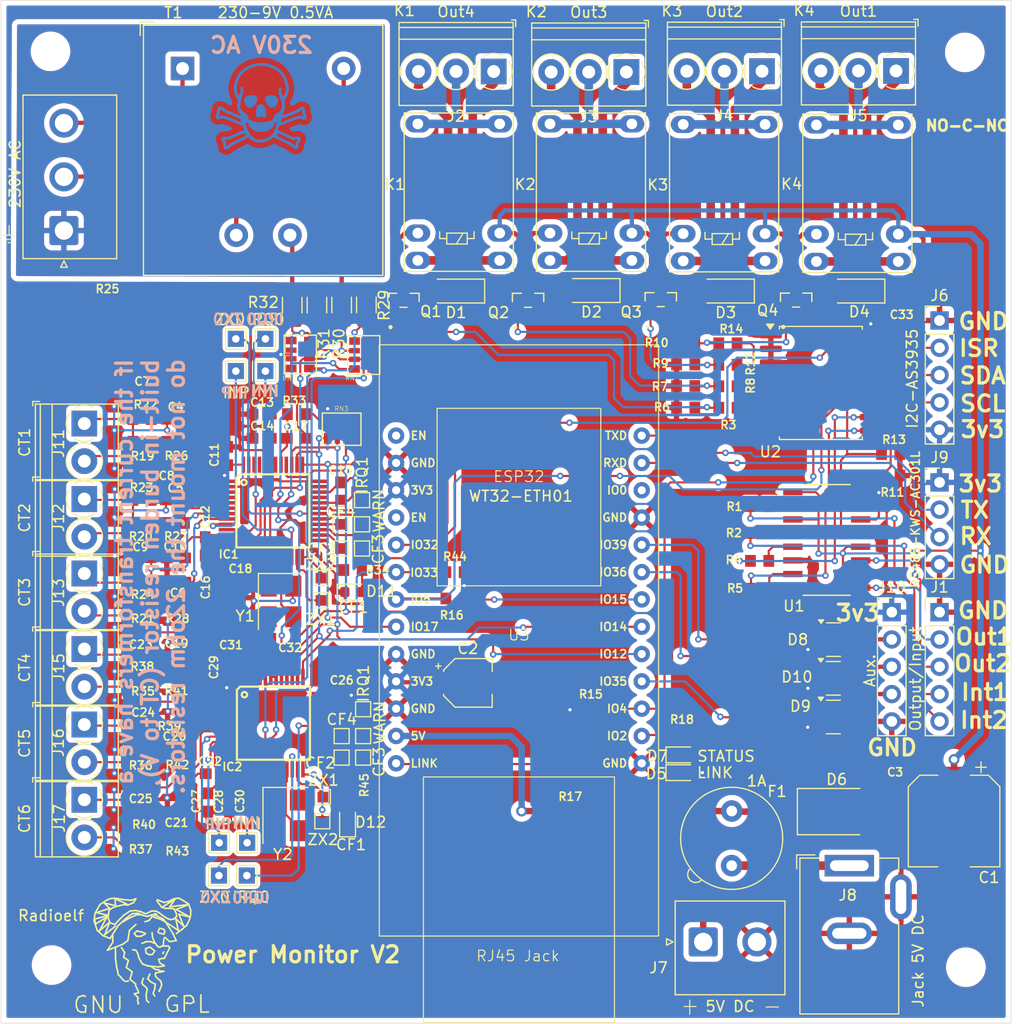
<source format=kicad_pcb>
(kicad_pcb (version 20240108) (generator "pcbnew") (generator_version "8.0")
  (layers (0 "F.Cu" signal) (31 "B.Cu" signal) (34 "B.Paste" user) (35 "F.Paste" user) (36 "B.SilkS" user "B.Silkscreen") (37 "F.SilkS" user "F.Silkscreen") (38 "B.Mask" user) (39 "F.Mask" user) (44 "Edge.Cuts" user))
  (net 0 "")
  (net 1 "GND")
  (net 2 "+5V")
  (net 3 "VDD")
  (net 4 "Net-(IC1-I1N)")
  (net 5 "Net-(IC1-I2N)")
  (net 6 "Net-(IC1-I3N)")
  (net 7 "Net-(IC1-I1P)")
  (net 8 "Net-(IC1-I2P)")
  (net 9 "Net-(IC1-I3P)")
  (net 10 "Net-(IC1-VREF)")
  (net 11 "Net-(IC1-VDD18@1)")
  (net 12 "/ATM90E36/VAP")
  (net 13 "Net-(IC1-~{RESET})")
  (net 14 "/ATM90E36/VAN")
  (net 15 "Net-(IC2-I1N)")
  (net 16 "Net-(IC2-I2N)")
  (net 17 "Net-(IC2-I3N)")
  (net 18 "Net-(IC2-VREF)")
  (net 19 "Net-(IC2-I1P)")
  (net 20 "Net-(IC2-I2P)")
  (net 21 "Net-(IC2-I3P)")
  (net 22 "/ATM90E36/VAP2")
  (net 23 "/ATM90E36/VAN2")
  (net 24 "Net-(IC2-VDD18@1)")
  (net 25 "Net-(D1-A)")
  (net 26 "Net-(D2-A)")
  (net 27 "Net-(D3-A)")
  (net 28 "Net-(D4-A)")
  (net 29 "Net-(D5-K)")
  (net 30 "Net-(D7-A)")
  (net 31 "/Input1")
  (net 32 "/Pulse")
  (net 33 "/ADC")
  (net 34 "Net-(F1-Pad2)")
  (net 35 "Net-(IC1-I4P)")
  (net 37 "Net-(IC1-CF4)")
  (net 38 "MISO")
  (net 40 "~{CS1}")
  (net 41 "Net-(IC1-OSCI)")
  (net 42 "Net-(IC1-OSCO)")
  (net 43 "MOSI")
  (net 44 "Net-(IC1-I4N)")
  (net 45 "Net-(IC1-CF1)")
  (net 46 "Net-(IC1-IRQ1)")
  (net 47 "Net-(IC1-ZX2)")
  (net 48 "Net-(IC1-CF2)")
  (net 49 "Net-(IC1-IRQ0)")
  (net 50 "Net-(IC1-CF3)")
  (net 51 "Net-(IC1-ZX0)")
  (net 52 "SCK")
  (net 54 "Net-(IC1-ZX1)")
  (net 55 "Net-(IC1-WARNOUT)")
  (net 56 "~{CS2}")
  (net 57 "Net-(IC2-I4N)")
  (net 59 "Net-(IC2-ZX1)")
  (net 60 "Net-(IC2-IRQ1)")
  (net 61 "Net-(IC2-CF3)")
  (net 62 "Net-(IC2-CF2)")
  (net 63 "Net-(IC2-IRQ0)")
  (net 64 "Net-(IC2-OSCI)")
  (net 65 "Net-(IC2-CF4)")
  (net 66 "Net-(IC2-ZX2)")
  (net 67 "Net-(IC2-OSCO)")
  (net 69 "Net-(IC2-ZX0)")
  (net 70 "Net-(IC2-CF1)")
  (net 72 "Net-(IC2-WARNOUT)")
  (net 73 "Net-(IC2-I4P)")
  (net 74 "Net-(J1-Pin_5)")
  (net 75 "Net-(J1-Pin_3)")
  (net 76 "Net-(J1-Pin_2)")
  (net 77 "Net-(J2-Pin_2)")
  (net 78 "Net-(J2-Pin_1)")
  (net 79 "Net-(J2-Pin_3)")
  (net 80 "Net-(J3-Pin_1)")
  (net 81 "Net-(J3-Pin_3)")
  (net 82 "Net-(J3-Pin_2)")
  (net 83 "Net-(J4-Pin_3)")
  (net 84 "Net-(J4-Pin_2)")
  (net 85 "Net-(J4-Pin_1)")
  (net 86 "Net-(J5-Pin_2)")
  (net 87 "Net-(J5-Pin_3)")
  (net 88 "Net-(J1-Pin_4)")
  (net 89 "Net-(J5-Pin_1)")
  (net 90 "/SDA")
  (net 91 "/SCL")
  (net 92 "/ISR")
  (net 93 "/TX")
  (net 94 "/RX")
  (net 95 "Net-(J13-Pin_1)")
  (net 96 "Net-(J14-Pin_3)")
  (net 97 "Net-(J11-Pin_1)")
  (net 98 "Net-(J11-Pin_2)")
  (net 99 "Net-(J12-Pin_2)")
  (net 100 "Net-(J12-Pin_1)")
  (net 101 "Earth")
  (net 102 "Net-(J13-Pin_2)")
  (net 103 "Net-(J14-Pin_2)")
  (net 104 "Net-(J17-Pin_1)")
  (net 105 "Net-(J15-Pin_1)")
  (net 106 "Net-(J15-Pin_2)")
  (net 107 "Net-(J16-Pin_2)")
  (net 108 "Net-(J16-Pin_1)")
  (net 109 "Net-(Q1-G)")
  (net 110 "Net-(Q2-G)")
  (net 111 "Net-(Q3-G)")
  (net 112 "Net-(Q4-G)")
  (net 113 "Net-(U2-P3)")
  (net 114 "Net-(U2-P2)")
  (net 115 "Net-(U2-P1)")
  (net 116 "Net-(U2-P0)")
  (net 117 "Net-(U3-LINK_LED)")
  (net 118 "Net-(U3-IO2{slash}ADC2_CH2{slash}TCH2{slash}PRG_FLOAT_OR_GND)")
  (net 119 "Net-(T1-SB)")
  (net 120 "Net-(T1-SA)")
  (net 121 "Net-(D11-A)")
  (net 122 "Net-(D12-A)")
  (net 123 "Net-(J17-Pin_2)")
  (net 124 "Net-(U2-P5)")
  (net 125 "Net-(R4-Pad2)")
  (net 126 "Net-(R5-Pad2)")
  (net 128 "/ETH_CLK")
  (net 130 "Net-(U2-P4)")
  (net 132 "Net-(R1-Pad1)")
  (net 133 "Net-(R2-Pad1)")
  (net 134 "Net-(U2-P7)")
  (net 135 "Net-(U2-P6)")
  (footprint "ATM90E36_Breakout:C0603" (layer "F.Cu") (at 124.9 87.45 -90)
    (property "Reference" "C11")
    (property "Value" "100nF")
  )
  (footprint "ATM90E36_Breakout:C0603" (layer "F.Cu") (at 116.875 96.9)
    (property "Reference" "C9")
    (property "Value" "18nF")
  )
  (footprint "ATM90E36_Breakout:C0603" (layer "F.Cu") (at 126.85 105.3 90)
    (property "Reference" "C31")
    (property "Value" "10uF")
  )
  (footprint "ATM90E36_Breakout:R0603" (layer "F.Cu") (at 174.4 94.6 180)
    (property "Reference" "R2")
    (property "Value" "1K")
  )
  (footprint "Connector_PinHeader_2.54mm:PinHeader_1x04_P2.54mm_Vertical" (layer "F.Cu") (at 191.15 89.9)
    (property "Reference" "J9")
    (property "Value" "RS485-KWS-AC301L")
  )
  (footprint "TerminalBlock_Phoenix:TerminalBlock_Phoenix_PT-1,5-2-3.5-H_1x02_P3.50mm_Horizontal" (layer "F.Cu") (at 111.55 105.4 -90)
    (property "Reference" "J15")
    (property "Value" "CT4")
  )
  (footprint "ATM90E36_Breakout:RA1206-8" (layer "F.Cu") (at 131.65 78 90)
    (property "Reference" "RN2")
    (property "Value" "20K")
  )
  (footprint "ATM90E36_Breakout:R0603" (layer "F.Cu") (at 115.9 71 -90)
    (property "Reference" "R25")
    (property "Value" "0")
  )
  (footprint "Fuse:Fuseholder_TR5_Littelfuse_No560_No460" (layer "F.Cu") (at 171.81 120.47 -90)
    (property "Reference" "F1")
    (property "Value" "1A")
  )
  (footprint "LED_SMD:LED_0603_1608Metric" (layer "F.Cu") (at 136.575 100.1)
    (property "Reference" "D11")
    (property "Value" "CF1")
  )
  (footprint "TerminalBlock_Phoenix:TerminalBlock_Phoenix_PT-1,5-2-3.5-H_1x02_P3.50mm_Horizontal" (layer "F.Cu") (at 111.55 84.425 -90)
    (property "Reference" "J11")
    (property "Value" "CT1")
  )
  (footprint "TestPoint:TestPoint_Pad_1.0x1.0mm" (layer "F.Cu") (at 135.4 96.05 180)
    (property "Reference" "TP11" (hide yes))
    (property "Value" "CF2")
  )
  (footprint "TestPoint:TestPoint_Pad_1.0x1.0mm" (layer "F.Cu") (at 137.5 115.5 90)
    (property "Reference" "TP21" (hide yes))
    (property "Value" "CF3")
  )
  (footprint "ATM90E36_Breakout:RA1206-8" (layer "F.Cu") (at 137.55 78.05 -90)
    (property "Reference" "RN1")
    (property "Value" "1k")
  )
  (footprint "ATM90E36_Breakout:C0603" (layer "F.Cu") (at 117 103.85)
    (property "Reference" "C23")
    (property "Value" "18nF")
  )
  (footprint "ATM90E36_Breakout:R0603" (layer "F.Cu") (at 171.45 80.96)
    (property "Reference" "R8")
    (property "Value" "1K")
  )
  (footprint "TerminalBlock_Phoenix:TerminalBlock_Phoenix_PT-1,5-3-3.5-H_1x03_P3.50mm_Horizontal" (layer "F.Cu") (at 174.625 51.65 180)
    (property "Reference" "J4")
    (property "Value" "Out2")
  )
  (footprint "ATM90E36_Breakout:R0603" (layer "F.Cu") (at 116.925 84)
    (property "Reference" "R22")
    (property "Value" "100")
  )
  (footprint "TestPoint:TestPoint_Pad_1.0x1.0mm" (layer "F.Cu") (at 133.7 121.425 90)
    (property "Reference" "TP16" (hide yes))
    (property "Value" "ZX2")
  )
  (footprint "ATM90E36_Breakout:RA1206-8" (layer "F.Cu") (at 135.5 84.95)
    (property "Reference" "RN3")
    (property "Value" "10k")
  )
  (footprint "Package_TO_SOT_SMD:2N7002-SOT95P240X111-3N" (layer "F.Cu") (at 177.8 72.94 90)
    (property "Reference" "Q4")
    (property "Value" "2N7002")
  )
  (footprint "Crystal:Crystal_SMD_EuroQuartz_MT-4Pin_3.2x2.5mm_HandSoldering" (layer "F.Cu") (at 130.275 120.875 -90)
    (property "Reference" "Y2")
    (property "Value" "16.384mHZ" (hide yes))
  )
  (footprint "TerminalBlock_Phoenix:TerminalBlock_Phoenix_PT-1,5-2-3.5-H_1x02_P3.50mm_Horizontal" (layer "F.Cu") (at 111.55 119.425 -90)
    (property "Reference" "J17")
    (property "Value" "CT6")
  )
  (footprint "ATM90E36_Breakout:TQFP48" (layer "F.Cu") (at 129.1 92.55)
    (property "Reference" "IC1")
    (property "Value" "ATM90E36")
  )
  (footprint "MountingHole:MountingHole_3.2mm_M3" (layer "F.Cu") (at 108.5 134.8)
    (property "Reference" "H2" (hide yes))
    (property "Value" "MountingHole" (hide yes))
  )
  (footprint "TestPoint:TestPoint_THTPad_1.5x1.5mm_Drill0.7mm" (layer "F.Cu") (at 124.1 123.425 180)
    (property "Reference" "TP12" (hide yes))
    (property "Value" "INP")
  )
  (footprint "ATM90E36_Breakout:C0603" (layer "F.Cu") (at 120.1 99.175)
    (property "Reference" "C6")
    (property "Value" "18nF")
  )
  (footprint "ATM90E36_Breakout:R0603" (layer "F.Cu") (at 116.925 86.125)
    (property "Reference" "R19")
    (property "Value" "22")
  )
  (footprint "Transformer_THT:Transformer_hr-diemen-efiter_E2010054" (layer "F.Cu") (at 120.69 51.4)
    (property "Reference" "T1")
    (property "Value" "230-9V 0.5VA")
  )
  (footprint "TestPoint:TestPoint_Pad_1.0x1.0mm" (layer "F.Cu") (at 135.4 93.8 180)
    (property "Reference" "TP9" (hide yes))
    (property "Value" "CF4")
  )
  (footprint "ATM90E36_Breakout:C0603" (layer "F.Cu") (at 135.4 110.45 90)
    (property "Reference" "C26")
    (property "Value" "100nF")
  )
  (footprint "Resistor_SMD:R_1206_3216Metric" (layer "F.Cu") (at 137.8 73.3875 -90)
    (property "Reference" "R29")
    (property "Value" "20k 1/4w")
  )
  (footprint "ATM90E36_Breakout:R0603" (layer "F.Cu") (at 120.15 114.925)
    (property "Reference" "R42")
    (property "Value" "100")
  )
  (footprint "ATM90E36_Breakout:TQFP48" (layer "F.Cu") (at 129.15 112.3)
    (property "Reference" "IC2")
    (property "Value" "ATM90E36")
  )
  (footprint "TestPoint:TestPoint_THTPad_1.5x1.5mm_Drill0.7mm" (layer "F.Cu") (at 124.075 126.475 180)
    (property "Reference" "TP14" (hide yes))
    (property "Value" "ZX0")
  )
  (footprint "ATM90E36_Breakout:R0603" (layer "F.Cu") (at 120.075 86.125)
    (property "Reference" "R26")
    (property "Value" "100")
  )
  (footprint "ATM90E36_Breakout:C0603" (layer "F.Cu") (at 120.075 96.925 180)
    (property "Reference" "C10")
    (property "Value" "10uF")
  )
  (footprint "ATM90E36_Breakout:R0603" (layer "F.Cu") (at 167.52 78.93 180)
    (property "Reference" "R9")
    (property "Value" "10K")
  )
  (footprint "ATM90E36_Breakout:R0603" (layer "F.Cu") (at 186.6 87.26)
    (property "Reference" "R13")
    (property "Value" "10K")
  )
  (footprint "ATM90E36_Breakout:C0603" (layer "F.Cu") (at 131.25 85.8 180)
    (property "Reference" "C17")
    (property "Value" "100nF")
  )
  (footprint "Diode_SMD:D_MiniMELF" (layer "F.Cu") (at 183.4 72.1 180)
    (property "Reference" "D4")
    (property "Value" "LL4148")
  )
  (footprint "ATM90E36_Breakout:C0603" (layer "F.Cu") (at 128.05 83.55)
    (property "Reference" "C13")
    (property "Value" "10uF")
  )
  (footprint "Package_TO_SOT_SMD:2N7002-SOT95P240X111-3N" (layer "F.Cu") (at 141.25 72.96 90)
    (property "Reference" "Q1")
    (property "Value" "2N7002")
  )
  (footprint "ATM90E36_Breakout:R0603" (layer "F.Cu") (at 116.95 114.95)
    (property "Reference" "R36")
    (property "Value" "22")
  )
  (footprint "ATM90E36_Breakout:C0603" (layer "F.Cu") (at 123.7 117 180)
    (property "Reference" "C22")
    (property "Value" "10uF")
  )
  (footprint "TestPoint:TestPoint_Pad_1.0x1.0mm" (layer "F.Cu") (at 133.575 98.8 180)
    (property "Reference" "TP5" (hide yes))
    (property "Value" "ZX2")
  )
  (footprint "ATM90E36_Breakout:R0603" (layer "F.Cu") (at 167.52 82.93)
    (property "Reference" "R6")
    (property "Value" "10K")
  )
  (footprint "TestPoint:TestPoint_THTPad_1.5x1.5mm_Drill0.7mm" (layer "F.Cu") (at 128.4 76.55 180)
    (property "Reference" "TP7" (hide yes))
    (property "Value" "IRQ0")
  )
  (footprint "ATM90E36_Breakout:R0603" (layer "F.Cu") (at 116.925 99.225)
    (property "Reference" "R24")
    (property "Value" "100")
  )
  (footprint "Symbol:Symbol_GNU-Logo_SilkscreenTop" (layer "F.Cu") (at 117.20019 132.32393)
    (property "Reference" "Radioelf")
    (property "Value" "GNU-Logo" (hide yes))
  )
  (footprint "ATM90E36_Breakout:R0603" (layer "F.Cu") (at 174.4 97.2)
    (property "Reference" "R4")
    (property "Value" "1K")
  )
  (footprint "ATM90E36_Breakout:R0603" (layer "F.Cu") (at 117 105.925)
    (property "Reference" "R38")
    (property "Value" "100")
  )
  (footprint "ATM90E36_Breakout:C0603" (layer "F.Cu") (at 116.95 89.175)
    (property "Reference" "C8")
    (property "Value" "18nF")
  )
  (footprint "Package_TO_SOT_SMD:SOT-23" (layer "F.Cu") (at 181.2625 108.125)
    (property "Reference" "D10")
    (property "Value" "BAV199")
  )
  (footprint "ATM90E36_Breakout:C0603" (layer "F.Cu") (at 127.025 119.65 -90)
    (property "Reference" "C30")
    (property "Value" "18nF")
  )
  (footprint "ATM90E36_Breakout:C0603" (layer "F.Cu") (at 124.8 107.15 -90)
    (property "Reference" "C29")
    (property "Value" "100nF")
  )
  (footprint "ATM90E36_Breakout:C0603" (layer "F.Cu") (at 120.1 84.025)
    (property "Reference" "C4")
    (property "Value" "18nF")
  )
  (footprint "Connector_JST:JST_NV_B03P-NV_1x03_P5.00mm_Vertical" (layer "F.Cu") (at 109.65 66.4775 90)
    (property "Reference" "J14")
    (property "Value" "230V AC")
  )
  (footprint "Relay_THT:Relay_SPDT_HJR-4102" (layer "F.Cu") (at 142.59 56.55)
    (property "Reference" "K1")
    (property "Value" "TIANBO-HJR-4102-L" (hide yes))
  )
  (footprint "ATM90E36_Breakout:R0603" (layer "F.Cu") (at 156.8 116.95 90)
    (property "Reference" "R17")
    (property "Value" "1K")
  )
  (footprint "Resistor_SMD:R_1206_3216Metric" (layer "F.Cu") (at 130.9 73.4125 -90)
    (property "Reference" "R32")
    (property "Value" "20k 1/4w")
  )
  (footprint "ATM90E36_Breakout:C0603" (layer "F.Cu") (at 120.15 112.525)
    (property "Reference" "C20")
    (property "Value" "18nF")
  )
  (footprint "WT32-ETH01:WT32-ETH01" (layer "F.Cu") (at 152 104.6)
    (property "Reference" "U3")
    (property "Value" "WT32-ETH01")
  )
  (footprint "TestPoint:TestPoint_THTPad_1.5x1.5mm_Drill0.7mm" (layer "F.Cu") (at 126.675 126.475 180)
    (property "Reference" "TP18" (hide yes))
    (property "Value" "IRQ0")
  )
  (footprint "ATM90E36_Breakout:C0603" (layer "F.Cu") (at 123.975 99.75 -90)
    (property "Reference" "C16")
    (property "Value" "18nF")
  )
  (footprint "Diode_SMD:D_MiniMELF" (layer "F.Cu") (at 158.75 72.05 180)
    (property "Reference" "D2")
    (property "Value" "LL4148")
  )
  (footprint "Resistor_SMD:R_1206_3216Metric" (layer "F.Cu") (at 133.2 73.4125 -90)
    (property "Reference" "R31")
    (property "Value" "20k 1/4w")
  )
  (footprint "ATM90E36_Breakout:C0603" (layer "F.Cu") (at 116.925 110.3)
    (property "Reference" "C24")
    (property "Value" "18nF")
  )
  (footprint "ATM90E36_Breakout:C0603" (layer "F.Cu") (at 120 91.525)
    (property "Reference" "C5")
    (property "Value" "18nF")
  )
  (footprint "ATM90E36_Breakout:R0603" (layer "F.Cu") (at 171.45 76.96)
    (property "Reference" "R14")
    (property "Value" "1K")
  )
  (footprint "ATM90E36_Breakout:R0603" (layer "F.Cu") (at 116.95 101.325)
    (property "Reference" "R21")
    (property "Value" "22")
  )
  (footprint "TestPoint:TestPoint_THTPad_1.5x1.5mm_Drill0.7mm" (layer "F.Cu") (at 125.65 76.55 180)
    (property "Reference" "TP3" (hide yes))
    (property "Value" "ZX0")
  )
  (footprint "Diode_SMD:D_MiniMELF" (layer "F.Cu") (at 171.25 72.1 180)
    (property "Reference" "D3")
    (property "Value" "LL4148")
  )
  (footprint "Package_TO_SOT_SMD:SOT-23" (layer "F.Cu") (at 181.2625 111.725)
    (property "Reference" "D9")
    (property "Value" "BAV199")
  )
  (footprint "ATM90E36_Breakout:R0603" (layer "F.Cu") (at 136.55 98.05 180)
    (property "Reference" "R34")
    (property "Value" "1k")
  )
  (footprint "MountingHole:MountingHole_3.2mm_M3" (layer "F.Cu") (at 193.6 135)
    (property "Reference" "H3" (hide yes))
    (property "Value" "MountingHole" (hide yes))
  )
  (footprint "ATM90E36_Breakout:R0603" (layer "F.Cu") (at 120.075 101.325)
    (property "Reference" "R28")
    (property "Value" "100")
  )
  (footprint "MountingHole:MountingHole_3.2mm_M3" (layer "F.Cu") (at 193.5 49.9)
    (property "Reference" "H1" (hide yes))
    (property "Value" "MountingHole" (hide yes))
  )
  (footprint "ATM90E36_Breakout:R0603" (layer "F.Cu") (at 158.7 111.05 180)
    (property "Reference" "R15")
    (property "Value" "4K7")
  )
  (footprint "ATM90E36_Breakout:R0603" (layer "F.Cu") (at 171.45 82.96)
    (property "Reference" "R3")
    (property "Value" "1K")
  )
  (footprint "ATM90E36_Breakout:C0603" (layer "F.Cu") (at 120.125 105.925)
    (property "Reference" "C19")
    (property "Value" "18nF")
  )
  (footprint "ATM90E36_Breakout:R0603" (layer "F.Cu") (at 120.025 93.675)
    (property "Reference" "R27")
    (property "Value" "100")
  )
  (footprint "Relay_THT:Relay_SPDT_HJR-4102" (layer "F.Cu") (at 167.29 56.6)
    (property "Reference" "K3")
    (property "Value" "TIANBO-HJR-4102-L" (hide yes))
  )
  (footprint "TestPoint:TestPoint_Pad_1.0x1.0mm" (layer "F.Cu") (at 135.5 113.5 180)
    (property "Reference" "TP20" (hide yes))
    (property "Value" "CF4")
  )
  (footprint "Package_TO_SOT_SMD:2N7002-SOT95P240X111-3N" (layer "F.Cu") (at 152.85 72.96 90)
    (property "Reference" "Q2")
    (property "Value" "2N7002")
  )
  (footprint "ATM90E36_Breakout:R0603" (layer "F.Cu") (at 116.925 112.525)
    (property "Reference" "R39")
    (property "Value" "100")
  )
  (footprint "ATM90E36_Breakout:C0603" (layer "F.Cu") (at 123.05 119.675 -90)
    (property "Reference" "C27")
    (property "Value" "100nF")
  )
  (footprint "TestPoint:TestPoint_Pad_1.0x1.0mm" (layer "F.Cu") (at 137.5 113.5 180)
    (property "Reference" "TP19" (hide yes))
    (property "Value" "WARN")
  )
  (footprint "TerminalBlock_Phoenix:TerminalBlock_Phoenix_PT-1,5-2-3.5-H_1x02_P3.50mm_Horizontal" (layer "F.Cu") (at 111.55 98.375 -90)
    (property "Reference" "J13")
    (property "Value" "CT3")
  )
  (footprint "ATM90E36_Breakout:R0603" (layer "F.Cu") (at 136.05 118.2 90)
    (property "Reference" "R45")
    (property "Value" "1k")
  )
  (footprint "ATM90E36_Breakout:R0603" (layer "F.Cu") (at 117 108.025)
    (property "Reference" "R35")
    (property "Value" "22")
  )
  (footprint "Package_TO_SOT_SMD:2N7002-SOT95P240X111-3N" (layer "F.Cu") (at 165.2 72.9 90)
    (property "Reference" "Q3")
    (property "Value" "2N7002")
  )
  (footprint "Package_SO:SOIC127P700X210-16N" (layer "F.Cu") (at 180.65 95.25)
    (property "Reference" "U1")
    (property "Value" "TLP281-4")
  )
  (footprint "TestPoint:TestPoint_Pad_1.0x1.0mm" (layer "F.Cu") (at 137.5 111 180)
    (property "Reference" "TP17" (hide yes))
    (property "Value" "IRQ1")
  )
  (footprint "LED_SMD:LED_0603_1608Metric" (layer "F.Cu") (at 167.175 116.9)
    (property "Reference" "D5")
    (property "Value" "LINK")
  )
  (footprint "ATM90E36_Breakout:R0603" (layer "F.Cu") (at 116.95 122.95)
    (property "Reference" "R37")
    (property "Value" "22")
  )
  (footprint "ATM90E36_Breakout:R0603" (layer "F.Cu") (at 174.4 92.1 180)
    (property "Reference" "R1")
    (property "Value" "1K")
  )
  (footprint "Connector_PinHeader_2.54mm:PinHeader_1x05_P2.54mm_Vertical" (layer "F.Cu") (at 191.15 74.84)
    (property "Reference" "J6")
    (property "Value" "I2C-AS3935")
  )
  (footprint "ATM90E36_Breakout:R0603" (layer "F.Cu") (at 116.925 93.675)
    (property "Reference" "R20")
    (property "Value" "22")
  )
  (footprint "Capacitor_SMD:CP_Elec_8x5.4" (layer "F.Cu") (at 192.5 121.4 -90)
    (property "Reference" "C1")
    (property "Value" "220uF/16V")
  )
  (footprint "Relay_THT:Relay_SPDT_HJR-4102" (layer "F.Cu") (at 179.69 56.65)
    (property "Reference" "K4")
    (property "Value" "TIANBO-HJR-4102-L" (hide yes))
  )
  (footprint "LED_SMD:LED_0603_1608Metric" (layer "F.Cu") (at 167.175 115.25)
    (property "Reference" "D7")
    (property "Value" "STATUS")
  )
  (footprint "TestPoint:TestPoint_Pad_1.0x1.0mm" (layer "F.Cu") (at 135.5 115.5 90)
    (property "Reference" "TP22" (hide yes))
    (property "Value" "CF2")
  )
  (footprint "ATM90E36_Breakout:R0603" (layer "F.Cu") (at 167.52 80.93 180)
    (property "Reference" "R7")
    (property "Value" "10K")
  )
  (footprint "ATM90E36_Breakout:R0603" (layer "F.Cu") (at 171.45 78.96)
    (property "Reference" "R12")
    (property "Value" "1K")
  )
  (footprint "TestPoint:TestPoint_Pad_1.0x1.0mm" (layer "F.Cu") (at 137.4 91.55 180)
    (property "Reference" "TP6" (hide yes))
    (property "Value" "IRQ1")
  )
  (footprint "TestPoint:TestPoint_THTPad_1.5x1.5mm_Drill0.7mm" (layer "F.Cu") (at 128.4 79.55 180)
    (property "Reference" "TP2" (hide yes))
    (property "Value" "INN")
  )
  (footprint "MountingHole:MountingHole_3.2mm_M3" (layer "F.Cu") (at 108.4 49.8)
    (property "Reference" "H4" (hide yes))
    (property "Value" "MountingHole" (hide yes))
  )
  (footprint "TestPoint:TestPoint_Pad_1.0x1.0mm" (layer "F.Cu") (at 133.575 100.875 180)
    (property "Reference" "TP4" (hide yes))
    (property "Value" "ZX1")
  )
  (footprint "TestPoint:TestPoint_Pad_1.0x1.0mm" (layer "F.Cu") (at 137.4 93.8 180)
    (property "Reference" "TP8" (hide yes))
    (property "Value" "WARN")
  )
  (footprint "Diode_SMD:D_MiniMELF" (layer "F.Cu") (at 146.15 72.1 180)
    (property "Reference" "D1")
    (property "Value" "LL4148")
  )
  (footprint "TerminalBlock_Phoenix:TerminalBlock_Phoenix_PT-1,5-2-3.5-H_1x02_P3.50mm_Horizontal" (layer "F.Cu") (at 111.55 91.45 -90)
    (property "Reference" "J12")
    (property "Value" "CT2")
  )
  (footprint "Package_SO:SOIC-16W_7.5x10.3mm_P1.27mm" (layer "F.Cu") (at 180.1 80.65)
    (property "Reference" "U2")
    (property "Value" "TCA9554")
  )
  (footprint "ATM90E36_Breakout:R0603" (layer "F.Cu") (at 174.45 99.8)
    (property "Reference" "R5")
    (property "Value" "1K")
  )
  (footprint "Crystal:Crystal_SMD_EuroQuartz_MT-4Pin_3.2x2.5mm_HandSoldering" (layer "F.Cu") (at 129.85 100.975 -90)
    (property "Reference" "Y1")
    (property "Value" "16.384mHZ" (hide yes))
  )
  (footprint "ATM90E36_Breakout:C0603" (layer "F.Cu") (at 126.075 99.775 -90)
    (property "Reference" "C18")
    (property "Value" "18nF")
  )
  (footprint "TerminalBlock_Phoenix:TerminalBlock_Phoenix_PT-1,5-3-3.5-H_1x03_P3.50mm_Horizontal" (layer "F.Cu") (at 187.1 51.625 180)
    (property "Reference" "J5")
    (property "Value" "Out1")
  )
  (footprint "Connector_PinHeader_2.54mm:PinHeader_1x05_P2.54mm_Vertical" (layer "F.Cu") (at 186.7 101.97)
    (property "Reference" "J10")
    (property "Value" "Aux.")
  )
  (footprint "ATM90E36_Breakout:C0603" (layer "F.Cu") (at 116.9 118.275)
    (property "Reference" "C25")
    (property "Value" "18nF")
  )
  (footprint "ATM90E36_Breakout:R0603" (layer "F.Cu") (at 120.15 122.95)
    (property "Reference" "R43")
    (property "Value" "100")
  )
  (footprint "TestPoint:TestPoint_THTPad_1.5x1.5mm_Drill0.7mm" (layer "F.Cu") (at 125.65 79.55 180)
    (property "Reference" "TP1" (hide yes))
    (property "Value" "INP")
  )
  (footprint "ATM90E36_Breakout:C0603" (layer "F.Cu") (at 186.975 119.2 90)
    (property "Reference" "C3")
    (property "Value" "100nF")
  )
  (footprint "ATM90E36_Breakout:C0603" (layer "F.Cu") (at 125.05 119.65 -90)
    (property "Reference" "C28")
    (property "Value" "18nF")
  )
  (footprint "ATM90E36_Breakout:R0603" (layer "F.Cu") (at 146.05 100.7)
    (property "Reference" "R16")
    (property "Value" "4K7")
  )
  (footprint "Capacitor_SMD:CP_Elec_4x5.4" (layer "F.Cu") (at 147.25 108.55)
    (property "Reference" "C2")
    (property "Value" "100uF/6.3V")
  )
  (footprint "ATM90E36_Breakout:R0603" (layer "F.Cu") (at 167.52 76.9 180)
    (property "Reference" "R10")
    (property "Value" "10K")
  )
  (footprint "ATM90E36_Breakout:R0603" (layer "F.Cu") (at 186.62 89.26)
    (property "Reference" "R11")
    (property "Value" "10K")
  )
  (footprint "ATM90E36_Breakout:R0603" (layer "F.Cu") (at 120.125 108.025)
    (property "Reference" "R41")
    (property "Value" "100")
  )
  (footprint "Relay_THT:Relay_SPDT_HJR-4102" (layer "F.Cu") (at 154.89 56.55)
    (property "Reference" "K2")
    (property "Value" "TIANBO-HJR-4102-L" (hide yes))
  )
  (footprint "ATM90E36_Breakout:C0603" (layer "F.Cu") (at 122.8 95.85 -90)
    (property "Reference" "C12")
    (property "Value" "100nF")
  )
  (footprint "ATM90E36_Breakout:R0603" (layer "F.Cu") (at 146.05 98.25 180)
    (property "Reference" "R44")
    (property "Value" "10k")
  )
  (footprint "ATM90E36_Breakout:C0603" (layer "F.Cu") (at 120.125 120.55)
    (property "Reference" "C21")
    (property "Value" "18nF")
  )
  (footprint "ATM90E36_Breakout:C0603" (layer "F.Cu") (at 135.4 90.75 90)
    (property "Reference" "C15")
    (property "Value" "100nF")
  )
  (footprint "Connector_PinHeader_2.54mm:PinHeader_1x05_P2.54mm_Vertical" (layer "F.Cu") (at 191.15 101.97)
    (property "Reference" "J1")
    (property "Value" "Output/Input")
  )
  (footprint "TestPoint:TestPoint_Pad_1.0x1.0mm" (layer "F.Cu") (at 137.4 96.05 180)
    (property "Reference" "TP10" (hide yes))
    (property "Value" "CF3")
  )
  (footprint "ATM90E36_Breakout:C0603" (layer "F.Cu") (at 187.75 75.59 180)
    (property "Reference" "C33")
    (property "Value" "100nF")
  )
  (footprint "ATM90E36_Breakout:R0603" (layer "F.Cu") (at 116.925 91.525)
    (property "Reference" "R23")
    (property "Value" "100")
  )
  (footprint "ATM90E36_Breakout:R0603" (layer "F.Cu") (at 131.3 83.55 180)
    (property "Reference" "R33")
    (property "Value" "10k" (hide yes))
  )
  (footprint "TestPoint:TestPoint_THTPad_1.5x1.5mm_Drill0.7mm" (layer "F.Cu") (at 126.7 123.425 180)
    (property "Reference" "TP13" (hide yes))
    (property "Value" "INN")
  )
  (footprint "Resistor_SMD:R_1206_3216Metric" (layer "F.Cu") (at 135.5 73.4 -90)
    (property "Reference" "R30")
    (property "Value" "20k 1/4w")
  )
  (footprint "TerminalBlock_Phoenix:TerminalBlock_Phoenix_PT-1,5-3-3.5-H_1x03_P3.50mm_Horizontal" (layer "F.Cu") (at 149.65 51.675 180)
    (property "Reference" "J2")
    (property "Value" "Out4")
  )
  (footprint "Connector_JST:JST_NV_B02P-NV_1x02_P5.00mm_Vertical" (layer "F.Cu") (at 169.15 132.65)
    (property "Reference" "J7")
    (property "Value" "5V DC")
  )
  (footprint "ATM90E36_Breakout:C0603" (layer "F.Cu") (at 128.9 105.3 90)
    (property "Reference" "C32")
    (property "Value" "100nF")
  )
  (footprint "TerminalBlock_Phoenix:TerminalBlock_Phoenix_PT-1,5-3-3.5-H_1x03_P3.50mm_Horizontal" (layer "F.Cu") (at 162 51.725 180)
    (property "Reference" "J3")
    (property "Value" "Out3")
  )
  (footprint "LED_SMD:LED_0603_1608Metric" (layer "F.Cu") (at 136.05 121.3875 90)
    (property "Reference" "D12")
    (property "Value" "CF1")
  )
  (footprint "TestPoint:TestPoint_Pad_1.0x1.0mm" (layer "F.Cu") (at 133.75 119.175 90)
    (property "Reference" "TP15" (hide yes))
    (property "Value" "ZX1")
  )
  (footprint "Connector_BarrelJack:BarrelJack_GCT_DCJ200-10-A_Horizontal" (layer "F.Cu") (at 182.75 125.55)
    (property "Reference" "J8")
    (property "Value" "Jack 5V DC")
  )
  (footprint "ATM90E36_Breakout:R0603" (layer "F.Cu") (at 116.95 120.525)
    (property "Reference" "R40")
    (property "Value" "100")
  )
  (footprint "TerminalBlock_Phoenix:TerminalBlock_Phoenix_PT-1,5-2-3.5-H_1x02_P3.50mm_Horizontal" (layer "F.Cu") (at 111.55 112.425 -90)
    (property "Reference" "J16")
    (property "Value" "CT5")
  )
  (footprint "Package_TO_SOT_SMD:SOT-23" (layer "F.Cu") (at 181.2875 104.525)
    (property "Reference" "D8")
    (property "Value" "BAV199")
  )
  (footprint "ATM90E36_Breakout:C0603" (layer "F.Cu") (at 128.05 85.8)
    (property "Reference" "C14")
    (property "Value" "100nF")
  )
  (footprint "ATM90E36_Breakout:R0603" (layer "F.Cu") (at 167.175 113.4 180)
    (property "Reference" "R18")
    (property "Value" "5K")
  )
  (footprint "ATM90E36_Breakout:C0603" (layer "F.Cu") (at 116.95 81.45)
    (property "Reference" "C7")
    (property "Value" "18nF")
  )
  (footprint "Diode_SMD:D_SMB" (layer "F.Cu") (at 181.575 120.525)
    (property "Reference" "D6")
    (property "Value" "6v8C")
  )
  (footprint "Symbol:Symbol_Danger_8x8mm_Copper" (layer "B.Cu") (at 128.013608 54.83365 180)
    (property "Reference" "REF**" (hide yes))
    (property "Value" "Symbol_Danger_8x8mm_Copper" (hide yes))
  )
  (gr_line (start 104.45 67.6) (end 104.65 67.6) (stroke (width 0.1)) (layer "F.SilkS"))
  (gr_line (start 104.6 66.9) (end 104.1 66.9) (stroke (width 0.1)) (layer "F.SilkS"))
  (gr_line (start 167.35 138.65) (end 168.5 138.65) (stroke (width 0.1)) (layer "F.SilkS"))
  (gr_line (start 167.9 138.05) (end 167.9 139.4) (stroke (width 0.1)) (layer "F.SilkS"))
  (gr_line (start 104.1 66.9) (end 105 66.9) (stroke (width 0.1)) (layer "F.SilkS"))
  (gr_line (start 175 138.7) (end 176.15 138.7) (stroke (width 0.1)) (layer "F.SilkS"))
  (gr_line (start 104.3 67.3) (end 104.8 67.3) (stroke (width 0.1)) (layer "F.SilkS"))
  (gr_line (start 104.55 66) (end 104.55 66.9) (stroke (width 0.1)) (layer "F.SilkS"))
  (gr_rect (start 103.8 45.05) (end 197.8 140.2) (stroke (width 0.05)) (fill none) (layer "Edge.Cuts"))
  (gr_text "ZX0" (at 125.325 129.1 0) (layer "B.SilkS") (effects (font (size 1 1) (thickness 0.2) (bold yes)) (justify left bottom mirror)))
  (gr_text "IQR0" (at 128.925 129.125 0) (layer "B.SilkS") (effects (font (size 1 1) (thickness 0.2) (bold yes)) (justify left bottom mirror)))
  (gr_text "IRQ0" (at 130.23 75.32 0) (layer "B.SilkS") (effects (font (size 1 1) (thickness 0.2) (bold yes)) (justify left bottom mirror)))
  (gr_text "ZX0" (at 126.52 75.32 0) (layer "B.SilkS") (effects (font (size 1 1) (thickness 0.2) (bold yes)) (justify left bottom mirror)))
  (gr_text "INP" (at 125.35 122.325 0) (layer "B.SilkS") (effects (font (size 1 1) (thickness 0.2) (bold yes)) (justify left bottom mirror)))
  (gr_text "230V AC" (at 132.975 50.1 0) (layer "B.SilkS") (effects (font (size 1.5 1.5) (thickness 0.3) (bold yes)) (justify left bottom mirror)))
  (gr_text "INP" (at 126.9 82.18 0) (layer "B.SilkS") (effects (font (size 1 1) (thickness 0.2) (bold yes)) (justify left bottom mirror)))
  (gr_text "INN" (at 129.73 81.98 0) (layer "B.SilkS") (effects (font (size 1 1) (thickness 0.2) (bold yes)) (justify left bottom mirror)))
  (gr_text "If the current transformers have a \nbuilt-in burden resistor (CT to V),\ndo not mount the 22ohm resistors." (at 120.975 78.25 90) (layer "B.SilkS") (effects (font (size 1.5 1.5) (thickness 0.3) (bold yes)) (justify left bottom mirror)))
  (gr_text "INN" (at 128.025 122.15 0) (layer "B.SilkS") (effects (font (size 1 1) (thickness 0.2) (bold yes)) (justify left bottom mirror)))
  (gr_text "GND" (at 192.7 102.7 0) (layer "F.SilkS") (effects (font (size 1.5 1.5) (thickness 0.3) (bold yes)) (justify left bottom)))
  (gr_text "NO-C-NC" (at 189.725 57.3 0) (layer "F.SilkS") (effects (font (size 1 1) (thickness 0.25) (bold yes)) (justify left bottom)))
  (gr_text "GND" (at 192.85 98.45 0) (layer "F.SilkS") (effects (font (size 1.5 1.5) (thickness 0.3) (bold yes)) (justify left bottom)))
  (gr_text "GND" (at 192.75 75.8 0) (layer "F.SilkS") (effects (font (size 1.5 1.5) (thickness 0.3) (bold yes)) (justify left bottom)))
  (gr_text "SDA" (at 192.85 80.85 0) (layer "F.SilkS") (effects (font (size 1.5 1.5) (thickness 0.3) (bold yes)) (justify left bottom)))
  (gr_text "Int1" (at 193 110.3 0) (layer "F.SilkS") (effects (font (size 1.5 1.5) (thickness 0.3) (bold yes)) (justify left bottom)))
  (gr_text "3v3" (at 192.75 90.9 0) (layer "F.SilkS") (effects (font (size 1.5 1.5) (thickness 0.3) (bold yes)) (justify left bottom)))
  (gr_text "GND" (at 184.25 115.45 0) (layer "F.SilkS") (effects (font (size 1.5 1.5) (thickness 0.3) (bold yes)) (justify left bottom)))
  (gr_text "Int2" (at 192.9 112.9 0) (layer "F.SilkS") (effects (font (size 1.5 1.5) (thickness 0.3) (bold yes)) (justify left bottom)))
  (gr_text "Power Monitor V2" (at 120.8 134.7 0) (layer "F.SilkS") (effects (font (size 1.5 1.5) (thickness 0.3) (bold yes)) (justify left bottom)))
  (gr_text "SCL" (at 192.9 83.45 0) (layer "F.SilkS") (effects (font (size 1.5 1.5) (thickness 0.3) (bold yes)) (justify left bottom)))
  (gr_text "RX" (at 192.85 95.8 0) (layer "F.SilkS") (effects (font (size 1.5 1.5) (thickness 0.3) (bold yes)) (justify left bottom)))
  (gr_text "TX" (at 192.95 93.35 0) (layer "F.SilkS") (effects (font (size 1.5 1.5) (thickness 0.3) (bold yes)) (justify left bottom)))
  (gr_text "Out2" (at 192.35 107.62 0) (layer "F.SilkS") (effects (font (size 1.5 1.5) (thickness 0.3) (bold yes)) (justify left bottom)))
  (gr_text "Out1" (at 192.47 105.14 0) (layer "F.SilkS") (effects (font (size 1.5 1.5) (thickness 0.3) (bold yes)) (justify left bottom)))
  (gr_text "3v3" (at 192.95 85.85 0) (layer "F.SilkS") (effects (font (size 1.5 1.5) (thickness 0.3) (bold yes)) (justify left bottom)))
  (gr_text "3v3" (at 181.325 102.925 0) (layer "F.SilkS") (effects (font (size 1.5 1.5) (thickness 0.3) (bold yes)) (justify left bottom)))
  (gr_text "ISR" (at 192.8 78.3 0) (layer "F.SilkS") (effects (font (size 1.5 1.5) (thickness 0.3) (bold yes)) (justify left bottom)))
  (segment (start 131.2 93.4) (end 132 94.2) (width 0.2) (layer "F.Cu") (net 1))
  (segment (start 127.6 95) (end 127.95 94.65) (width 0.2) (layer "F.Cu") (net 1))
  (segment (start 135.3 101.2) (end 136.625 101.2) (width 0.2) (layer "F.Cu") (net 1))
  (segment (start 129.35 96.85) (end 129.35 95.65) (width 0.2) (layer "F.Cu") (net 1))
  (segment (start 132.2 91.7) (end 132.3 91.8) (width 0.2) (layer "F.Cu") (net 1))
  (segment (start 132.3 91.8) (end 133.4 91.8) (width 0.2) (layer "F.Cu") (net 1))
  (segment (start 128.35 89.6572) (end 128.3 89.7072) (width 0.2) (layer "F.Cu") (net 1))
  (segment (start 133.45 108.85) (end 133.2 108.6) (width 0.2) (layer "F.Cu") (net 1))
  (segment (start 125.85 115.05) (end 126.2 114.7) (width 0.2) (layer "F.Cu") (net 1))
  (segment (start 130.95 100.925) (end 130.95 99.6) (width 0.2) (layer "F.Cu") (net 1))
  (segment (start 132.1 85.8) (end 132.1 85.4) (width 0.2) (layer "F.Cu") (net 1))
  (segment (start 116.15 103) (end 116.175 102.975) (width 0.2) (layer "F.Cu") (net 1))
  (segment (start 119.325 112.5) (end 119.3 112.525) (width 0.2) (layer "F.Cu") (net 1))
  (segment (start 135.7875 100.1) (end 135.7875 101.1125) (width 0.2) (layer "F.Cu") (net 1))
  (segment (start 123.4 109.5) (end 123.4 109.2) (width 0.2) (layer "F.Cu") (net 1))
  (segment (start 116.15 88.15) (end 117.75 88.15) (width 0.2) (layer "F.Cu") (net 1))
  (segment (start 136.8 90.4) (end 137 90.4) (width 0.2) (layer "F.Cu") (net 1))
  (segment (start 126.484314 95) (end 127.6 95) (width 0.2) (layer "F.Cu") (net 1))
  (segment (start 129.35 95.65) (end 129.8 95.2) (width 0.2) (layer "F.Cu") (net 1))
  (segment (start 135.725 101.2) (end 135.175 101.2) (width 0.2) (layer "F.Cu") (net 1))
  (segment (start 167.375 105.125) (end 166.525 105.125) (width 0.2) (layer "F.Cu") (net 1))
  (segment (start 132.8 120.05) (end 132.8 122.475) (width 0.2) (layer "F.Cu") (net 1))
  (segment (start 121.725 119.325) (end 121.975 119.575) (width 0.2) (layer "F.Cu") (net 1))
  (segment (start 122.025 120.625) (end 122.025 121.3) (width 0.2) (layer "F.Cu") (net 1))
  (segment (start 115.2 109.35) (end 114.95 109.6) (width 0.2) (layer "F.Cu") (net 1))
  (segment (start 135.25 111.55) (end 135.4 111.4) (width 0.2) (layer "F.Cu") (net 1))
  (segment (start 137 90.4) (end 137.2 90.4) (width 0.2) (layer "F.Cu") (net 1))
  (segment (start 126.8 90.3) (end 125.9 90.3) (width 0.2) (layer "F.Cu") (net 1))
  (segment (start 129.3 89.7) (end 129.2928 89.7072) (width 0.2) (layer "F.Cu") (net 1))
  (segment (start 126.65 110.05) (end 124.85 110.05) (width 0.2) (layer "F.Cu") (net 1))
  (segment (start 132.1 109.3) (end 132.1 111.4) (width 0.2) (layer "F.Cu") (net 1))
  (segment (start 126.85 88.25) (end 126.85 86.9) (width 0.2) (layer "F.Cu") (net 1))
  (segment (start 136.1 91.6) (end 136.3 91.4) (width 0.2) (layer "F.Cu") (net 1))
  (segment (start 116.175 102.975) (end 115.675 102.975) (width 0.2) (layer "F.Cu") (net 1))
  (segment (start 115.725 104.875) (end 115.3 104.875) (width 0.2) (layer "F.Cu") (net 1))
  (segment (start 126.9 108) (end 126.9 109.8) (width 0.2) (layer "F.Cu") (net 1))
  (segment (start 126.85 86.15) (end 127.2 85.8) (width 0.2) (layer "F.Cu") (net 1))
  (segment (start 129.4 116.6) (end 129.4 115.5) (width 0.2) (layer "F.Cu") (net 1))
  (segment (start 128.4 108) (end 128.4 109.7) (width 0.2) (layer "F.Cu") (net 1))
  (segment (start 133.45 109.55) (end 133.45 108.85) (width 0.2) (layer "F.Cu") (net 1))
  (segment (start 169.1 105.35) (end 167.6 105.35) (width 0.2) (layer "F.Cu") (net 1))
  (segment (start 135.15 111.55) (end 135.4 111.3) (width 0.2) (layer "F.Cu") (net 1))
  (segment (start 132.1 85.4) (end 131.4 84.7) (width 0.2) (layer "F.Cu") (net 1))
  (segment (start 116.35 109.35) (end 116.075 109.35) (width 0.2) (layer "F.Cu") (net 1))
  (segment (start 132.2 89.8) (end 129.7 89.8) (width 0.2) (layer "F.Cu") (net 1))
  (segment (start 126.85 86.9) (end 126.1 86.9) (width 0.2) (layer "F.Cu") (net 1))
  (segment (start 177.39 99.8) (end 177.495 99.695) (width 0.2) (layer "F.Cu") (net 1))
  (segment (start 132.8 119.75) (end 132.8 120.05) (width 0.2) (layer "F.Cu") (net 1))
  (segment (start 135.4 91.6) (end 136.1 91.6) (width 0.2) (layer "F.Cu") (net 1))
  (segment (start 126.85 90.25) (end 126.8 90.3) (width 0.2) (layer "F.Cu") (net 1))
  (segment (start 114.35 88.6) (end 114.775 88.6) (width 0.2) (layer "F.Cu") (net 1))
  (segment (start 124.85 110.05) (end 123.75 110.05) (width 0.2) (layer "F.Cu") (net 1))
  (segment (start 116.15 103.85) (end 116.15 103) (width 0.2) (layer "F.Cu") (net 1))
  (segment (start 121.725 117.4) (end 121.725 119.325) (width 0.2) (layer "F.Cu") (net 1))
  (segment (start 124.85 115.05) (end 125.85 115.05) (width 0.2) (layer "F.Cu") (net 1))
  (segment (start 116.35 109.35) (end 119.325 109.35) (width 0.2) (layer "F.Cu") (net 1))
  (segment (start 135.15 100.1) (end 135.7875 100.1) (width 0.2) (layer "F.Cu") (net 1))
  (segment (start 131.35 84.65) (end 131.35 82.55) (width 0.2) (layer "F.Cu") (net 1))
  (segment (start 128.35 88.25) (end 128.35 87.15) (width 0.2) (layer "F.Cu") (net 1))
  (segment (start 129.7 89.8) (end 129.6 89.7) (width 0.2) (layer "F.Cu") (net 1))
  (segment (start 116.15 104.45) (end 115.725 104.875) (width 0.2) (layer "F.Cu") (net 1))
  (segment (start 128.35 87.15) (end 128.1 86.9) (width 0.2) (layer "F.Cu") (net 1))
  (segment (start 133.4 91.8) (end 135.2 91.8) (width 0.2) (layer "F.Cu") (net 1))
  (segment (start 125.8 86.6) (end 124.9 86.6) (width 0.2) (layer "F.Cu") (net 1))
  (segment (start 122.2 120.45) (end 123.2 120.45) (width 0.2) (layer "F.Cu") (net 1))
  (segment (start 122.025 121.3) (end 122.025 121.425) (width 0.2) (layer "F.Cu") (net 1))
  (segment (start 115.225 88.15) (end 116.15 88.15) (width 0.2) (layer "F.Cu") (net 1))
  (segment (start 132.2 90.065685) (end 132.2 91.7) (width 0.2) (layer "F.Cu") (net 1))
  (segment (start 131.425 119.45) (end 132.5 119.45) (width 0.2) (layer "F.Cu") (net 1))
  (segment (start 122.2 120.45) (end 122.025 120.625) (width 0.2) (layer "F.Cu") (net 1))
  (segment (start 134.9 99.85) (end 135.15 100.1) (width 0.2) (layer "F.Cu") (net 1))
  (segment (start 132.25 111.55) (end 133.45 111.55) (width 0.2) (layer "F.Cu") (net 1))
  (segment (start 132.85 115.85) (end 132.775 115.85) (width 0.2) (layer "F.Cu") (net 1))
  (segment (start 125.9 90.3) (end 124.8 90.3) (width 0.2) (layer "F.Cu") (net 1))
  (segment (start 129.6 89.7) (end 129.3 89.7) (width 0.2) (layer "F.Cu") (net 1))
  (segment (start 124.8 95.3) (end 126.184314 95.3) (width 0.2) (layer "F.Cu") (net 1))
  (segment (start 123.8 86.6) (end 124.9 86.6) (width 0.2) (layer "F.Cu") (net 1))
  (segment (start 117.75 88.15) (end 117.8625 88.0375) (width 0.2) (layer "F.Cu") (net 1))
  (segment (start 119.325 111.2) (end 119.325 112.5) (width 0.2) (layer "F.Cu") (net 1))
  (segment (start 130.95 99.6) (end 131 99.55) (width 0.2) (layer "F.Cu") (net 1))
  (segment (start 124.8 95.3) (end 124.8 95.5) (width 0.2) (layer "F.Cu") (net 1))
  (segment (start 166.25 105.4) (end 166.25 106.8) (width 0.2) (layer "F.Cu") (net 1))
  (segment (start 126.184314 95.3) (end 126.484314 95) (width 0.2) (layer "F.Cu") (net 1))
  (segment (start 167.6 105.35) (end 167.375 105.125) (width 0.2) (layer "F.Cu") (net 1))
  (segment (start 123.7856 90.3) (end 123.6 90.1144) (width 0.2) (layer "F.Cu") (net 1))
  (segment (start 119.15 91.525) (end 119.15 92.5) (width 0.2) (layer "F.Cu") (net 1))
  (segment (start 123.75 110.05) (end 123.4 109.7) (width 0.2) (layer "F.Cu") (net 1))
  (segment (start 126.85 88.25) (end 126.85 90.25) (width 0.2) (layer "F.Cu") (net 1))
  (segment (start 134.9 98.365685) (end 134.9 99.85) (width 0.2) (layer "F.Cu") (net 1))
  (segment (start 123.6 90.1144) (end 123.6 86.8) (width 0.2) (layer "F.Cu") (net 1))
  (segment (start 124.8 95.5) (end 124.8 95.6) (width 0.2) (layer "F.Cu") (net 1))
  (segment (start 122.125 117) (end 121.725 117.4) (width 0.2) (layer "F.Cu") (net 1))
  (segment (start 129.8 95.2) (end 129.8 94.1) (width 0.2) (layer "F.Cu") (net 1))
  (segment (start 133.4 89.8) (end 132.2 89.8) (width 0.2) (layer "F.Cu") (net 1))
  (segment (start 132.8 108.6) (end 132.1 109.3) (width 0.2) (layer "F.Cu") (net 1))
  (segment (start 136.3 91.4) (end 136.5 91.2) (width 0.2) (layer "F.Cu") (net 1))
  (segment (start 133.45 111.55) (end 135.15 111.55) (width 0.2) (layer "F.Cu") (net 1))
  (segment (start 128.025 121.875) (end 127.35 121.875) (width 0.2) (layer "F.Cu") (net 1))
  (segment (start 126.85 86.9) (end 126.85 86.15) (width 0.2) (layer "F.Cu") (net 1))
  (segment (start 128.1 86.9) (end 126.85 86.9) (width 0.2) (layer "F.Cu") (net 1))
  (segment (start 130.5 93.4) (end 131.2 93.4) (width 0.2) (layer "F.Cu") (net 1))
  (segment (start 136.5 91.2) (end 136.5 90.7) (width 0.2) (layer "F.Cu") (net 1))
  (segment (start 119.325 102.975) (end 116.175 102.975) (width 0.2) (layer "F.Cu") (net 1))
  (segment (start 116.15 89.175) (end 116.15 88.15) (width 0.2) (layer "F.Cu") (net 1))
  (segment (start 177.45 97.2) (end 177.495 97.155) (width 0.2) (layer "F.Cu") (net 1))
  (segment (start 131.4 84.7) (end 131.35 84.65) (width 0.2) (layer "F.Cu") (net 1))
  (segment (start 133.2 108.6) (end 132.8 108.6) (width 0.2) (layer "F.Cu") (net 1))
  (segment (start 132 94.2) (end 132 95.465685) (width 0.2) (layer "F.Cu") (net 1))
  (segment (start 128.7 121.875) (end 128.025 121.875) (width 0.2) (layer "F.Cu") (net 1))
  (segment (start 129.125 122.3) (end 128.7 121.875) (width 0.2) (layer "F.Cu") (net 1))
  (segment (start 132.775 115.85) (end 132.1 115.175) (width 0.2) (layer "F.Cu") (net 1))
  (segment (start 128.265 91.265) (end 128.3 91.2) (width 0.2) (layer "F.Cu") (net 1))
  (segment (start 126.2 114.7) (end 126.2 114.4) (width 0.2) (layer "F.Cu") (net 1))
  (segment (start 123.4 109.7) (end 123.4 109.5) (width 0.2) (layer "F.Cu") (net 1))
  (segment (start 135.175 101.2) (end 135.3 101.2) (width 0.2) (layer "F.Cu") (net 1))
  (segment (start 121.975 120.225) (end 122.2 120.45) (width 0.2) (layer "F.Cu") (net 1))
  (segment (start 119.25 99.175) (end 119.25 96.95) (width 0.2) (layer "F.Cu") (net 1))
  (segment (start 135.8 101.125) (end 135.725 101.2) (width 0.2) (layer "F.Cu") (net 1))
  (segment (start 127.95 91.58) (end 128.265 91.265) (width 0.2) (layer "F.Cu") (net 1))
  (segment (start 136.5 90.7) (end 136.8 90.4) (width 0.2) (layer "F.Cu") (net 1))
  (segment (start 135.2 91.8) (end 135.4 91.6) (width 0.2) (layer "F.Cu") (net 1))
  (segment (start 140 96.95) (end 141.2 96.95) (width 0.2) (layer "F.Cu") (net 1))
  (segment (start 119.25 96.95) (end 119.225 96.925) (width 0.2) (layer "F.Cu") (net 1))
  (segment (start 126.375 100.925) (end 126.075 100.625) (width 0.2) (layer "F.Cu") (net 1))
  (segment (start 116.075 109.35) (end 115.2 109.35) (width 0.2) (layer "F.Cu") (net 1))
  (segment (start 132.5 119.45) (end 132.775 119.725) (width 0.2) (layer "F.Cu") (net 1))
  (segment (start 132.1 111.4) (end 132.25 111.55) (width 0.2) (layer "F.Cu") (net 1))
  (segment (start 122.85 117) (end 122.125 117) (width 0.2) (layer "F.Cu") (net 1))
  (segment (start 121.975 119.575) (end 121.975 120.225) (width 0.2) (layer "F.Cu") (net 1))
  (segment (start 128.35 88.25) (end 128.35 89.6572) (width 0.2) (layer "F.Cu") (net 1))
  (segment (start 115.675 102.975) (end 115.075 102.975) (width 0.2) (layer "F.Cu") (net 1))
  (segment (start 126.1 86.9) (end 125.8 86.6) (width 0.2) (layer "F.Cu") (net 1))
  (segment (start 124.8 95.6) (end 124.8 95.3) (width 0.2) (layer "F.Cu") (net 1))
  (segment (start 129.8 94.1) (end 130.5 93.4) (width 0.2) (layer "F.Cu") (net 1))
  (segment (start 123.6 86.8) (end 123.8 86.6) (width 0.2) (layer "F.Cu") (net 1))
  (segment (start 132.775 119.725) (end 132.8 119.75) (width 0.2) (layer "F.Cu") (net 1))
  (segment (start 119.25 84.025) (end 119.25 85.05) (width 0.2) (layer "F.Cu") (net 1))
  (segment (start 135.7875 101.1125) (end 135.8 101.125) (width 0.2) (layer "F.Cu") (net 1))
  (segment (start 116.075 110.3) (end 116.075 109.35) (width 0.2) (layer "F.Cu") (net 1))
  (segment (start 132.2 90.065685) (end 132.2 89.8) (width 0.2) (layer "F.Cu") (net 1))
  (segment (start 186.225 93.85) (end 186.225 92.6) (width 0.2) (layer "F.Cu") (net 1))
  (segment (start 129.2928 89.7072) (end 128.3 89.7072) (width 0.2) (layer "F.Cu") (net 1))
  (segment (start 124.8 90.3) (end 123.7856 90.3) (width 0.2) (layer "F.Cu") (net 1))
  (segment (start 124.85 115.05) (end 124.85 115.45) (width 0.2) (layer "F.Cu") (net 1))
  (segment (start 116.15 103.85) (end 116.15 104.45) (width 0.2) (layer "F.Cu") (net 1))
  (segment (start 127.95 94.65) (end 127.95 91.58) (width 0.2) (layer "F.Cu") (net 1))
  (segment (start 128.3 91.2) (end 128.3 89.7072) (width 0.2) (layer "F.Cu") (net 1))
  (segment (start 132 95.465685) (end 134.9 98.365685) (width 0.2) (layer "F.Cu") (net 1))
  (segment (start 166.525 105.125) (end 166.25 105.4) (width 0.2) (layer "F.Cu") (net 1))
  (segment (start 114.775 88.6) (end 115.225 88.15) (width 0.2) (layer "F.Cu") (net 1))
  (segment (start 129.4 115.5) (end 129.6 115.2) (width 0.2) (layer "F.Cu") (net 1))
  (via (at 119.25 85.05) (size 0.6) (drill 0.3) (layers "F.Cu" "B.Cu") (net 1))
  (via (at 114.35 93.125) (size 0.6) (drill 0.3) (layers "F.Cu" "B.Cu") (net 1))
  (via (at 119.325 102.825) (size 0.6) (drill 0.3) (layers "F.Cu" "B.Cu") (net 1))
  (via (at 114.325 118.475) (size 0.6) (drill 0.3) (layers "F.Cu" "B.Cu") (net 1))
  (via (at 114.375 114.75) (size 0.6) (drill 0.3) (layers "F.Cu" "B.Cu") (net 1))
  (via (at 114.275 122) (size 0.6) (drill 0.3) (layers "F.Cu" "B.Cu") (net 1))
  (via (at 114.35 88.6) (size 0.6) (drill 0.3) (layers "F.Cu" "B.Cu") (net 1))
  (via (at 119.25 116.75) (size 0.6) (drill 0.3) (layers "F.Cu" "B.Cu") (net 1))
  (via (at 130.95 100.925) (size 0.6) (drill 0.3) (layers "F.Cu" "B.Cu") (net 1))
  (via (at 114.325 82.825) (size 0.6) (drill 0.3) (layers "F.Cu" "B.Cu") (net 1))
  (via (at 114.375 90.525) (size 0.6) (drill 0.3) (layers "F.Cu" "B.Cu") (net 1))
  (via (at 114.35 116.95) (size 0.6) (drill 0.3) (layers "F.Cu" "B.Cu") (net 1))
  (via (at 114.275 123.975) (size 0.6) (drill 0.3) (layers "F.Cu" "B.Cu") (net 1))
  (via (at 114.375 96.75) (size 0.6) (drill 0.3) (layers "F.Cu" "B.Cu") (net 1))
  (via (at 119.25 119.25) (size 0.6) (drill 0.3) (layers "F.Cu" "B.Cu") (net 1))
  (via (at 114.375 103.375) (size 0.6) (drill 0.3) (layers "F.Cu" "B.Cu") (net 1))
  (via (at 114.375 100.5) (size 0.6) (drill 0.3) (layers "F.Cu" "B.Cu") (net 1))
  (via (at 119.3 104.775) (size 0.6) (drill 0.3) (layers "F.Cu" "B.Cu") (net 1))
  (via (at 114.35 85.05) (size 0.6) (drill 0.3) (layers "F.Cu" "B.Cu") (net 1))
  (via (at 119.325 109.35) (size 0.6) (drill 0.3) (layers "F.Cu" "B.Cu") (net 1))
  (via (at 119.325 111.2) (size 0.6) (drill 0.3) (layers "F.Cu" "B.Cu") (net 1))
  (via (at 114.375 110.15) (size 0.6) (drill 0.3) (layers "F.Cu" "B.Cu") (net 1))
  (via (at 119.15 92.5) (size 0.6) (drill 0.3) (layers "F.Cu" "B.Cu") (net 1))
  (via (at 114.375 107.475) (size 0.6) (drill 0.3) (layers "F.Cu" "B.Cu") (net 1))
  (via (at 127.325 100.925) (size 0.6) (drill 0.3) (layers "F.Cu" "B.Cu") (net 1))
  (via (at 114.3 120.35) (size 0.6) (drill 0.3) (layers "F.Cu" "B.Cu") (net 1))
  (segment (start 114.275 122) (end 114.275 123.975) (width 0.2) (layer "B.Cu") (net 1))
  (segment (start 114.35 93.125) (end 114.375 93.1) (width 0.2) (layer "B.Cu") (net 1))
  (segment (start 114.375 100.475) (end 114.375 107.475) (width 0.2) (layer "B.Cu") (net 1))
  (segment (start 114.25 110.025) (end 114.375 110.15) (width 0.2) (layer "B.Cu") (net 1))
  (segment (start 114.325 118.475) (end 114.325 120.325) (width 0.2) (layer "B.Cu") (net 1))
  (segment (start 114.275 85.05) (end 114.25 85.075) (width 0.2) (layer "B.Cu") (net 1))
  (segment (start 119.25 116.75) (end 119.25 119.25) (width 0.2) (layer "B.Cu") (net 1))
  (segment (start 119.325 109.35) (end 119.325 111.2) (width 0.2) (layer "B.Cu") (net 1))
  (segment (start 127.325 100.925) (end 127.35 100.9) (width 0.2) (layer "B.Cu") (net 1))
  (segment (start 114.35 116.95) (end 114.35 114.775) (width 0.2) (layer "B.Cu") (net 1))
  (segment (start 114.375 92.5) (end 114.375 90.525) (width 0.2) (layer "B.Cu") (net 1))
  (segment (start 114.375 100.5) (end 114.375 93.15) (width 0.2) (layer "B.Cu") (net 1))
  (segment (start 119.15 92.5) (end 114.375 92.5) (width 0.2) (layer "B.Cu") (net 1))
  (segment (start 119.325 102.825) (end 119.325 104.75) (width 0.2) (layer "B.Cu") (net 1))
  (segment (start 114.325 120.325) (end 114.3 120.35) (width 0.2) (layer "B.Cu") (net 1))
  (segment (start 119.325 104.75) (end 119.3 104.775) (width 0.2) (layer "B.Cu") (net 1))
  (segment (start 119.325 111.2) (end 119.35 111.225) (width 0.2) (layer "B.Cu") (net 1))
  (segment (start 114.375 110.15) (end 114.375 114.75) (width 0.2) (layer "B.Cu") (net 1))
  (segment (start 114.35 88.6) (end 114.35 85.05) (width 0.2) (layer "B.Cu") (net 1))
  (segment (start 114.375 107.475) (end 114.375 110.15) (width 0.2) (layer "B.Cu") (net 1))
  (segment (start 114.375 93.1) (end 114.375 92.5) (width 0.2) (layer "B.Cu") (net 1))
  (segment (start 114.375 100.5) (end 114.375 100.475) (width 0.2) (layer "B.Cu") (net 1))
  (segment (start 114.35 114.775) (end 114.375 114.75) (width 0.2) (layer "B.Cu") (net 1))
  (segment (start 130.95 100.925) (end 127.325 100.925) (width 0.2) (layer "B.Cu") (net 1))
  (segment (start 114.325 82.825) (end 114.325 85.05) (width 0.2) (layer "B.Cu") (net 1))
  (segment (start 114.275 85.05) (end 119.25 85.05) (width 0.2) (layer "B.Cu") (net 1))
  (segment (start 152.23 120.47) (end 152.225 120.475) (width 0.6) (layer "F.Cu") (net 2))
  (segment (start 174.95 66.8) (end 174.91 66.76) (width 0.2) (layer "F.Cu") (net 2))
  (segment (start 183.805 95.885) (end 182.525 95.885) (width 0.2) (layer "F.Cu") (net 2))
  (segment (start 152.1 67.21) (end 151.6 66.71) (width 0.4) (layer "F.Cu") (net 2))
  (segment (start 187.31 66.81) (end 189.21 66.81) (width 0.4) (layer "F.Cu") (net 2))
  (segment (start 182.525 95.885) (end 182.155 96.255) (width 0.2) (layer "F.Cu") (net 2))
  (segment (start 171.81 120.47) (end 169.2 120.47) (width 0.6) (layer "F.Cu") (net 2))
  (segment (start 179.425 120.525) (end 171.865 120.525) (width 0.6) (layer "F.Cu") (net 2))
  (segment (start 180.3 118.35) (end 179.425 119.225) (width 0.6) (layer "F.Cu") (net 2))
  (segment (start 176.41 66.76) (end 174.91 66.76) (width 0.4) (layer "F.Cu") (net 2))
  (segment (start 189.65 67.25) (end 189.65 71.65) (width 0.4) (layer "F.Cu") (net 2))
  (segment (start 192.5 118.35) (end 192.5 115.675) (width 0.6) (layer "F.Cu") (net 2))
  (segment (start 169.15 132.65) (end 169.15 120.52) (width 0.6) (layer "F.Cu") (net 2))
  (segment (start 189.25 96.25) (end 194.95 96.25) (width 0.2) (layer "F.Cu") (net 2))
  (segment (start 186.7 118.35) (end 192.5 118.35) (width 0.6) (layer "F.Cu") (net 2))
  (segment (start 189.65 71.65) (end 189.2 72.1) (width 0.4) (layer "F.Cu") (net 2))
  (segment (start 179.845 93.345) (end 179.89 93.39) (width 0.2) (layer "F.Cu") (net 2))
  (segment (start 182.155 96.255) (end 182.155 98.195) (width 0.2) (layer "F.Cu") (net 2))
  (segment (start 169.2 120.47) (end 152.23 120.47) (width 0.6) (layer "F.Cu") (net 2))
  (segment (start 177.495 93.345) (end 179.845 93.345) (width 0.2) (layer "F.Cu") (net 2))
  (segment (start 186.7 118.35) (end 180.3 118.35) (width 0.6) (layer "F.Cu") (net 2))
  (segment (start 182.415 98.425) (end 183.805 98.425) (width 0.2) (layer "F.Cu") (net 2))
  (segment (start 176.925 71.375) (end 176.925 67.275) (width 0.4) (layer "F.Cu") (net 2))
  (segment (start 176.925 67.275) (end 176.41 66.76) (width 0.4) (layer "F.Cu") (net 2))
  (segment (start 176.2 72.1) (end 176.925 71.375) (width 0.4) (layer "F.Cu") (net 2))
  (segment (start 160.5 72.05) (end 163.65 72.05) (width 0.4) (layer "F.Cu") (net 2))
  (segment (start 179.89 91.065) (end 179.63 90.805) (width 0.2) (layer "F.Cu") (net 2))
  (segment (start 151.6 66.71) (end 150.21 66.71) (width 0.4) (layer "F.Cu") (net 2))
  (segment (start 147.9 72.1) (end 150.7 72.1) (width 0.4) (layer "F.Cu") (net 2))
  (segment (start 152.1 67.25) (end 152.1 67.21) (width 0.4) (layer "F.Cu") (net 2))
  (segment (start 152.1 70.7) (end 152.1 67.25) (width 0.4) (layer "F.Cu") (net 2))
  (segment (start 150.7 72.1) (end 152.1 70.7) (width 0.4) (layer "F.Cu") (net 2))
  (segment (start 177.495 90.805) (end 179.63 90.805) (width 0.2) (layer "F.Cu") (net 2))
  (segment (start 182.4 98.44) (end 182.415 98.425) (width 0.2) (layer "F.Cu") (net 2))
  (segment (start 171.865 120.525) (end 171.81 120.47) (width 0.6) (layer "F.Cu") (net 2))
  (segment (start 173 72.1) (end 176.2 72.1) (width 0.4) (layer "F.Cu") (net 2))
  (segment (start 163.65 72.05) (end 164.3 71.4) (width 0.4) (layer "F.Cu") (net 2))
  (segment (start 164.3 67.075) (end 163.935 66.71) (width 0.4) (layer "F.Cu") (net 2))
  (segment (start 163.935 66.71) (end 162.51 66.71) (width 0.4) (layer "F.Cu") (net 2))
  (segment (start 164.3 71.4) (end 164.3 67.225) (width 0.4) (layer "F.Cu") (net 2))
  (segment (start 171.85 120.51) (end 171.81 120.47) (width 0.6) (layer "F.Cu") (net 2))
  (segment (start 164.3 67.225) (end 164.3 67.075) (width 0.4) (layer "F.Cu") (net 2))
  (segment (start 182.155 98.195) (end 182.4 98.44) (width 0.2) (layer "F.Cu") (net 2))
  (segment (start 179.425 119.225) (end 179.425 120.525) (width 0.6) (layer "F.Cu") (net 2))
  (segment (start 169.15 120.52) (end 169.2 120.47) (width 0.6) (layer "F.Cu") (net 2))
  (segment (start 189.2 72.1) (end 185.15 72.1) (width 0.4) (layer "F.Cu") (net 2))
  (segment (start 179.89 93.39) (end 179.89 91.065) (width 0.2) (layer "F.Cu") (net 2))
  (segment (start 179.89 96.52) (end 179.89 93.39) (width 0.2) (layer "F.Cu") (net 2))
  (segment (start 189.21 66.81) (end 189.65 67.25) (width 0.4) (layer "F.Cu") (net 2))
  (segment (start 189.05 96.45) (end 189.25 96.25) (width 0.2) (layer "F.Cu") (net 2))
  (via (at 194.95 96.25) (size 0.6) (drill 0.3) (layers "F.Cu" "B.Cu") (net 2))
  (via (at 189.05 96.25) (size 0.6) (drill 0.3) (layers "F.Cu" "B.Cu") (net 2))
  (via (at 179.89 96.52) (size 0.6) (drill 0.3) (layers "F.Cu" "B.Cu") (net 2))
  (via (at 192.5 115.675) (size 1) (drill 0.6) (layers "F.Cu" "B.Cu") (net 2))
  (via (at 152.25 120.475) (size 1) (drill 0.6) (layers "F.Cu" "B.Cu") (net 2))
  (via (at 182.15 96.49) (size 0.6) (drill 0.3) (layers "F.Cu" "B.Cu") (net 2))
  (segment (start 162.5 64.8) (end 162.51 64.81) (width 0.4) (layer "B.Cu") (net 2))
  (segment (start 162.5 64.6) (end 150.7 64.6) (width 0.4) (layer "B.Cu") (net 2))
  (segment (start 162.51 64.81) (end 162.51 66.71) (width 0.4) (layer "B.Cu") (net 2))
  (segment (start 194.95 87.15) (end 194.95 87.4) (width 0.6) (layer "B.Cu") (net 2))
  (segment (start 150.21 65.11) (end 150.21 66.71) (width 0.4) (layer "B.Cu") (net 2))
  (segment (start 152.25 114.5) (end 152.25 120.475) (width 0.6) (layer "B.Cu") (net 2))
  (segment (start 186.8 64.6) (end 174.9 64.6) (width 0.4) (layer "B.Cu") (net 2))
  (segment (start 174.91 64.91) (end 174.9 64.9) (width 0.4) (layer "B.Cu") (net 2))
  (segment (start 194.9 96.35) (end 194.95 96.3) (width 0.2) (layer "B.Cu") (net 2))
  (segment (start 174.91 64.91) (end 174.91 66.76) (width 0.4) (layer "B.Cu") (net 2))
  (segment (start 188.6 96.25) (end 189.05 96.25) (width 0.2) (layer "B.Cu") (net 2))
  (segment (start 187.31 66.81) (end 187.31 65.11) (width 0.4) (layer "B.Cu") (net 2))
  (segment (start 162.5 64.6) (end 162.5 64.8) (width 0.4) (layer "B.Cu") (net 2))
  (segment (start 150.7 64.6) (end 150.2 65.1) (width 0.4) (layer "B.Cu") (net 2))
  (segment (start 187.31 65.11) (end 186.8 64.6) (width 0.4) (layer "B.Cu") (net 2))
  (segment (start 194.95 96.25) (end 194.95 96.3) (width 0.6) (layer "B.Cu") (net 2))
  (segment (start 140.57 113.49) (end 151.24 113.49) (width 0.6) (layer "B.Cu") (net 2))
  (segment (start 179.89 96.52) (end 188.35 96.5) (width 0.2) (layer "B.Cu") (net 2))
  (segment (start 174.9 64.9) (end 174.9 64.6) (width 0.4) (layer "B.Cu") (net 2))
  (segment (start 194.06 66.81) (end 194.95 67.7) (width 0.6) (layer "B.Cu") (net 2))
  (segment (start 194.95 67.7) (end 194.95 87.15) (width 0.6) (layer "B.Cu") (net 2))
  (segment (start 174.9 64.6) (end 162.5 64.6) (width 0.4) (layer "B.Cu") (net 2))
  (segment (start 187.31 66.81) (end 194.06 66.81) (width 0.6) (layer "B.Cu") (net 2))
  (segment (start 151.24 113.49) (end 152.25 114.5) (width 0.6) (layer "B.Cu") (net 2))
  (segment (start 188.35 96.5) (end 188.6 96.25) (width 0.2) (layer "B.Cu") (net 2))
  (segment (start 194.95 87.4) (end 194.95 96.25) (width 0.6) (layer "B.Cu") (net 2))
  (segment (start 194.95 113.225) (end 192.5 115.675) (width 0.6) (layer "B.Cu") (net 2))
  (segment (start 194.95 96.3) (end 194.95 113.225) (width 0.6) (layer "B.Cu") (net 2))
  (segment (start 150.2 65.1) (end 150.21 65.11) (width 0.4) (layer "B.Cu") (net 2))
  (segment (start 124.95 88.25) (end 124.9 88.3) (width 0.2) (layer "F.Cu") (net 3))
  (segment (start 136.8 89.494202) (end 136.808698 89.485504) (width 0.2) (layer "F.Cu") (net 3))
  (segment (start 156.75 111.05) (end 157.85 111.05) (width 0.2) (layer "F.Cu") (net 3))
  (segment (start 136.4 109.7) (end 136.5 109.7) (width 0.2) (layer "F.Cu") (net 3))
  (segment (start 133.4 90.8) (end 134.4144 90.8) (width 0.2) (layer "F.Cu") (net 3))
  (segment (start 124.85 109.55) (end 124.85 109.05) (width 0.2) (layer "F.Cu") (net 3))
  (segment (start 134.45 110.55) (end 135.4 109.6) (width 0.2) (layer "F.Cu") (net 3))
  (segment (start 178.9 105.45) (end 180.325 105.45) (width 0.2) (layer "F.Cu") (net 3))
  (segment (start 124.9 89.2) (end 124.9 89.7) (width 0.2) (layer "F.Cu") (net 3))
  (segment (start 185.235 93.345) (end 185.51 93.07) (width 0.2) (layer "F.Cu") (net 3))
  (segment (start 124.85 109.05) (end 124.8 109) (width 0.2) (layer "F.Cu") (net 3))
  (segment (start 178.925 109.075) (end 178.9 109.05) (width 0.2) (layer "F.Cu") (net 3))
  (segment (start 180.325 112.675) (end 178.875 112.675) (width 0.2) (layer "F.Cu") (net 3))
  (segment (start 133.45 110.55) (end 134.45 110.55) (width 0.2) (layer "F.Cu") (net 3))
  (segment (start 134.2 83.05) (end 134.2 84.1) (width 0.2) (layer "F.Cu") (net 3))
  (segment (start 185.455 90.805) (end 185.5 90.85) (width 0.2) (layer "F.Cu") (net 3))
  (segment (start 180.325 105.45) (end 180.35 105.475) (width 0.2) (layer "F.Cu") (net 3))
  (segment (start 169.075 116.9) (end 167.9625 116.9) (width 0.2) (layer "F.Cu") (net 3))
  (segment (start 184.75 75.57) (end 184.75 76.205) (width 0.2) (layer "F.Cu") (net 3))
  (segment (start 183.805 93.345) (end 185.235 93.345) (width 0.2) (layer "F.Cu") (net 3))
  (segment (start 136.3 89.5) (end 136.8 89.5) (width 0.2) (layer "F.Cu") (net 3))
  (segment (start 126.35 88.25) (end 124.95 88.25) (width 0.2) (layer "F.Cu") (net 3))
  (segment (start 185.5 90.85) (end 183.85 90.85) (width 0.2) (layer "F.Cu") (net 3))
  (segment (start 186.9 75.59) (end 184.77 75.59) (width 0.2) (layer "F.Cu") (net 3))
  (segment (start 124.85 89.25) (end 124.9 89.2) (width 0.2) (layer "F.Cu") (net 3))
  (segment (start 124.8 108) (end 124.8 109) (width 0.2) (layer "F.Cu") (net 3))
  (segment (start 133.4 84.1) (end 136.8 84.1) (width 0.2) (layer "F.Cu") (net 3))
  (segment (start 124.6 89.25) (end 124.85 89.25) (width 0.2) (layer "F.Cu") (net 3))
  (segment (start 124.85 108.05) (end 124.8 108) (width 0.2) (layer "F.Cu") (net 3))
  (segment (start 136.5 109.7) (end 135.4 109.7) (width 0.2) (layer "F.Cu") (net 3))
  (segment (start 130.8 78) (end 130.8 76.7) (width 0.2) (layer "F.Cu") (net 3))
  (segment (start 134.4144 90.8) (end 135.3144 89.9) (width 0.2) (layer "F.Cu") (net 3))
  (segment (start 185.5 93.08) (end 185.235 93.345) (width 0.2) (layer "F.Cu") (net 3))
  (segment (start 140.66 108.5) (end 145.4 108.5) (width 0.4) (layer "F.Cu") (net 3))
  (segment (start 184.75 75.15) (end 184.75 75.57) (width 0.2) (layer "F.Cu") (net 3))
  (segment (start 146.9 98.25) (end 146.9 100.7) (width 0.2) (layer "F.Cu") (net 3))
  (segment (start 124.9 88.3) (end 124.9 89.2) (width 0.2) (layer "F.Cu") (net 3))
  (segment (start 145.4 108.5) (end 145.45 108.55) (width 0.4) (layer "F.Cu") (net 3))
  (segment (start 124.9 89.7) (end 124.8 89.8) (width 0.2) (layer "F.Cu") (net 3))
  (segment (start 140.66 108.5) (end 140.57 108.41) (width 0.2) (layer "F.Cu") (net 3))
  (segment (start 180.325 109.075) (end 178.925 109.075) (width 0.2) (layer "F.Cu") (net 3))
  (segment (start 133.45 110.55) (end 133.45 111.05) (width 0.2) (layer "F.Cu") (net 3))
  (segment (start 135.4 89.9) (end 135.9 89.9) (width 0.2) (layer "F.Cu") (net 3))
  (segment (start 126.4 108) (end 124.8 108) (width 0.2) (layer "F.Cu") (net 3))
  (segment (start 132.15 83.55) (end 132.85 83.55) (width 0.2) (layer "F.Cu") (net 3))
  (segment (start 133.4 91.3) (end 133.4 90.8) (width 0.2) (layer "F.Cu") (net 3))
  (segment (start 183.85 90.85) (end 183.805 90.805) (width 0.2) (layer "F.Cu") (net 3))
  (segment (start 184.77 75.59) (end 184.75 75.57) (width 0.2) (layer "F.Cu") (net 3))
  (segment (start 136.8 89.5) (end 136.8 89.494202) (width 0.2) (layer "F.Cu") (net 3))
  (segment (start 135.3144 89.9) (end 135.4 89.9) (width 0.2) (layer "F.Cu") (net 3))
  (segment (start 185.5 90.85) (end 185.5 93.08) (width 0.2) (layer "F.Cu") (net 3))
  (segment (start 130.8 79.3) (end 130.8 78) (width 0.2) (layer "F.Cu") (net 3))
  (segment (start 129.85 78) (end 130.8 78) (width 0.2) (layer "F.Cu") (net 3))
  (segment (start 135.9 89.9) (end 136.3 89.5) (width 0.2) (layer "F.Cu") (net 3))
  (segment (start 132.85 83.55) (end 133.4 84.1) (width 0.2) (layer "F.Cu") (net 3))
  (via (at 184.75 75.15) (size 0.6) (drill 0.3) (layers "F.Cu" "B.Cu") (net 3))
  (via (at 136.808698 89.485504) (size 0.6) (drill 0.3) (layers "F.Cu" "B.Cu") (net 3))
  (via (at 136.4 109.7) (size 0.6) (drill 0.3) (layers "F.Cu" "B.Cu") (net 3))
  (via (at 134.2 83.05) (size 0.6) (drill 0.3) (layers "F.Cu" "B.Cu") (net 3))
  (via (at 124.8 109) (size 0.6) (drill 0.3) (layers "F.Cu" "B.Cu") (net 3))
  (via (at 178.9 109.05) (size 0.6) (drill 0.3) (layers "F.Cu" "B.Cu") (net 3))
  (via (at 146.9 99.5) (size 0.6) (drill 0.3) (layers "F.Cu" "B.Cu") (net 3))
  (via (at 156.75 111.05) (size 0.6) (drill 0.3) (layers "F.Cu" "B.Cu") (net 3))
  (via (at 178.9 105.45) (size 0.6) (drill 0.3) (layers "F.Cu" "B.Cu") (net 3))
  (via (at 185.5 90.85) (size 0.6) (drill 0.3) (layers "F.Cu" "B.Cu") (net 3))
  (via (at 129.85 78) (size 0.6) (drill 0.3) (layers "F.Cu" "B.Cu") (net 3))
  (via (at 178.875 112.675) (size 0.6) (drill 0.3) (layers "F.Cu" "B.Cu") (net 3))
  (via (at 124.6 89.25) (size 0.6) (drill 0.3) (layers "F.Cu" "B.Cu") (net 3))
  (via (at 169.075 116.9) (size 0.6) (drill 0.3) (layers "F.Cu" "B.Cu") (net 3))
  (segment (start 162.85 102.05) (end 162.9 102.05) (width 0.2) (layer "B.Cu") (net 3))
  (segment (start 168.9 83.6) (end 170.15 83.6) (width 0.3) (layer "B.Cu") (net 3))
  (segment (start 164 86.8) (end 163.95 86.8) (width 0.2) (layer "B.Cu") (net 3))
  (segment (start 177.43 77.61) (end 176.15 77.61) (width 0.2) (layer "B.Cu") (net 3))
  (segment (start 141.3 102) (end 139.8 102) (width 0.2) (layer "B.Cu") (net 3))
  (segment (start 162.9 102.05) (end 164 102.05) (width 0.2) (layer "B.Cu") (net 3))
  (segment (start 163.95 86.8) (end 162.85 86.8) (width 0.2) (layer "B.Cu") (net 3))
  (segment (start 162.9 91.9) (end 163.95 91.9) (width 0.2) (layer "B.Cu") (net 3))
  (segment (start 162.9 94.45) (end 163.95 94.45) (width 0.2) (layer "B.Cu") (net 3))
  (segment (start 122.5 90.9) (end 122.9 91.3) (width 0.2) (layer "F.Cu") (net 4))
  (segment (start 120.925 86.125) (end 122.1 86.125) (width 0.2) (layer "F.Cu") (net 4))
  (segment (start 122.9 91.3) (end 124.8 91.3) (width 0.2) (layer "F.Cu") (net 4))
  (segment (start 122.1 86.125) (end 122.5 86.525) (width 0.2) (layer "F.Cu") (net 4))
  (segment (start 120.95 84.025) (end 120.95 86.1) (width 0.2) (layer "F.Cu") (net 4))
  (segment (start 120.95 86.1) (end 120.925 86.125) (width 0.2) (layer "F.Cu") (net 4))
  (segment (start 122.5 86.525) (end 122.5 90.9) (width 0.2) (layer "F.Cu") (net 4))
  (segment (start 120.875 93.675) (end 120.875 92.275) (width 0.2) (layer "F.Cu") (net 5))
  (segment (start 124.8 92.3) (end 120.9 92.3) (width 0.2) (layer "F.Cu") (net 5))
  (segment (start 120.875 91.55) (end 120.85 91.525) (width 0.2) (layer "F.Cu") (net 5))
  (segment (start 120.9 92.3) (end 120.875 92.275) (width 0.2) (layer "F.Cu") (net 5))
  (segment (start 120.875 92.275) (end 120.875 91.55) (width 0.2) (layer "F.Cu") (net 5))
  (segment (start 120.95 99.175) (end 120.95 101.3) (width 0.2) (layer "F.Cu") (net 6))
  (segment (start 122.05 93.825) (end 122.575 93.3) (width 0.2) (layer "F.Cu") (net 6))
  (segment (start 120.95 101.3) (end 120.925 101.325) (width 0.2) (layer "F.Cu") (net 6))
  (segment (start 121.625 99.175) (end 121.775 99.025) (width 0.2) (layer "F.Cu") (net 6))
  (segment (start 121.775 98.375) (end 121.775 99.025) (width 0.2) (layer "F.Cu") (net 6))
  (segment (start 122.05 93.95) (end 122.05 93.825) (width 0.2) (layer "F.Cu") (net 6))
  (segment (start 120.95 99.175) (end 121.625 99.175) (width 0.2) (layer "F.Cu") (net 6))
  (segment (start 122.575 93.3) (end 124.8 93.3) (width 0.2) (layer "F.Cu") (net 6))
  (via (at 121.775 98.375) (size 0.6) (drill 0.3) (layers "F.Cu" "B.Cu") (net 6))
  (via (at 122.05 93.95) (size 0.6) (drill 0.3) (layers "F.Cu" "B.Cu") (net 6))
  (segment (start 122.05 93.95) (end 121.975 93.95) (width 0.2) (layer "B.Cu") (net 6))
  (segment (start 121.975 93.95) (end 121.775 94.15) (width 0.2) (layer "B.Cu") (net 6))
  (segment (start 121.775 94.15) (end 121.775 98.375) (width 0.2) (layer "B.Cu") (net 6))
  (segment (start 117.8 81.45) (end 117.8 82.5) (width 0.2) (layer "F.Cu") (net 7))
  (segment (start 122.725 82.5) (end 123 82.775) (width 0.2) (layer "F.Cu") (net 7))
  (segment (start 123 82.775) (end 123 90.5) (width 0.2) (layer "F.Cu") (net 7))
  (segment (start 123 90.5) (end 123.3 90.8) (width 0.2) (layer "F.Cu") (net 7))
  (segment (start 117.8 82.5) (end 117.8 83.975) (width 0.2) (layer "F.Cu") (net 7))
  (segment (start 123.3 90.8) (end 124.8 90.8) (width 0.2) (layer "F.Cu") (net 7))
  (segment (start 117.8 82.5) (end 122.725 82.5) (width 0.2) (layer "F.Cu") (net 7))
  (segment (start 117.8 83.975) (end 117.775 84) (width 0.2) (layer "F.Cu") (net 7))
  (segment (start 124.8 91.8) (end 122.775 91.8) (width 0.2) (layer "F.Cu") (net 8))
  (segment (start 117.85 91.45) (end 117.775 91.525) (width 0.2) (layer "F.Cu") (net 8))
  (segment (start 122.775 91.8) (end 121.3 90.325) (width 0.2) (layer "F.Cu") (net 8))
  (segment (start 117.8 90.35) (end 117.8 91.5) (width 0.2) (layer "F.Cu") (net 8))
  (segment (start 121.3 90.325) (end 117.825 90.325) (width 0.2) (layer "F.Cu") (net 8))
  (segment (start 117.8 91.5) (end 117.775 91.525) (width 0.2) (layer "F.Cu") (net 8))
  (segment (start 117.8 89.175) (end 117.8 90.35) (width 0.2) (layer "F.Cu") (net 8))
  (segment (start 117.825 90.325) (end 117.8 90.35) (width 0.2) (layer "F.Cu") (net 8))
  (segment (start 122.075 92.8) (end 121.9 92.975) (width 0.2) (layer "F.Cu") (net 9))
  (segment (start 117.775 99.225) (end 117.775 96.95) (width 0.2) (layer "F.Cu") (net 9))
  (segment (start 117.775 96.85) (end 117.725 96.9) (width 0.2) (layer "F.Cu") (net 9))
  (segment (start 117.775 96.95) (end 117.725 96.9) (width 0.2) (layer "F.Cu") (net 9))
  (segment (start 124.8 92.8) (end 122.075 92.8) (width 0.2) (layer "F.Cu") (net 9))
  (via (at 121.9 92.975) (size 0.6) (drill 0.3) (layers "F.Cu" "B.Cu") (net 9))
  (via (at 117.75 97.925) (size 0.6) (drill 0.3) (layers "F.Cu" "B.Cu") (net 9))
  (segment (start 120.8 97.925) (end 121.125 97.6) (width 0.2) (layer "B.Cu") (net 9))
  (segment (start 121.9 92.975) (end 121.7 92.975) (width 0.2) (layer "B.Cu") (net 9))
  (segment (start 121.125 93.55) (end 121.125 95.475) (width 0.2) (layer "B.Cu") (net 9))
  (segment (start 121.125 97.6) (end 121.125 95.475) (width 0.2) (layer "B.Cu") (net 9))
  (segment (start 117.75 97.925) (end 120.8 97.925) (width 0.2) (layer "B.Cu") (net 9))
  (segment (start 121.7 92.975) (end 121.125 93.55) (width 0.2) (layer "B.Cu") (net 9))
  (segment (start 122.8 95) (end 121.575 95) (width 0.2) (layer "F.Cu") (net 10))
  (segment (start 124.8 94.8) (end 123 94.8) (width 0.2) (layer "F.Cu") (net 10))
  (segment (start 121.575 95) (end 120.925 95.65) (width 0.2) (layer "F.Cu") (net 10))
  (segment (start 123 94.8) (end 122.8 95) (width 0.2) (layer "F.Cu") (net 10))
  (segment (start 120.925 95.65) (end 120.925 96.925) (width 0.2) (layer "F.Cu") (net 10))
  (segment (start 128.85 86.1) (end 128.85 88.25) (width 0.2) (layer "F.Cu") (net 11))
  (segment (start 129.35 88.25) (end 128.85 88.25) (width 0.2) (layer "F.Cu") (net 11))
  (segment (start 128.9 85.8) (end 128.9 86.05) (width 0.2) (layer "F.Cu") (net 11))
  (segment (start 128.9 86.05) (end 128.85 86.1) (width 0.2) (layer "F.Cu") (net 11))
  (segment (start 128.9 85.8) (end 128.9 83.55) (width 0.2) (layer "F.Cu") (net 11))
  (segment (start 127.35 96.85) (end 127.35 95.5) (width 0.2) (layer "F.Cu") (net 12))
  (segment (start 129.334314 90.4) (end 129.017157 90.717157) (width 0.2) (layer "F.Cu") (net 12))
  (segment (start 131.6 90.4) (end 129.334314 90.4) (width 0.2) (layer "F.Cu") (net 12))
  (segment (start 136.7 77.65) (end 135.5 77.65) (width 0.2) (layer "F.Cu") (net 12))
  (segment (start 125.1 96.85) (end 125 96.95) (width 0.2) (layer "F.Cu") (net 12))
  (segment (start 123.975 98.9) (end 123.975 97.975) (width 0.2) (layer "F.Cu") (net 12))
  (segment (start 128.35 95.5) (end 128.35 96.85) (width 0.2) (layer "F.Cu") (net 12))
  (segment (start 129.017157 91.182843) (end 128.35 91.85) (width 0.2) (layer "F.Cu") (net 12))
  (segment (start 132.5 78.4) (end 133.65 78.4) (width 0.2) (layer "F.Cu") (net 12))
  (segment (start 132.5 78.4) (end 131.9 78.4) (width 0.2) (layer "F.Cu") (net 12))
  (segment (start 131.65 78.65) (end 131.65 80.25) (width 0.2) (layer "F.Cu") (net 12))
  (segment (start 126.35 96.85) (end 125.1 96.85) (width 0.2) (layer "F.Cu") (net 12))
  (segment (start 135.5 77.65) (end 135.5 74.8625) (width 0.2) (layer "F.Cu") (net 12))
  (segment (start 126.55 95.5) (end 126.35 95.7) (width 0.2) (layer "F.Cu") (net 12))
  (segment (start 129.017157 90.717157) (end 129.017157 91.182843) (width 0.2) (layer "F.Cu") (net 12))
  (segment (start 125 96.95) (end 124.65 97.3) (width 0.2) (layer "F.Cu") (net 12))
  (segment (start 128.35 95.5) (end 126.55 95.5) (width 0.2) (layer "F.Cu") (net 12))
  (segment (start 128.35 91.85) (end 128.35 95.5) (width 0.2) (layer "F.Cu") (net 12))
  (segment (start 133.65 78.4) (end 133.85 78.2) (width 0.2) (layer "F.Cu") (net 12))
  (segment (start 131.9 78.4) (end 131.65 78.65) (width 0.2) (layer "F.Cu") (net 12))
  (segment (start 123.975 97.975) (end 125 96.95) (width 0.2) (layer "F.Cu") (net 12))
  (segment (start 126.35 96.85) (end 126.35 95.7) (width 0.2) (layer "F.Cu") (net 12))
  (via (at 135.5 77.65) (size 0.6) (drill 0.3) (layers "F.Cu" "B.Cu") (net 12))
  (via (at 131.6 90.4) (size 0.6) (drill 0.3) (layers "F.Cu" "B.Cu") (net 12))
  (via (at 133.85 78.2) (size 0.6) (drill 0.3) (layers "F.Cu" "B.Cu") (net 12))
  (via (at 131.65 80.25) (size 0.6) (drill 0.3) (layers "F.Cu" "B.Cu") (net 12))
  (segment (start 131.65 90.35) (end 131.6 90.4) (width 0.2) (layer "B.Cu") (net 12))
  (segment (start 134.4 77.65) (end 133.85 78.2) (width 0.2) (layer "B.Cu") (net 12))
  (segment (start 131.6 90.4) (end 131.8 90.385503) (width 0.2) (layer "B.Cu") (net 12))
  (segment (start 135.5 77.65) (end 134.4 77.65) (width 0.2) (layer "B.Cu") (net 12))
  (segment (start 131.65 80.25) (end 131.65 90.35) (width 0.2) (layer "B.Cu") (net 12))
  (segment (start 130.45 83.55) (end 130.45 85.75) (width 0.2) (layer "F.Cu") (net 13))
  (segment (start 129.6 92.3) (end 130.8 91.1) (width 0.2) (layer "F.Cu") (net 13))
  (segment (start 129.9 108) (end 129.9 104.175) (width 0.2) (layer "F.Cu") (net 13))
  (segment (start 130.4 85.8) (end 130.4 86.55) (width 0.2) (layer "F.Cu") (net 13))
  (segment (start 130.4 86.55) (end 129.85 87.1) (width 0.2) (layer "F.Cu") (net 13))
  (segment (start 130.8 91.1) (end 130.8 91) (width 0.2) (layer "F.Cu") (net 13))
  (segment (start 129.9 104.175) (end 129.925 104.15) (width 0.2) (layer "F.Cu") (net 13))
  (segment (start 129.6 93.4) (end 129.6 92.3) (width 0.2) (layer "F.Cu") (net 13))
  (segment (start 130.45 85.75) (end 130.4 85.8) (width 0.2) (layer "F.Cu") (net 13))
  (segment (start 129.85 87.1) (end 129.85 88.25) (width 0.2) (layer "F.Cu") (net 13))
  (via (at 129.6 93.4) (size 0.6) (drill 0.3) (layers "F.Cu" "B.Cu") (net 13))
  (via (at 130.8 91) (size 0.6) (drill 0.3) (layers "F.Cu" "B.Cu") (net 13))
  (via (at 129.925 104.15) (size 0.6) (drill 0.3) (layers "F.Cu" "B.Cu") (net 13))
  (via (at 130.45 84.7) (size 0.6) (drill 0.3) (layers "F.Cu" "B.Cu") (net 13))
  (segment (start 129.6 93.4) (end 130.9 93.4) (width 0.2) (layer "B.Cu") (net 13))
  (segment (start 130.9 93.4) (end 131.3125 93.8125) (width 0.2) (layer "B.Cu") (net 13))
  (segment (start 129.4 93.4) (end 129.6 93.4) (width 0.2) (layer "B.Cu") (net 13))
  (segment (start 130.8 85.05) (end 130.45 84.7) (width 0.2) (layer "B.Cu") (net 13))
  (segment (start 129.925 104.15) (end 129.925 103.375) (width 0.2) (layer "B.Cu") (net 13))
  (segment (start 131.3125 93.8125) (end 131.4 93.9) (width 0.2) (layer "B.Cu") (net 13))
  (segment (start 131.55 94.05) (end 131.3125 93.8125) (width 0.2) (layer "B.Cu") (net 13))
  (segment (start 129.925 103.375) (end 131.55 101.75) (width 0.2) (layer "B.Cu") (net 13))
  (segment (start 131.55 101.75) (end 131.55 94.05) (width 0.2) (layer "B.Cu") (net 13))
  (segment (start 130.8 91) (end 130.8 85.05) (width 0.2) (layer "B.Cu") (net 13))
  (segment (start 127.85 96.85) (end 127.85 98) (width 0.2) (layer "F.Cu") (net 14))
  (segment (start 132.5 76.15) (end 132.35 76) (width 0.2) (layer "F.Cu") (net 14))
  (segment (start 126.075 98.25) (end 126.075 98.925) (width 0.2) (layer "F.Cu") (net 14))
  (segment (start 131.1 76) (end 130.9 75.8) (width 0.2) (layer "F.Cu") (net 14))
  (segment (start 126.85 98.05) (end 126.225 98.05) (width 0.2) (layer "F.Cu") (net 14))
  (segment (start 132.35 76) (end 131.8 76) (width 0.2) (layer "F.Cu") (net 14))
  (segment (start 135.25 79.35) (end 134.7 78.8) (width 0.2) (layer "F.Cu") (net 14))
  (segment (start 131.8 76) (end 131.1 76) (width 0.2) (layer "F.Cu") (net 14))
  (segment (start 126.05 98.225) (end 126.075 98.25) (width 0.2) (layer "F.Cu") (net 14))
  (segment (start 132.5 76.7) (end 132.5 76.15) (width 0.2) (layer "F.Cu") (net 14))
  (segment (start 128.85 97.85) (end 128.65 98.05) (width 0.2) (layer "F.Cu") (net 14))
  (segment (start 131.8 76) (end 131.85 76.05) (width 0.2) (layer "F.Cu") (net 14))
  (segment (start 129.8 91.3) (end 129.8 91) (width 0.2) (layer "F.Cu") (net 14))
  (segment (start 128.85 96.85) (end 128.85 97.85) (width 0.2) (layer "F.Cu") (net 14))
  (segment (start 128.85 96.85) (end 128.85 92.25) (width 0.2) (layer "F.Cu") (net 14))
  (segment (start 134.7 78.8) (end 134.75 78.85) (width 0.2) (layer "F.Cu") (net 14))
  (segment (start 126.225 98.05) (end 126.05 98.225) (width 0.2) (layer "F.Cu") (net 14))
  (segment (start 128.85 92.25) (end 129.8 91.3) (width 0.2) (layer "F.Cu") (net 14))
  (segment (start 127.9 98.05) (end 127.85 98) (width 0.2) (layer "F.Cu") (net 14))
  (segment (start 126.85 96.85) (end 126.85 98.05) (width 0.2) (layer "F.Cu") (net 14))
  (segment (start 134.75 78.85) (end 134.8 78.9) (width 0.2) (layer "F.Cu") (net 14))
  (segment (start 136.7 79.35) (end 135.25 79.35) (width 0.2) (layer "F.Cu") (net 14))
  (segment (start 128.65 98.05) (end 127.9 98.05) (width 0.2) (layer "F.Cu") (net 14))
  (segment (start 130.9 75.1) (end 130.95 75.35) (width 0.2) (layer "F.Cu") (net 14))
  (segment (start 127.9 98.05) (end 126.85 98.05) (width 0.2) (layer "F.Cu") (net 14))
  (segment (start 130.9 75.8) (end 130.9 74.875) (width 0.2) (layer "F.Cu") (net 14))
  (via (at 134.7 78.8) (size 0.6) (drill 0.3) (layers "F.Cu" "B.Cu") (net 14))
  (via (at 131.8 76) (size 0.6) (drill 0.3) (layers "F.Cu" "B.Cu") (net 14))
  (via (at 129.8 91) (size 0.6) (drill 0.3) (layers "F.Cu" "B.Cu") (net 14))
  (segment (start 130.85 78.8) (end 130.85 82.95) (width 0.2) (layer "B.Cu") (net 14))
  (segment (start 131.8 76) (end 131.1 76) (width 0.2) (layer "B.Cu") (net 14))
  (segment (start 130.85 76.25) (end 130.85 78.8) (width 0.2) (layer "B.Cu") (net 14))
  (segment (start 134.7 78.8) (end 130.85 78.8) (width 0.2) (layer "B.Cu") (net 14))
  (segment (start 131.1 76) (end 130.85 76.25) (width 0.2) (layer "B.Cu") (net 14))
  (segment (start 130.85 82.95) (end 129.8 84) (width 0.2) (layer "B.Cu") (net 14))
  (segment (start 129.8 91) (end 129.8 84) (width 0.2) (layer "B.Cu") (net 14))
  (segment (start 122.15 108.425) (end 122.15 110.3) (width 0.2) (layer "F.Cu") (net 15))
  (segment (start 120.975 108.025) (end 121.75 108.025) (width 0.2) (layer "F.Cu") (net 15))
  (segment (start 122.15 110.3) (end 122.9 111.05) (width 0.2) (layer "F.Cu") (net 15))
  (segment (start 121.75 108.025) (end 122.15 108.425) (width 0.2) (layer "F.Cu") (net 15))
  (segment (start 120.975 108.025) (end 120.975 105.925) (width 0.2) (layer "F.Cu") (net 15))
  (segment (start 122.9 111.05) (end 124.85 111.05) (width 0.2) (layer "F.Cu") (net 15))
  (segment (start 121.45 112.075) (end 121 112.525) (width 0.2) (layer "F.Cu") (net 16))
  (segment (start 124.825 112.075) (end 121.45 112.075) (width 0.2) (layer "F.Cu") (net 16))
  (segment (start 124.85 112.05) (end 124.825 112.075) (width 0.2) (layer "F.Cu") (net 16))
  (segment (start 121 112.525) (end 121 114.925) (width 0.2) (layer "F.Cu") (net 16))
  (segment (start 120.975 120.55) (end 120.975 117.325) (width 0.2) (layer "F.Cu") (net 17))
  (segment (start 122.375736 115.924264) (end 121.2 117.1) (width 0.2) (layer "F.Cu") (net 17))
  (segment (start 121 120.575) (end 120.975 120.55) (width 0.2) (layer "F.Cu") (net 17))
  (segment (start 121 122.95) (end 121 120.575) (width 0.2) (layer "F.Cu") (net 17))
  (segment (start 122.375736 113.324264) (end 122.375736 115.924264) (width 0.2) (layer "F.Cu") (net 17))
  (segment (start 122.65 113.05) (end 122.375736 113.324264) (width 0.2) (layer "F.Cu") (net 17))
  (segment (start 120.975 117.325) (end 121.2 117.1) (width 0.2) (layer "F.Cu") (net 17))
  (segment (start 124.85 113.05) (end 122.65 113.05) (width 0.2) (layer "F.Cu") (net 17))
  (segment (start 124.3 116.9) (end 123.7 116.3) (width 0.2) (layer "F.Cu") (net 18))
  (segment (start 124.55 117.325) (end 123.05 118.825) (width 0.2) (layer "F.Cu") (net 18))
  (segment (start 123.7 116.3) (end 123.7 114.7) (width 0.2) (layer "F.Cu") (net 18))
  (segment (start 123.85 114.55) (end 124.85 114.55) (width 0.2) (layer "F.Cu") (net 18))
  (segment (start 123.7 114.7) (end 123.85 114.55) (width 0.2) (layer "F.Cu") (net 18))
  (segment (start 124.3 117) (end 124.3 116.9) (width 0.2) (layer "F.Cu") (net 18))
  (segment (start 124.55 117) (end 124.55 117.325) (width 0.2) (layer "F.Cu") (net 18))
  (segment (start 122.65 104.375) (end 122.125 103.85) (width 0.2) (layer "F.Cu") (net 19))
  (segment (start 117.85 103.85) (end 117.85 105.925) (width 0.2) (layer "F.Cu") (net 19))
  (segment (start 123.4 110.55) (end 122.65 109.8) (width 0.2) (layer "F.Cu") (net 19))
  (segment (start 124.85 110.55) (end 123.4 110.55) (width 0.2) (layer "F.Cu") (net 19))
  (segment (start 122.65 109.8) (end 122.65 104.375) (width 0.2) (layer "F.Cu") (net 19))
  (segment (start 122.125 103.85) (end 117.85 103.85) (width 0.2) (layer "F.Cu") (net 19))
  (segment (start 122.8 111.55) (end 124.85 111.55) (width 0.2) (layer "F.Cu") (net 20))
  (segment (start 117.775 110.3) (end 121.55 110.3) (width 0.2) (layer "F.Cu") (net 20))
  (segment (start 117.775 110.3) (end 117.775 112.525) (width 0.2) (layer "F.Cu") (net 20))
  (segment (start 121.55 110.3) (end 122.8 111.55) (width 0.2) (layer "F.Cu") (net 20))
  (segment (start 117.75 118.275) (end 117.75 120.475) (width 0.2) (layer "F.Cu") (net 21))
  (segment (start 121.9 115.2) (end 121.9 115.675) (width 0.2) (layer "F.Cu") (net 21))
  (segment (start 121.9 115.675) (end 119.5375 118.0375) (width 0.2) (layer "F.Cu") (net 21))
  (segment (start 121.9 112.9) (end 121.9 115.2) (width 0.2) (layer "F.Cu") (net 21))
  (segment (start 124.85 112.55) (end 122.25 112.55) (width 0.2) (layer "F.Cu") (net 21))
  (segment (start 119.3 118.275) (end 119.5375 118.0375) (width 0.2) (layer "F.Cu") (net 21))
  (segment (start 117.75 118.275) (end 119.3 118.275) (width 0.2) (layer "F.Cu") (net 21))
  (segment (start 122.25 112.55) (end 121.9 112.9) (width 0.2) (layer "F.Cu") (net 21))
  (segment (start 117.75 120.475) (end 117.8 120.525) (width 0.2) (layer "F.Cu") (net 21))
  (segment (start 125.05 118.8) (end 126.4 117.45) (width 0.2) (layer "F.Cu") (net 22))
  (segment (start 126.4 116.6) (end 126.4 117.45) (width 0.2) (layer "F.Cu") (net 22))
  (segment (start 132.5 79.3) (end 133.675 79.3) (width 0.2) (layer "F.Cu") (net 22))
  (segment (start 132.45 79.35) (end 132.5 79.3) (width 0.2) (layer "F.Cu") (net 22))
  (segment (start 127.4 116.6) (end 127.4 115.1) (width 0.2) (layer "F.Cu") (net 22))
  (segment (start 136.7 75.95) (end 136.7 76.75) (width 0.2) (layer "F.Cu") (net 22))
  (segment (start 137.8 74.85) (end 136.7 75.95) (width 0.2) (layer "F.Cu") (net 22))
  (segment (start 128.4 115.1) (end 128.4 116.6) (width 0.2) (layer "F.Cu") (net 22))
  (segment (start 128.4 115.1) (end 128.4 112.9) (width 0.2) (layer "F.Cu") (net 22))
  (segment (start 126.4 116.6) (end 126.4 115.4) (width 0.2) (layer "F.Cu") (net 22))
  (segment (start 133.675 79.3) (end 133.85 79.475) (width 0.2) (layer "F.Cu") (net 22))
  (segment (start 127.4 115.1) (end 128.4 115.1) (width 0.2) (layer "F.Cu") (net 22))
  (segment (start 126.7 115.1) (end 127.4 115.1) (width 0.2) (layer "F.Cu") (net 22))
  (segment (start 126.4 115.4) (end 126.7 115.1) (width 0.2) (layer "F.Cu") (net 22))
  (via (at 133.85 79.475) (size 0.6) (drill 0.3) (layers "F.Cu" "B.Cu") (net 22))
  (via (at 136.7 75.95) (size 0.6) (drill 0.3) (layers "F.Cu" "B.Cu") (net 22))
  (via (at 128.4 112.9) (size 0.6) (drill 0.3) (layers "F.Cu" "B.Cu") (net 22))
  (segment (start 128.8 108.5) (end 128.4 108.9) (width 0.2) (layer "B.Cu") (net 22))
  (segment (start 132.95 79.475) (end 132.3 80.125) (width 0.2) (layer "B.Cu") (net 22))
  (segment (start 132.3 108) (end 131.8 108.5) (width 0.2) (layer "B.Cu") (net 22))
  (segment (start 131.8 108.5) (end 128.8 108.5) (width 0.2) (layer "B.Cu") (net 22))
  (segment (start 133.85 79.475) (end 136.275 79.475) (width 0.2) (layer "B.Cu") (net 22))
  (segment (start 128.4 108.9) (end 128.4 112.9) (width 0.2) (layer "B.Cu") (net 22))
  (segment (start 132.3 80.125) (end 132.3 108) (width 0.2) (layer "B.Cu") (net 22))
  (segment (start 133.85 79.475) (end 132.95 79.475) (width 0.2) (layer "B.Cu") (net 22))
  (segment (start 136.275 79.475) (end 136.7 79.05) (width 0.2) (layer "B.Cu") (net 22))
  (segment (start 133.85 79.35) (end 133.9 79.4) (width 0.2) (layer "B.Cu") (net 22))
  (segment (start 136.7 79.05) (end 136.7 75.95) (width 0.2) (layer "B.Cu") (net 22))
  (segment (start 127.05 117.7) (end 127.325 117.7) (width 0.2) (layer "F.Cu") (net 23))
  (segment (start 133.2625 75.6625) (end 133.55 75.95) (width 0.2) (layer "F.Cu") (net 23))
  (segment (start 127.025 117.675) (end 127.025 118.8) (width 0.2) (layer "F.Cu") (net 23))
  (segment (start 128.9 117.5) (end 128.9 116.6) (width 0.2) (layer "F.Cu") (net 23))
  (segment (start 126.9 116.6) (end 126.9 117.55) (width 0.2) (layer "F.Cu") (net 23))
  (segment (start 129.4 113.3) (end 129.4 112.9) (width 0.2) (layer "F.Cu") (net 23))
  (segment (start 135.35 78.45) (end 136.7 78.45) (width 0.2) (layer "F.Cu") (net 23))
  (segment (start 133.2 74.875) (end 133.2625 74.9375) (width 0.2) (layer "F.Cu") (net 23))
  (segment (start 133.55 77.6) (end 134.5 77.6) (width 0.2) (layer "F.Cu") (net 23))
  (segment (start 126.9 117.55) (end 127.025 117.675) (width 0.2) (layer "F.Cu") (net 23))
  (segment (start 137.55 78.65) (end 137.55 80.2) (width 0.2) (layer "F.Cu") (net 23))
  (segment (start 127.9 117.7) (end 128.7 117.7) (width 0.2) (layer "F.Cu") (net 23))
  (segment (start 127.05 117.7) (end 126.9 117.55) (width 0.2) (layer "F.Cu") (net 23))
  (segment (start 128.7 117.7) (end 128.9 117.5) (width 0.2) (layer "F.Cu") (net 23))
  (segment (start 133.55 75.95) (end 133.55 77.6) (width 0.2) (layer "F.Cu") (net 23))
  (segment (start 132.5 77.6) (end 133.55 77.6) (width 0.2) (layer "F.Cu") (net 23))
  (segment (start 137.35 78.45) (end 137.55 78.65) (width 0.2) (layer "F.Cu") (net 23))
  (segment (start 133.2625 74.9375) (end 133.2625 75.6625) (width 0.2) (layer "F.Cu") (net 23))
  (segment (start 134.5 77.6) (end 135.35 78.45) (width 0.2) (layer "F.Cu") (net 23))
  (segment (start 127.9 116.6) (end 127.9 117.7) (width 0.2) (layer "F.Cu") (net 23))
  (segment (start 127.325 117.7) (end 127.9 117.7) (width 0.2) (layer "F.Cu") (net 23))
  (segment (start 136.7 78.45) (end 137.35 78.45) (width 0.2) (layer "F.Cu") (net 23))
  (segment (start 128.9 116.6) (end 128.9 113.8) (width 0.2) (layer "F.Cu") (net 23))
  (segment (start 128.9 113.8) (end 129.4 113.3) (width 0.2) (layer "F.Cu") (net 23))
  (via (at 137.55 80.2) (size 0.6) (drill 0.3) (layers "F.Cu" "B.Cu") (net 23))
  (via (at 129.4 112.9) (size 0.6) (drill 0.3) (layers "F.Cu" "B.Cu") (net 23))
  (segment (start 132.7 108.9) (end 132.7 101.5) (width 0.2) (layer "B.Cu") (net 23))
  (segment (start 132.7 101.5) (end 132.7 80.5) (width 0.2) (layer "B.Cu") (net 23))
  (segment (start 133 80.2) (end 137.55 80.2) (width 0.2) (layer "B.Cu") (net 23))
  (segment (start 132.4 109.2) (end 132.7 108.9) (width 0.2) (layer "B.Cu") (net 23))
  (segment (start 132.7 80.5) (end 133 80.2) (width 0.2) (layer "B.Cu") (net 23))
  (segment (start 129.7 109.2) (end 132.4 109.2) (width 0.2) (layer "B.Cu") (net 23))
  (segment (start 129.4 112.9) (end 129.4 109.5) (width 0.2) (layer "B.Cu") (net 23))
  (segment (start 129.4 109.5) (end 129.7 109.2) (width 0.2) (layer "B.Cu") (net 23))
  (segment (start 128.9 106.15) (end 126.85 106.15) (width 0.2) (layer "F.Cu") (net 24))
  (segment (start 128.9 108) (end 128.9 106.15) (width 0.2) (layer "F.Cu") (net 24))
  (segment (start 129.4 108) (end 128.9 108) (width 0.2) (layer "F.Cu") (net 24))
  (segment (start 144.2 71.9) (end 144.4 72.1) (width 0.4) (layer "F.Cu") (net 25))
  (segment (start 141.4 66.7) (end 140.55 67.55) (width 0.4) (layer "F.Cu") (net 25))
  (segment (start 141.25 71.9) (end 144.2 71.9) (width 0.4) (layer "F.Cu") (net 25))
  (segment (start 142.59 66.71) (end 142.58 66.7) (width 0.2) (layer "F.Cu") (net 25))
  (segment (start 140.55 67.55) (end 140.55 71.2) (width 0.4) (layer "F.Cu") (net 25))
  (segment (start 142.58 66.7) (end 141.4 66.7) (width 0.4) (layer "F.Cu") (net 25))
  (segment (start 140.55 71.2) (end 141.25 71.9) (width 0.4) (layer "F.Cu") (net 25))
  (segment (start 153.39 66.71) (end 152.85 67.25) (width 0.4) (layer "F.Cu") (net 26))
  (segment (start 152.85 67.25) (end 152.85 71.9) (width 0.4) (layer "F.Cu") (net 26))
  (segment (start 152.85 71.9) (end 156.85 71.9) (width 0.4) (layer "F.Cu") (net 26))
  (segment (start 154.89 66.71) (end 153.39 66.71) (width 0.4) (layer "F.Cu") (net 26))
  (segment (start 156.85 71.9) (end 157 72.05) (width 0.4) (layer "F.Cu") (net 26))
  (segment (start 165.2 67.3) (end 165.2 71.84) (width 0.4) (layer "F.Cu") (net 27))
  (segment (start 167.29 66.76) (end 165.74 66.76) (width 0.4) (layer "F.Cu") (net 27))
  (segment (start 165.74 66.76) (end 165.2 67.3) (width 0.4) (layer "F.Cu") (net 27))
  (segment (start 165.2 71.84) (end 169.24 71.84) (width 0.4) (layer "F.Cu") (net 27))
  (segment (start 169.24 71.84) (end 169.5 72.1) (width 0.4) (layer "F.Cu") (net 27))
  (segment (start 177.8 71.88) (end 178.02 72.1) (width 0.2) (layer "F.Cu") (net 28))
  (segment (start 177.8 67.4) (end 178.39 66.81) (width 0.4) (layer "F.Cu") (net 28))
  (segment (start 177.8 71.88) (end 177.8 67.4) (width 0.4) (layer "F.Cu") (net 28))
  (segment (start 178.02 72.1) (end 181.65 72.1) (width 0.4) (layer "F.Cu") (net 28))
  (segment (start 178.39 66.81) (end 179.69 66.81) (width 0.4) (layer "F.Cu") (net 28))
  (segment (start 166.3875 116.75) (end 166.3875 116.8625) (width 0.2) (layer "F.Cu") (net 29))
  (segment (start 166.3875 116.8625) (end 165.45 117.8) (width 0.2) (layer "F.Cu") (net 29))
  (segment (start 165.45 117.8) (end 156.8 117.8) (width 0.2) (layer "F.Cu") (net 29))
  (segment (start 167.9625 113.4625) (end 168.025 113.4) (width 0.2) (layer "F.Cu") (net 30))
  (segment (start 167.9625 115.025) (end 167.9625 113.4625) (width 0.2) (layer "F.Cu") (net 30))
  (segment (start 182.65 104.5) (end 186.69 104.5) (width 0.4) (layer "F.Cu") (net 31))
  (segment (start 182.68 104.53) (end 182.65 104.5) (width 0.2) (layer "F.Cu") (net 31))
  (segment (start 182.65 104.5) (end 168.7 104.5) (width 0.2) (layer "F.Cu") (net 31))
  (segment (start 186.69 104.5) (end 186.7 104.51) (width 0.2) (layer "F.Cu") (net 31))
  (via (at 168.7 104.5) (size 0.6) (drill 0.3) (layers "F.Cu" "B.Cu") (net 31))
  (segment (start 167.05 95.71) (end 167.31 95.71) (width 0.2) (layer "B.Cu") (net 31))
  (segment (start 168.7 104.5) (end 168.7 96.25) (width 0.2) (layer "B.Cu") (net 31))
  (segment (start 168.16 95.71) (end 168.7 96.25) (width 0.2) (layer "B.Cu") (net 31))
  (segment (start 163.43 95.71) (end 167.05 95.71) (width 0.2) (layer "B.Cu") (net 31))
  (segment (start 167.05 95.71) (end 168.16 95.71) (width 0.2) (layer "B.Cu") (net 31))
  (segment (start 184.4375 110.1375) (end 184.375 110.2) (width 0.4) (layer "F.Cu") (net 32))
  (segment (start 184.985 109.59) (end 184.525 110.05) (width 0.4) (layer "F.Cu") (net 32))
  (segment (start 183.875 111.75) (end 184.35 111.275) (width 0.4) (layer "F.Cu") (net 32))
  (segment (start 184.35 110.225) (end 184.4375 110.1375) (width 0.2) (layer "F.Cu") (net 32))
  (segment (start 182.7 111.75) (end 170.8 111.75) (width 0.2) (layer "F.Cu") (net 32))
  (segment (start 184.35 111.275) (end 184.35 110.225) (width 0.4) (layer "F.Cu") (net 32))
  (segment (start 170.8 111.75) (end 170.75 111.7) (width 0.2) (layer "F.Cu") (net 32))
  (segment (start 182.7 111.75) (end 183.875 111.75) (width 0.4) (layer "F.Cu") (net 32))
  (segment (start 186.7 109.59) (end 184.985 109.59) (width 0.4) (layer "F.Cu") (net 32))
  (segment (start 184.525 110.05) (end 184.4375 110.1375) (width 0.2) (layer "F.Cu") (net 32))
  (via (at 170.75 111.7) (size 0.6) (drill 0.3) (layers "F.Cu" "B.Cu") (net 32))
  (segment (start 167.46 108.41) (end 170.75 111.7) (width 0.2) (layer "B.Cu") (net 32))
  (segment (start 163.43 108.41) (end 167.46 108.41) (width 0.2) (layer "B.Cu") (net 32))
  (segment (start 186.7 107.05) (end 185.45 107.05) (width 0.4) (layer "F.Cu") (net 33))
  (segment (start 167.05 106.05) (end 175.45 106.05) (width 0.2) (layer "F.Cu") (net 33))
  (segment (start 175.45 106.05) (end 175.625 106.225) (width 0.2) (layer "F.Cu") (net 33))
  (segment (start 182.7 108.15) (end 177.55 108.15) (width 0.2) (layer "F.Cu") (net 33))
  (segment (start 177.55 108.15) (end 175.625 106.225) (width 0.2) (layer "F.Cu") (net 33))
  (segment (start 185.45 107.05) (end 184.35 108.15) (width 0.4) (layer "F.Cu") (net 33))
  (segment (start 184.35 108.15) (end 182.7 108.15) (width 0.4) (layer "F.Cu") (net 33))
  (via (at 167.05 106.05) (size 0.6) (drill 0.3) (layers "F.Cu" "B.Cu") (net 33))
  (segment (start 167.05 98.6) (end 167.05 106.05) (width 0.2) (layer "B.Cu") (net 33))
  (segment (start 163.43 98.25) (end 166.7 98.25) (width 0.2) (layer "B.Cu") (net 33))
  (segment (start 166.7 98.25) (end 167.05 98.6) (width 0.2) (layer "B.Cu") (net 33))
  (segment (start 182.75 125.55) (end 171.8 125.55) (width 0.8) (layer "F.Cu") (net 34))
  (segment (start 124.8 93.8) (end 123.675 93.8) (width 0.2) (layer "F.Cu") (net 35))
  (segment (start 123.675 93.8) (end 123.525 93.95) (width 0.2) (layer "F.Cu") (net 35))
  (via (at 123.525 93.95) (size 0.6) (drill 0.3) (layers "F.Cu" "B.Cu") (net 35))
  (segment (start 125.65 93.55) (end 125.65 79.55) (width 0.2) (layer "B.Cu") (net 35))
  (segment (start 123.525 93.95) (end 125.25 93.95) (width 0.2) (layer "B.Cu") (net 35))
  (segment (start 125.25 93.95) (end 125.65 93.55) (width 0.2) (layer "B.Cu") (net 35))
  (segment (start 135.15 93.8) (end 135.4 94.05) (width 0.2) (layer "F.Cu") (net 37))
  (segment (start 133.4 93.8) (end 135.4 93.8) (width 0.2) (layer "F.Cu") (net 37))
  (segment (start 130.85 87.05) (end 131.25 86.65) (width 0.2) (layer "F.Cu") (net 38))
  (segment (start 135.1 86.65) (end 135.1 86.7) (width 0.2) (layer "F.Cu") (net 38))
  (segment (start 149 104.5) (end 135.4 104.5) (width 0.2) (layer "F.Cu") (net 38))
  (segment (start 135.1 104.2) (end 135.1 103.1) (width 0.2) (layer "F.Cu") (net 38))
  (segment (start 135.1 85.8) (end 135.1 86.65) (width 0.2) (layer "F.Cu") (net 38))
  (segment (start 133.676471 103.1) (end 130.9 105.876471) (width 0.2) (layer "F.Cu") (net 38))
  (segment (start 131.25 86.65) (end 133.65 86.65) (width 0.2) (layer "F.Cu") (net 38))
  (segment (start 130.85 88.25) (end 130.85 87.05) (width 0.2) (layer "F.Cu") (net 38))
  (segment (start 135.4 104.5) (end 135.1 104.2) (width 0.2) (layer "F.Cu") (net 38))
  (segment (start 149.6 105.9) (end 149.6 105.1) (width 0.2) (layer "F.Cu") (net 38))
  (segment (start 135.1 103.1) (end 133.676471 103.1) (width 0.2) (layer "F.Cu") (net 38))
  (segment (start 149.6 105.1) (end 149 104.5) (width 0.2) (layer "F.Cu") (net 38))
  (segment (start 130.9 105.876471) (end 130.9 108) (width 0.2) (layer "F.Cu") (net 38))
  (segment (start 133.65 86.65) (end 135.1 86.65) (width 0.2) (layer "F.Cu") (net 38))
  (via (at 135.1 103.1) (size 0.6) (drill 0.3) (layers "F.Cu" "B.Cu") (net 38))
  (via (at 149.6 105.9) (size 0.6) (drill 0.3) (layers "F.Cu" "B.Cu") (net 38))
  (via (at 135.1 86.7) (size 0.6) (drill 0.3) (layers "F.Cu" "B.Cu") (net 38))
  (segment (start 135.1 101.7) (end 135.1 101.8) (width 0.2) (layer "B.Cu") (net 38))
  (segment (start 135.1 101.8) (end 135.1 103.1) (width 0.2) (layer "B.Cu") (net 38))
  (segment (start 135.1 86.7) (end 135.1 101.7) (width 0.2) (layer "B.Cu") (net 38))
  (segment (start 149.6 105.9) (end 149.63 105.87) (width 0.2) (layer "B.Cu") (net 38))
  (segment (start 149.63 105.87) (end 163.43 105.87) (width 0.2) (layer "B.Cu") (net 38))
  (segment (start 136.8 85.8) (end 136.8 87.85) (width 0.2) (layer "F.Cu") (net 40))
  (segment (start 136.281471 103.33) (end 140.57 103.33) (width 0.2) (layer "F.Cu") (net 40))
  (segment (start 134.2 88.25) (end 134.2 88.2) (width 0.2) (layer "F.Cu") (net 40))
  (segment (start 134.2 102.475) (end 135.426471 102.475) (width 0.2) (layer "F.Cu") (net 40))
  (segment (start 135.426471 102.475) (end 136.281471 103.33) (width 0.2) (layer "F.Cu") (net 40))
  (segment (start 131.85 88.25) (end 134.2 88.25) (width 0.2) (layer "F.Cu") (net 40))
  (segment (start 136.4 88.25) (end 134.2 88.25) (width 0.2) (layer "F.Cu") (net 40))
  (segment (start 136.8 87.85) (end 136.4 88.25) (width 0.2) (layer "F.Cu") (net 40))
  (via (at 134.2 88.2) (size 0.6) (drill 0.3) (layers "F.Cu" "B.Cu") (net 40))
  (via (at 134.2 102.475) (size 0.6) (drill 0.3) (layers "F.Cu" "B.Cu") (net 40))
  (segment (start 134.2 88.2) (end 134.2 102.475) (width 0.2) (layer "B.Cu") (net 40))
  (segment (start 129.85 97.8644) (end 128.7 99.0144) (width 0.2) (layer "F.Cu") (net 41))
  (segment (start 129.85 96.85) (end 129.85 97.8644) (width 0.2) (layer "F.Cu") (net 41))
  (segment (start 128.7 99.0144) (end 128.7 99.55) (width 0.2) (layer "F.Cu") (net 41))
  (segment (start 129.875 98.5) (end 129.875 101.275) (width 0.2) (layer "F.Cu") (net 42))
  (segment (start 130.35 98.025) (end 129.875 98.5) (width 0.2) (layer "F.Cu") (net 42))
  (segment (start 129.875 101.275) (end 131 102.4) (width 0.2) (layer "F.Cu") (net 42))
  (segment (start 130.35 96.85) (end 130.35 98.025) (width 0.2) (layer "F.Cu") (net 42))
  (segment (start 135.9 88.8) (end 135.9 88.85) (width 0.2) (layer "F.Cu") (net 43))
  (segment (start 132.8856 88.8) (end 135.9 88.8) (width 0.2) (layer "F.Cu") (net 43))
  (segment (start 149.8 100.8) (end 149.7 100.8) (width 0.2) (layer "F.Cu") (net 43))
  (segment (start 132.2856 89.4) (end 132.8856 88.8) (width 0.2) (layer "F.Cu") (net 43))
  (segment (start 130.35 88.25) (end 130.35 89.2644) (width 0.2) (layer "F.Cu") (net 43))
  (segment (start 135.9 85.8) (end 135.9 87.7) (width 0.2) (layer "F.Cu") (net 43))
  (segment (start 130.4856 89.4) (end 132.2856 89.4) (width 0.2) (layer "F.Cu") (net 43))
  (segment (start 133.9 101.875) (end 130.4 105.375) (width 0.2) (layer "F.Cu") (net 43))
  (segment (start 135.85 101.875) (end 133.9 101.875) (width 0.2) (layer "F.Cu") (net 43))
  (segment (start 147.7 101.925) (end 135.9 101.925) (width 0.2) (layer "F.Cu") (net 43))
  (segment (start 135.9 101.925) (end 135.85 101.875) (width 0.2) (layer "F.Cu") (net 43))
  (segment (start 130.4 105.375) (end 130.4 108) (width 0.2) (layer "F.Cu") (net 43))
  (segment (start 130.35 89.2644) (end 130.4856 89.4) (width 0.2) (layer "F.Cu") (net 43))
  (segment (start 149.7 100.8) (end 148.825 100.8) (width 0.2) (layer "F.Cu") (net 43))
  (segment (start 148.825 100.8) (end 147.7 101.925) (width 0.2) (layer "F.Cu") (net 43))
  (via (at 149.7 100.8) (size 0.6) (drill 0.3) (layers "F.Cu" "B.Cu") (net 43))
  (via (at 135.9 88.85) (size 0.6) (drill 0.3) (layers "F.Cu" "B.Cu") (net 43))
  (via (at 135.9 101.925) (size 0.6) (drill 0.3) (layers "F.Cu" "B.Cu") (net 43))
  (via (at 135.9 87.65) (size 0.6) (drill 0.3) (layers "F.Cu" "B.Cu") (net 43))
  (segment (start 135.9 89) (end 135.9 88.85) (width 0.2) (layer "B.Cu") (net 43))
  (segment (start 163.43 100.79) (end 149.71 100.79) (width 0.2) (layer "B.Cu") (net 43))
  (segment (start 135.9 88.85) (end 135.9 87.7) (width 0.2) (layer "B.Cu") (net 43))
  (segment (start 135.9 102.1) (end 135.9 89) (width 0.2) (layer "B.Cu") (net 43))
  (segment (start 135.9 87.7) (end 135.9 87.65) (width 0.2) (layer "B.Cu") (net 43))
  (segment (start 149.71 100.79) (end 149.7 100.8) (width 0.2) (layer "B.Cu") (net 43))
  (segment (start 127.5 93.9) (end 127 94.4) (width 0.2) (layer "F.Cu") (net 44))
  (segment (start 127 94.4) (end 125.901471 94.4) (width 0.2) (layer "F.Cu") (net 44))
  (segment (start 125.901471 94.4) (end 125.801471 94.3) (width 0.2) (layer "F.Cu") (net 44))
  (segment (start 127.5 91) (end 127.5 93.9) (width 0.2) (layer "F.Cu") (net 44))
  (segment (start 125.801471 94.3) (end 124.8 94.3) (width 0.2) (layer "F.Cu") (net 44))
  (via (at 127.5 91) (size 0.6) (drill 0.3) (layers "F.Cu" "B.Cu") (net 44))
  (segment (start 128.4 81.8) (end 128.4 79.55) (width 0.2) (layer "B.Cu") (net 44))
  (segment (start 127.5 82.7) (end 128.4 81.8) (width 0.2) (layer "B.Cu") (net 44))
  (segment (start 127.5 91) (end 127.5 82.7) (width 0.2) (layer "B.Cu") (net 44))
  (segment (start 133.4 95.3) (end 134.3 96.2) (width 0.2) (layer "F.Cu") (net 45))
  (segment (start 134.8 97.7) (end 135.3 97.7) (width 0.2) (layer "F.Cu") (net 45))
  (segment (start 134.3 97.2) (end 134.8 97.7) (width 0.2) (layer "F.Cu") (net 45))
  (segment (start 135.65 98.05) (end 135.7 98.05) (width 0.2) (layer "F.Cu") (net 45))
  (segment (start 134.3 96.2) (end 134.3 97.2) (width 0.2) (layer "F.Cu") (net 45))
  (segment (start 135.3 97.7) (end 135.65 98.05) (width 0.2) (layer "F.Cu") (net 45))
  (segment (start 137.1 92.5) (end 137.4 92.2) (width 0.2) (layer "F.Cu") (net 46))
  (segment (start 133.4 92.3) (end 134.434314 92.3) (width 0.2) (layer "F.Cu") (net 46))
  (segment (start 134.434314 92.3) (end 134.634315 92.5) (width 0.2) (layer "F.Cu") (net 46))
  (segment (start 134.634315 92.5) (end 137.1 92.5) (width 0.2) (layer "F.Cu") (net 46))
  (segment (start 137.4 92.2) (end 137.4 91.55) (width 0.2) (layer "F.Cu") (net 46))
  (segment (start 132.3 96.85) (end 133.575 98.125) (width 0.2) (layer "F.Cu") (net 47))
  (segment (start 133.575 98.125) (end 133.575 98.8) (width 0.2) (layer "F.Cu") (net 47))
  (segment (start 131.85 96.85) (end 132.3 96.85) (width 0.2) (layer "F.Cu") (net 47))
  (segment (start 131.85 96.85) (end 131.9 96.8) (width 0.2) (layer "F.Cu") (net 47))
  (segment (start 135.4 95.865686) (end 135.4 96.05) (width 0.2) (layer "F.Cu") (net 48))
  (segment (start 133.4 94.8) (end 134.334314 94.8) (width 0.2) (layer "F.Cu") (net 48))
  (segment (start 135.4 95.7856) (end 135.4 96.05) (width 0.2) (layer "F.Cu") (net 48))
  (segment (start 134.334314 94.8) (end 135.4 95.865686) (width 0.2) (layer "F.Cu") (net 48))
  (segment (start 133.4 92.8) (end 131.6 92.8) (width 0.2) (layer "F.Cu") (net 49))
  (via (at 131.6 92.8) (size 0.6) (drill 0.3) (layers "F.Cu" "B.Cu") (net 49))
  (segment (start 127.75 76.55) (end 128.4 76.55) (width 0.2) (layer "B.Cu") (net 49))
  (segment (start 127.35 76.95) (end 127.75 76.55) (width 0.2) (layer "B.Cu") (net 49))
  (segment (start 126.8 92.5) (end 126.8 82.4) (width 0.2) (layer "B.Cu") (net 49))
  (segment (start 131.6 92.8) (end 127.1 92.8) (width 0.2) (layer "B.Cu") (net 49))
  (segment (start 127.1 92.8) (end 126.8 92.5) (width 0.2) (layer "B.Cu") (net 49))
  (segment (start 126.8 82.4) (end 127.35 81.85) (width 0.2) (layer "B.Cu") (net 49))
  (segment (start 127.35 81.85) (end 127.35 76.95) (width 0.2) (layer "B.Cu") (net 49))
  (segment (start 134.9 94.8) (end 134.4 94.3) (width 0.2) (layer "F.Cu") (net 50))
  (segment (start 136.9 94.8) (end 134.9 94.8) (width 0.2) (layer "F.Cu") (net 50))
  (segment (start 137.4 95.3) (end 136.9 94.8) (width 0.2) (layer "F.Cu") (net 50))
  (segment (start 137.4 96.05) (end 137.4 95.3) (width 0.2) (layer "F.Cu") (net 50))
  (segment (start 134.4 94.3) (end 133.4 94.3) (width 0.2) (layer "F.Cu") (net 50))
  (segment (start 130.85 94.35) (end 130.8 94.3) (width 0.2) (layer "F.Cu") (net 51))
  (segment (start 130.85 96.85) (end 130.85 94.35) (width 0.2) (layer "F.Cu") (net 51))
  (via (at 130.8 94.3) (size 0.6) (drill 0.3) (layers "F.Cu" "B.Cu") (net 51))
  (segment (start 126.525 76.675) (end 125.775 76.675) (width 0.2) (layer "B.Cu") (net 51))
  (segment (start 126.9 77.05) (end 126.525 76.675) (width 0.2) (layer "B.Cu") (net 51))
  (segment (start 126.3 92.95) (end 126.3 81.9) (width 0.2) (layer "B.Cu") (net 51))
  (segment (start 126.9 81.3) (end 126.9 77.05) (width 0.2) (layer "B.Cu") (net 51))
  (segment (start 130.8 94.3) (end 127.65 94.3) (width 0.2) (layer "B.Cu") (net 51))
  (segment (start 125.775 76.675) (end 125.65 76.55) (width 0.2) (layer "B.Cu") (net 51))
  (segment (start 126.3 81.9) (end 126.9 81.3) (width 0.2) (layer "B.Cu") (net 51))
  (segment (start 127.65 94.3) (end 126.3 92.95) (width 0.2) (layer "B.Cu") (net 51))
  (segment (start 131.35 87.35) (end 131.35 88.25) (width 0.2) (layer "F.Cu") (net 52))
  (segment (start 152.47 103.33) (end 152.4 103.4) (width 0.2) (layer "F.Cu") (net 52))
  (segment (start 134.2 85.8) (end 133.4 85.8) (width 0.2) (layer "F.Cu") (net 52))
  (segment (start 131.4 108) (end 131.4 106.2) (width 0.2) (layer "F.Cu") (net 52))
  (segment (start 131.65 87.05) (end 131.35 87.35) (width 0.2) (layer "F.Cu") (net 52))
  (segment (start 133.425 104.2) (end 133.4 104.2) (width 0.2) (layer "F.Cu") (net 52))
  (segment (start 133.15 87.05) (end 131.65 87.05) (width 0.2) (layer "F.Cu") (net 52))
  (segment (start 133.4 87.3) (end 133.15 87.05) (width 0.2) (layer "F.Cu") (net 52))
  (segment (start 133.4 104.2) (end 131.4 106.2) (width 0.2) (layer "F.Cu") (net 52))
  (segment (start 163.43 103.33) (end 152.47 103.33) (width 0.2) (layer "F.Cu") (net 52))
  (via (at 152.4 103.4) (size 0.6) (drill 0.3) (layers "F.Cu" "B.Cu") (net 52))
  (via (at 133.425 104.2) (size 0.6) (drill 0.3) (layers "F.Cu" "B.Cu") (net 52))
  (via (at 133.4 85.8) (size 0.6) (drill 0.3) (layers "F.Cu" "B.Cu") (net 52))
  (via (at 133.4 87.3) (size 0.6) (drill 0.3) (layers "F.Cu" "B.Cu") (net 52))
  (segment (start 133.4 85.8) (end 133.4 87.210674) (width 0.2) (layer "B.Cu") (net 52))
  (segment (start 133.4 104.2) (end 133.4 103.7) (width 0.2) (layer "B.Cu") (net 52))
  (segment (start 148.3 103.4) (end 147.2 104.5) (width 0.2) (layer "B.Cu") (net 52))
  (segment (start 152.4 103.4) (end 148.3 103.4) (width 0.2) (layer "B.Cu") (net 52))
  (segment (start 133.4 87.3) (end 133.4 101.9) (width 0.2) (layer "B.Cu") (net 52))
  (segment (start 133.4 101.9) (end 133.4 103.7) (width 0.2) (layer "B.Cu") (net 52))
  (segment (start 133.7 104.5) (end 133.4 104.2) (width 0.2) (layer "B.Cu") (net 52))
  (segment (start 133.4 85.8) (end 133.6 85.8) (width 0.2) (layer "B.Cu") (net 52))
  (segment (start 133.4 87.210674) (end 133.4 87.3) (width 0.2) (layer "B.Cu") (net 52))
  (segment (start 147.2 104.5) (end 133.7 104.5) (width 0.2) (layer "B.Cu") (net 52))
  (segment (start 131.95 98.075) (end 132.225 98.35) (width 0.2) (layer "F.Cu") (net 54))
  (segment (start 131.5 98.075) (end 131.95 98.075) (width 0.2) (layer "F.Cu") (net 54))
  (segment (start 131.35 97.925) (end 131.5 98.075) (width 0.2) (layer "F.Cu") (net 54))
  (segment (start 132.225 98.35) (end 132.225 100.55) (width 0.2) (layer "F.Cu") (net 54))
  (segment (start 131.35 96.85) (end 131.35 97.925) (width 0.2) (layer "F.Cu") (net 54))
  (segment (start 132.55 100.875) (end 133.575 100.875) (width 0.2) (layer "F.Cu") (net 54))
  (segment (start 132.225 100.55) (end 132.55 100.875) (width 0.2) (layer "F.Cu") (net 54))
  (segment (start 133.4 93.3) (end 134.4 93.3) (width 0.2) (layer "F.Cu") (net 55))
  (segment (start 134.4 93.3) (end 134.8 92.9) (width 0.2) (layer "F.Cu") (net 55))
  (segment (start 137.4 93.25) (end 137.05 92.9) (width 0.2) (layer "F.Cu") (net 55))
  (segment (start 137.4 93.8) (end 137.4 93.25) (width 0.2) (layer "F.Cu") (net 55))
  (segment (start 134.8 92.9) (end 137.05 92.9) (width 0.2) (layer "F.Cu") (net 55))
  (segment (start 134.4 104.075) (end 131.9 106.575) (width 0.2) (layer "F.Cu") (net 56))
  (segment (start 134.4 103.7) (end 134.4 104.075) (width 0.2) (layer "F.Cu") (net 56))
  (segment (start 140.57 98.25) (end 145.2 98.25) (width 0.2) (layer "F.Cu") (net 56))
  (segment (start 131.9 106.575) (end 131.9 108) (width 0.2) (layer "F.Cu") (net 56))
  (via (at 134.4 103.7) (size 0.6) (drill 0.3) (layers "F.Cu" "B.Cu") (net 56))
  (segment (start 137.35 98.25) (end 140.57 98.25) (width 0.2) (layer "B.Cu") (net 56))
  (segment (start 136.6 103.7) (end 136.9 103.4) (width 0.2) (layer "B.Cu") (net 56))
  (segment (start 134.4 103.7) (end 136.6 103.7) (width 0.2) (layer "B.Cu") (net 56))
  (segment (start 136.9 103.4) (end 136.9 98.7) (width 0.2) (layer "B.Cu") (net 56))
  (segment (start 136.9 98.7) (end 137.35 98.25) (width 0.2) (layer "B.Cu") (net 56))
  (segment (start 123.3 114.3) (end 123.3 115.5) (width 0.2) (layer "F.Cu") (net 57))
  (segment (start 123.3 115.5) (end 123.1 115.7) (width 0.2) (layer "F.Cu") (net 57))
  (segment (start 124.85 114.05) (end 123.55 114.05) (width 0.2) (layer "F.Cu") (net 57))
  (segment (start 123.55 114.05) (end 123.3 114.3) (width 0.2) (layer "F.Cu") (net 57))
  (via (at 123.1 115.7) (size 0.6) (drill 0.3) (layers "F.Cu" "B.Cu") (net 57))
  (segment (start 126.7 121.9) (end 126.3 121.5) (width 0.2) (layer "B.Cu") (net 57))
  (segment (start 123.1 121.25) (end 123.35 121.5) (width 0.2) (layer "B.Cu") (net 57))
  (segment (start 123.1 115.7) (end 123.1 121.25) (width 0.2) (layer "B.Cu") (net 57))
  (segment (start 123.35 121.5) (end 126.3 121.5) (width 0.2) (layer "B.Cu") (net 57))
  (segment (start 126.7 123.425) (end 126.7 121.9) (width 0.2) (layer "B.Cu") (net 57))
  (segment (start 133.75 118.825) (end 132.9 117.975) (width 0.2) (layer "F.Cu") (net 59))
  (segment (start 133.75 119.175) (end 133.75 118.825) (width 0.2) (layer "F.Cu") (net 59))
  (segment (start 132.9 117.975) (end 131.75 117.975) (width 0.2) (layer "F.Cu") (net 59))
  (segment (start 131.75 117.975) (end 131.4 117.625) (width 0.2) (layer "F.Cu") (net 59))
  (segment (start 131.4 117.625) (end 131.4 116.6) (width 0.2) (layer "F.Cu") (net 59))
  (segment (start 137.5 111.9) (end 137.5 111) (width 0.2) (layer "F.Cu") (net 60))
  (segment (start 133.45 112.05) (end 134.4 112.05) (width 0.2) (layer "F.Cu") (net 60))
  (segment (start 134.5 112.15) (end 137.25 112.15) (width 0.2) (layer "F.Cu") (net 60))
  (segment (start 134.4 112.05) (end 134.5 112.15) (width 0.2) (layer "F.Cu") (net 60))
  (segment (start 137.25 112.15) (end 137.5 111.9) (width 0.2) (layer "F.Cu") (net 60))
  (segment (start 137.5 114.8) (end 137.5 115.5) (width 0.2) (layer "F.Cu") (net 61))
  (segment (start 134.9993 114.6) (end 137.3 114.6) (width 0.2) (layer "F.Cu") (net 61))
  (segment (start 134.4493 114.05) (end 134.9993 114.6) (width 0.2) (layer "F.Cu") (net 61))
  (segment (start 137.3 114.6) (end 137.5 114.8) (width 0.2) (layer "F.Cu") (net 61))
  (segment (start 133.45 114.05) (end 134.4493 114.05) (width 0.2) (layer "F.Cu") (net 61))
  (segment (start 134.35 114.55) (end 135.3 115.5) (width 0.2) (layer "F.Cu") (net 62))
  (segment (start 135.3 115.5) (end 135.5 115.5) (width 0.2) (layer "F.Cu") (net 62))
  (segment (start 133.45 114.55) (end 134.35 114.55) (width 0.2) (layer "F.Cu") (net 62))
  (segment (start 131.525 112.55) (end 131.5 112.525) (width 0.2) (layer "F.Cu") (net 63))
  (segment (start 133.45 112.55) (end 131.525 112.55) (width 0.2) (layer "F.Cu") (net 63))
  (via (at 131.5 112.525) (size 0.6) (drill 0.3) (layers "F.Cu" "B.Cu") (net 63))
  (segment (start 131.5 125.875) (end 131.5 112.525) (width 0.2) (layer "B.Cu") (net 63))
  (segment (start 130.9 126.475) (end 131.5 125.875) (width 0.2) (layer "B.Cu") (net 63))
  (segment (start 126.675 126.475) (end 130.9 126.475) (width 0.2) (layer "B.Cu") (net 63))
  (segment (start 129.175 119.4) (end 129.125 119.45) (width 0.2) (layer "F.Cu") (net 64))
  (segment (start 129.9 116.6) (end 129.9 117.475) (width 0.2) (layer "F.Cu") (net 64))
  (segment (start 129.9 117.475) (end 129.175 118.2) (width 0.2) (layer "F.Cu") (net 64))
  (segment (start 129.175 118.2) (end 129.175 119.4) (width 0.2) (layer "F.Cu") (net 64))
  (segment (start 135.45 113.55) (end 135.5 113.5) (width 0.2) (layer "F.Cu") (net 65))
  (segment (start 133.45 113.55) (end 135.45 113.55) (width 0.2) (layer "F.Cu") (net 65))
  (segment (start 131.9 116.6) (end 131.9 116.9) (width 0.2) (layer "F.Cu") (net 66))
  (segment (start 131.9 116.9) (end 132.075 117.075) (width 0.2) (layer "F.Cu") (net 66))
  (segment (start 132.075 117.075) (end 132.9 117.075) (width 0.2) (layer "F.Cu") (net 66))
  (segment (start 133.7 121.425) (end 133.7 120.35) (width 0.2) (layer "F.Cu") (net 66))
  (via (at 132.9 117.075) (size 0.6) (drill 0.3) (layers "F.Cu" "B.Cu") (net 66))
  (via (at 133.7 120.35) (size 0.6) (drill 0.3) (layers "F.Cu" "B.Cu") (net 66))
  (segment (start 132.9 117.075) (end 133.7 117.875) (width 0.2) (layer "B.Cu") (net 66))
  (segment (start 133.7 117.875) (end 133.7 120.35) (width 0.2) (layer "B.Cu") (net 66))
  (segment (start 131.425 122.3) (end 131.425 121.925) (width 0.2) (layer "F.Cu") (net 67))
  (segment (start 131.425 121.925) (end 130.3 120.8) (width 0.2) (layer "F.Cu") (net 67))
  (segment (start 130.3 120.8) (end 130.3 117.8) (width 0.2) (layer "F.Cu") (net 67))
  (segment (start 130.4 117.7) (end 130.4 116.6) (width 0.2) (layer "F.Cu") (net 67))
  (segment (start 130.3 117.8) (end 130.4 117.7) (width 0.2) (layer "F.Cu") (net 67))
  (segment (start 130.9 115.4) (end 130.9 116.6) (width 0.2) (layer "F.Cu") (net 69))
  (via (at 130.9 115.4) (size 0.6) (drill 0.3) (layers "F.Cu" "B.Cu") (net 69))
  (segment (start 130.9 115.4) (end 130.9 124.575) (width 0.2) (layer "B.Cu") (net 69))
  (segment (start 130.5 125) (end 124.675 125) (width 0.2) (layer "B.Cu") (net 69))
  (segment (start 124.675 125) (end 124.075 125.6) (width 0.2) (layer "B.Cu") (net 69))
  (segment (start 124.075 125.6) (end 124.075 126.475) (width 0.2) (layer "B.Cu") (net 69))
  (segment (start 130.9 124.575) (end 130.5 124.975) (width 0.2) (layer "B.Cu") (net 69))
  (segment (start 130.5 124.975) (end 130.5 125) (width 0.2) (layer "B.Cu") (net 69))
  (segment (start 130.9 124.575) (end 130.675 124.8) (width 0.2) (layer "B.Cu") (net 69))
  (segment (start 134.925 116.525) (end 135.4 116.525) (width 0.2) (layer "F.Cu") (net 70))
  (segment (start 135.725 116.85) (end 135.725 117.6) (width 0.2) (layer "F.Cu") (net 70))
  (segment (start 133.45 115.05) (end 134.925 116.525) (width 0.2) (layer "F.Cu") (net 70))
  (segment (start 135.4 116.525) (end 135.725 116.85) (width 0.2) (layer "F.Cu") (net 70))
  (segment (start 134.35 113.05) (end 133.45 113.05) (width 0.2) (layer "F.Cu") (net 72))
  (segment (start 137.332843 112.632843) (end 137.5 112.8) (width 0.2) (layer "F.Cu") (net 72))
  (segment (start 134.767157 112.632843) (end 137.332843 112.632843) (width 0.2) (layer "F.Cu") (net 72))
  (segment (start 137.5 112.8) (end 137.5 113.5) (width 0.2) (layer "F.Cu") (net 72))
  (segment (start 134.767157 112.632843) (end 134.35 113.05) (width 0.2) (layer "F.Cu") (net 72))
  (segment (start 123.201471 113.55) (end 124.85 113.55) (width 0.2) (layer "F.Cu") (net 73))
  (segment (start 122.975736 113.775736) (end 123.201471 113.55) (width 0.2) (layer "F.Cu") (net 73))
  (via (at 122.975736 113.775736) (size 0.6) (drill 0.3) (layers "F.Cu" "B.Cu") (net 73))
  (segment (start 124.1 122.425) (end 123.7 122.025) (width 0.2) (layer "B.Cu") (net 73))
  (segment (start 122.5 114.251471) (end 122.5 121.6) (width 0.2) (layer "B.Cu") (net 73))
  (segment (start 124.1 123.425) (end 124.1 122.425) (width 0.2) (layer "B.Cu") (net 73))
  (segment (start 122.975736 113.775736) (end 122.5 114.251471) (width 0.2) (layer "B.Cu") (net 73))
  (segment (start 123.7 122.025) (end 122.85 122.025) (width 0.2) (layer "B.Cu") (net 73))
  (segment (start 122.5 121.675) (end 122.5 121.6) (width 0.2) (layer "B.Cu") (net 73))
  (segment (start 122.85 122.025) (end 122.5 121.675) (width 0.2) (layer "B.Cu") (net 73))
  (segment (start 188.25 110.35) (end 188.25 100.6) (width 0.2) (layer "F.Cu") (net 74))
  (segment (start 173.55 92.1) (end 173.55 93.25) (width 0.2) (layer "F.Cu") (net 74))
  (segment (start 189.97 110.95) (end 188.85 110.95) (width 0.2) (layer "F.Cu") (net 74))
  (segment (start 191.15 112.13) (end 189.97 110.95) (width 0.2) (layer "F.Cu") (net 74))
  (segment (start 186.95 99.3) (end 186.95 93.25) (width 0.2) (layer "F.Cu") (net 74))
  (segment (start 188.85 110.95) (end 188.25 110.35) (width 0.2) (layer "F.Cu") (net 74))
  (segment (start 188.25 100.6) (end 186.95 99.3) (width 0.2) (layer "F.Cu") (net 74))
  (via (at 173.55 93.25) (size 0.6) (drill 0.3) (layers "F.Cu" "B.Cu") (net 74))
  (via (at 186.95 93.25) (size 0.6) (drill 0.3) (layers "F.Cu" "B.Cu") (net 74))
  (segment (start 173.55 93.25) (end 186.95 93.25) (width 0.2) (layer "B.Cu") (net 74))
  (segment (start 189.35 98.95) (end 189.35 106.775) (width 0.2) (layer "F.Cu") (net 75))
  (segment (start 185.255 97.155) (end 185.26 97.16) (width 0.2) (layer "F.Cu") (net 75))
  (segment (start 189.35 106.775) (end 189.625 107.05) (width 0.2) (layer "F.Cu") (net 75))
  (segment (start 191.15 107.05) (end 189.625 107.05) (width 0.2) (layer "F.Cu") (net 75))
  (segment (start 183.805 97.155) (end 185.255 97.155) (width 0.2) (layer "F.Cu") (net 75))
  (segment (start 188.875 98.475) (end 189.35 98.95) (width 0.2) (layer "F.Cu") (net 75))
  (via (at 188.875 98.475) (size 0.6) (drill 0.3) (layers "F.Cu" "B.Cu") (net 75))
  (via (at 185.26 97.16) (size 0.6) (drill 0.3) (layers "F.Cu" "B.Cu") (net 75))
  (segment (start 185.27 97.17) (end 185.26 97.16) (width 0.2) (layer "B.Cu") (net 75))
  (segment (start 188.51 97.17) (end 185.27 97.17) (width 0.2) (layer "B.Cu") (net 75))
  (segment (start 188.875 98.475) (end 188.875 97.535) (width 0.2) (layer "B.Cu") (net 75))
  (segment (start 188.875 97.535) (end 188.51 97.17) (width 0.2) (layer "B.Cu") (net 75))
  (segment (start 184.765 99.695) (end 183.805 99.695) (width 0.2) (layer "F.Cu") (net 76))
  (segment (start 185.25 99.7) (end 184.765 99.695) (width 0.2) (layer "F.Cu") (net 76))
  (via (at 185.25 99.7) (size 0.6) (drill 0.3) (layers "F.Cu" "B.Cu") (net 76))
  (segment (start 185.25 99.7) (end 189 99.7) (width 0.2) (layer "B.Cu") (net 76))
  (segment (start 189.35 100.07) (end 189.35 104.025) (width 0.2) (layer "B.Cu") (net 76))
  (segment (start 189.36 100.06) (end 189.35 100.07) (width 0.2) (layer "B.Cu") (net 76))
  (segment (start 189.35 104.025) (end 189.835 104.51) (width 0.2) (layer "B.Cu") (net 76))
  (segment (start 189.835 104.51) (end 191.15 104.51) (width 0.2) (layer "B.Cu") (net 76))
  (segment (start 189 99.7) (end 189.36 100.06) (width 0.2) (layer "B.Cu") (net 76))
  (segment (start 146.3 56.55) (end 142.59 56.55) (width 0.8) (layer "B.Cu") (net 77))
  (segment (start 146.15 56.22) (end 146.15 51.675) (width 0.8) (layer "B.Cu") (net 77))
  (segment (start 150.21 56.55) (end 146.3 56.55) (width 0.8) (layer "B.Cu") (net 77))
  (segment (start 150.21 69.25) (end 148.45 69.25) (width 0.8) (layer "F.Cu") (net 78))
  (segment (start 149.65 52.8) (end 149.65 51.675) (width 0.8) (layer "F.Cu") (net 78))
  (segment (start 147.7 68.5) (end 147.7 54.75) (width 0.8) (layer "F.Cu") (net 78))
  (segment (start 148.45 69.25) (end 147.7 68.5) (width 0.8) (layer "F.Cu") (net 78))
  (segment (start 147.7 54.75) (end 149.65 52.8) (width 0.8) (layer "F.Cu") (net 78))
  (segment (start 145.4 56) (end 142.6 53.2) (width 0.8) (layer "F.Cu") (net 79))
  (segment (start 144.8 69.25) (end 142.59 69.25) (width 0.8) (layer "F.Cu") (net 79))
  (segment (start 142.65 53.15) (end 142.65 51.675) (width 0.8) (layer "F.Cu") (net 79))
  (segment (start 145.4 68.65) (end 144.8 69.25) (width 0.8) (layer "F.Cu") (net 79))
  (segment (start 142.6 53.2) (end 142.65 53.15) (width 0.8) (layer "F.Cu") (net 79))
  (segment (start 145.4 57.975) (end 145.4 56) (width 0.8) (layer "F.Cu") (net 79))
  (segment (start 145.4 57.975) (end 145.4 68.65) (width 0.8) (layer "F.Cu") (net 79))
  (segment (start 159.8 54.95) (end 162 52.75) (width 0.8) (layer "F.Cu") (net 80))
  (segment (start 160.75 69.25) (end 159.8 68.3) (width 0.8) (layer "F.Cu") (net 80))
  (segment (start 162 52.75) (end 162 51.725) (width 0.8) (layer "F.Cu") (net 80))
  (segment (start 159.8 68.3) (end 159.8 54.95) (width 0.8) (layer "F.Cu") (net 80))
  (segment (start 162.51 69.25) (end 160.75 69.25) (width 0.8) (layer "F.Cu") (net 80))
  (segment (start 157.45 56.1) (end 157.45 55.875) (width 0.8) (layer "F.Cu") (net 81))
  (segment (start 156.45 69.25) (end 157.45 68.25) (width 0.8) (layer "F.Cu") (net 81))
  (segment (start 157.45 55.875) (end 155 53.425) (width 0.8) (layer "F.Cu") (net 81))
  (segment (start 154.89 69.25) (end 156.45 69.25) (width 0.8) (layer "F.Cu") (net 81))
  (segment (start 155 53.425) (end 155 51.725) (width 0.8) (layer "F.Cu") (net 81))
  (segment (start 157.45 68.25) (end 157.45 56.1) (width 0.8) (layer "F.Cu") (net 81))
  (segment (start 158.9 56.55) (end 158.5 56.55) (width 0.8) (layer "B.Cu") (net 82))
  (segment (start 158.5 56.55) (end 154.89 56.55) (width 0.8) (layer "B.Cu") (net 82))
  (segment (start 158.5 56.55) (end 158.5 51.725) (width 0.8) (layer "B.Cu") (net 82))
  (segment (start 162.51 56.55) (end 158.9 56.55) (width 0.8) (layer "B.Cu") (net 82))
  (segment (start 167.29 69.3) (end 169.2 69.3) (width 0.8) (layer "F.Cu") (net 83))
  (segment (start 169.85 68.65) (end 169.85 55.875) (width 0.8) (layer "F.Cu") (net 83))
  (segment (start 169.2 69.3) (end 169.85 68.65) (width 0.8) (layer "F.Cu") (net 83))
  (segment (start 167.625 53.65) (end 167.625 51.65) (width 0.8) (layer "F.Cu") (net 83))
  (segment (start 169.85 55.875) (end 167.625 53.65) (width 0.8) (layer "F.Cu") (net 83))
  (segment (start 171.15 56.6) (end 171.125 56.575) (width 0.8) (layer "B.Cu") (net 84))
  (segment (start 174.91 56.6) (end 171.5 56.6) (width 0.8) (layer "B.Cu") (net 84))
  (segment (start 171.5 56.6) (end 171.15 56.6) (width 0.8) (layer "B.Cu") (net 84))
  (segment (start 171.125 56.575) (end 171.125 51.65) (width 0.8) (layer "B.Cu") (net 84))
  (segment (start 171.15 56.6) (end 167.29 56.6) (width 0.8) (layer "B.Cu") (net 84))
  (segment (start 172.1 68.5) (end 172.1 55.15) (width 0.8) (layer "F.Cu") (net 85))
  (segment (start 174.625 52.625) (end 174.625 51.65) (width 0.8) (layer "F.Cu") (net 85))
  (segment (start 174.91 69.3) (end 172.9 69.3) (width 0.8) (layer "F.Cu") (net 85))
  (segment (start 172.1 55.15) (end 174.625 52.625) (width 0.8) (layer "F.Cu") (net 85))
  (segment (start 172.9 69.3) (end 172.1 68.5) (width 0.8) (layer "F.Cu") (net 85))
  (segment (start 183.6 56.55) (end 183.6 51.625) (width 0.8) (layer "B.Cu") (net 86))
  (segment (start 187.31 56.65) (end 183.7 56.65) (width 0.8) (layer "B.Cu") (net 86))
  (segment (start 183.5 56.65) (end 179.69 56.65) (width 0.8) (layer "B.Cu") (net 86))
  (segment (start 183.5 56.65) (end 183.6 56.55) (width 0.8) (layer "B.Cu") (net 86))
  (segment (start 181.65 69.35) (end 179.69 69.35) (width 0.8) (layer "F.Cu") (net 87))
  (segment (start 180 53.175) (end 180 51.725) (width 0.8) (layer "F.Cu") (net 87))
  (segment (start 180 51.725) (end 180.1 51.625) (width 0.8) (layer "F.Cu") (net 87))
  (segment (start 182.2 68.8) (end 181.65 69.35) (width 0.8) (layer "F.Cu") (net 87))
  (segment (start 182.2 55.375) (end 182.2 68.8) (width 0.8) (layer "F.Cu") (net 87))
  (segment (start 182.2 55.375) (end 180 53.175) (width 0.8) (layer "F.Cu") (net 87))
  (segment (start 187.85 98.7) (end 187.85 95.8) (width 0.2) (layer "F.Cu") (net 88))
  (segment (start 188.8 108.5) (end 188.8 99.65) (width 0.2) (layer "F.Cu") (net 88))
  (segment (start 173.55 94.6) (end 173.55 95.8) (width 0.2) (layer "F.Cu") (net 88))
  (segment (start 188.8 109.2) (end 188.8 108.5) (width 0.2) (layer "F.Cu") (net 88))
  (segment (start 191.15 109.59) (end 189.19 109.59) (width 0.2) (layer "F.Cu") (net 88))
  (segment (start 188.8 99.65) (end 187.85 98.7) (width 0.2) (layer "F.Cu") (net 88))
  (segment (start 189.19 109.59) (end 188.8 109.2) (width 0.2) (layer "F.Cu") (net 88))
  (via (at 187.85 95.8) (size 0.6) (drill 0.3) (layers "F.Cu" "B.Cu") (net 88))
  (via (at 173.55 95.8) (size 0.6) (drill 0.3) (layers "F.Cu" "B.Cu") (net 88))
  (segment (start 187.85 95.8) (end 173.55 95.8) (width 0.2) (layer "B.Cu") (net 88))
  (segment (start 187.1 52.6) (end 187.1 51.625) (width 0.8) (layer "F.Cu") (net 89))
  (segment (start 184.4 68.8) (end 184.4 55.3) (width 0.8) (layer "F.Cu") (net 89))
  (segment (start 184.4 55.3) (end 187.1 52.6) (width 0.8) (layer "F.Cu") (net 89))
  (segment (start 187.31 69.35) (end 184.95 69.35) (width 0.8) (layer "F.Cu") (net 89))
  (segment (start 184.95 69.35) (end 184.4 68.8) (width 0.8) (layer "F.Cu") (net 89))
  (segment (start 163.43 110.95) (end 159.65 110.95) (width 0.2) (layer "F.Cu") (net 90))
  (segment (start 164.85 110.95) (end 165.3 110.5) (width 0.2) (layer "F.Cu") (net 90))
  (segment (start 163.43 110.95) (end 164.85 110.95) (width 0.2) (layer "F.Cu") (net 90))
  (segment (start 165.55 110.25) (end 165.55 90.45) (width 0.2) (layer "F.Cu") (net 90))
  (segment (start 179.4 89.35) (end 179.4 84.1) (width 0.2) (layer "F.Cu") (net 90))
  (segment (start 182.3 77.95) (end 182.775 77.475) (width 0.2) (layer "F.Cu") (net 90))
  (segment (start 179.4 84.1) (end 182.3 81.2) (width 0.2) (layer "F.Cu") (net 90))
  (segment (start 189.47 79.92) (end 187.025 77.475) (width 0.2) (layer "F.Cu") (net 90))
  (segment (start 166.2 89.9) (end 170.5 89.9) (width 0.2) (layer "F.Cu") (net 90))
  (segment (start 182.775 77.475) (end 184.75 77.475) (width 0.2) (layer "F.Cu") (net 90))
  (segment (start 165.55 90.45) (end 166.1 89.9) (width 0.2) (layer "F.Cu") (net 90))
  (segment (start 166.1 89.9) (end 166.2 89.9) (width 0.2) (layer "F.Cu") (net 90))
  (segment (start 165.3 110.5) (end 165.55 110.25) (width 0.2) (layer "F.Cu") (net 90))
  (segment (start 159.65 110.95) (end 159.55 111.05) (width 0.2) (layer "F.Cu") (net 90))
  (segment (start 191.15 79.92) (end 189.47 79.92) (width 0.2) (layer "F.Cu") (net 90))
  (segment (start 187.025 77.475) (end 184.75 77.475) (width 0.2) (layer "F.Cu") (net 90))
  (segment (start 182.3 81.2) (end 182.3 77.95) (width 0.2) (layer "F.Cu") (net 90))
  (via (at 170.55 89.9) (size 0.6) (drill 0.3) (layers "F.Cu" "B.Cu") (net 90))
  (via (at 179.4 89.35) (size 0.6) (drill 0.3) (layers "F.Cu" "B.Cu") (net 90))
  (segment (start 179.15 89.9) (end 179.4 89.65) (width 0.2) (layer "B.Cu") (net 90))
  (segment (start 170.55 89.9) (end 179.15 89.9) (width 0.2) (layer "B.Cu") (net 90))
  (segment (start 179.4 89.65) (end 179.4 89.15) (width 0.2) (layer "B.Cu") (net 90))
  (segment (start 184.75 78.745) (end 183.305 78.745) (width 0.2) (layer "F.Cu") (net 91))
  (segment (start 180.15 88.75) (end 180.15 84.2) (width 0.2) (layer "F.Cu") (net 91))
  (segment (start 183.305 78.745) (end 182.75 79.3) (width 0.2) (layer "F.Cu") (net 91))
  (segment (start 140.66 100.7) (end 140.57 100.79) (width 0.2) (layer "F.Cu") (net 91))
  (segment (start 182.75 81.6) (end 180.4 83.95) (width 0.2) (layer "F.Cu") (net 91))
  (segment (start 188.71 82.46) (end 188.15 81.9) (width 0.2) (layer "F.Cu") (net 91))
  (segment (start 145.2 100.7) (end 140.66 100.7) (width 0.2) (layer "F.Cu") (net 91))
  (segment (start 180.2 88.5) (end 180.15 88.55) (width 0.2) (layer "F.Cu") (net 91))
  (segment (start 188.15 80.05) (end 186.845 78.745) (width 0.2) (layer "F.Cu") (net 91))
  (segment (start 186.845 78.745) (end 184.75 78.745) (width 0.2) (layer "F.Cu") (net 91))
  (segment (start 188.15 81.9) (end 188.15 80.05) (width 0.2) (layer "F.Cu") (net 91))
  (segment (start 191.15 82.46) (end 188.71 82.46) (width 0.2) (layer "F.Cu") (net 91))
  (segment (start 180.15 84.2) (end 180.4 83.95) (width 0.2) (layer "F.Cu") (net 91))
  (segment (start 182.75 79.3) (end 182.75 81.6) (width 0.2) (layer "F.Cu") (net 91))
  (segment (start 180.4 83.95) (end 180.2 84.15) (width 0.2) (layer "F.Cu") (net 91))
  (segment (start 155.85 89.3) (end 161.3 89.3) (width 0.2) (layer "F.Cu") (net 91))
  (via (at 161.4 89.3) (size 0.6) (drill 0.3) (layers "F.Cu" "B.Cu") (net 91))
  (via (at 180.15 88.75) (size 0.6) (drill 0.3) (layers "F.Cu" "B.Cu") (net 91))
  (via (at 155.85 89.3) (size 0.6) (drill 0.3) (layers "F.Cu" "B.Cu") (net 91))
  (segment (start 146 99.8) (end 145.01 100.79) (width 0.2) (layer "B.Cu") (net 91))
  (segment (start 180.15 88.55) (end 180.15 90.15) (width 0.2) (layer "B.Cu") (net 91))
  (segment (start 146 89.95) (end 146 99.8) (width 0.2) (layer "B.Cu") (net 91))
  (segment (start 180.15 90.15) (end 179.75 90.55) (width 0.2) (layer "B.Cu") (net 91))
  (segment (start 179.75 90.55) (end 167.25 90.55) (width 0.2) (layer "B.Cu") (net 91))
  (segment (start 167.25 90.55) (end 166 89.3) (width 0.2) (layer "B.Cu") (net 91))
  (segment (start 166 89.3) (end 161.4 89.3) (width 0.2) (layer "B.Cu") (net 91))
  (segment (start 146.65 89.3) (end 146 89.95) (width 0.2) (layer "B.Cu") (net 91))
  (segment (start 145.01 100.79) (end 140.57 100.79) (width 0.2) (layer "B.Cu") (net 91))
  (segment (start 155.85 89.3) (end 146.65 89.3) (width 0.2) (layer "B.Cu") (net 91))
  (segment (start 188.375 76.875) (end 181.425 76.875) (width 0.2) (layer "F.Cu") (net 92))
  (segment (start 191.15 77.38) (end 188.88 77.38) (width 0.2) (layer "F.Cu") (net 92))
  (segment (start 144.34 95.71) (end 146.05 94) (width 0.2) (layer "F.Cu") (net 92))
  (segment (start 146.05 94) (end 146.05 85.25) (width 0.2) (layer "F.Cu") (net 92))
  (segment (start 146.95 84.35) (end 156.7 84.35) (width 0.2) (layer "F.Cu") (net 92))
  (segment (start 181.425 76.875) (end 180 78.3) (width 0.2) (layer "F.Cu") (net 92))
  (segment (start 140.57 95.71) (end 144.34 95.71) (width 0.2) (layer "F.Cu") (net 92))
  (segment (start 146.05 85.25) (end 146.95 84.35) (width 0.2) (layer "F.Cu") (net 92))
  (segment (start 188.88 77.38) (end 188.375 76.875) (width 0.2) (layer "F.Cu") (net 92))
  (via (at 156.7 84.35) (size 0.6) (drill 0.3) (layers "F.Cu" "B.Cu") (net 92))
  (via (at 180 78.3) (size 0.6) (drill 0.3) (layers "F.Cu" "B.Cu") (net 92))
  (segment (start 171.4 83.75) (end 171.4 79.2) (width 0.2) (layer "B.Cu") (net 92))
  (segment (start 170.8 84.35) (end 171.4 83.75) (width 0.2) (layer "B.Cu") (net 92))
  (segment (start 171.4 79.2) (end 172.3 78.3) (width 0.2) (layer "B.Cu") (net 92))
  (segment (start 172.3 78.3) (end 180 78.3) (width 0.2) (layer "B.Cu") (net 92))
  (segment (start 156.7 84.35) (end 170.8 84.35) (width 0.2) (layer "B.Cu") (net 92))
  (segment (start 171.225 87.15) (end 166.35 87.15) (width 0.2) (layer "F.Cu") (net 93))
  (segment (start 165.025 85.825) (end 164.75 85.55) (width 0.2) (layer "F.Cu") (net 93))
  (segment (start 164.75 85.55) (end 163.43 85.55) (width 0.2) (layer "F.Cu") (net 93))
  (segment (start 166.35 87.15) (end 165.025 85.825) (width 0.2) (layer "F.Cu") (net 93))
  (via (at 171.225 87.15) (size 0.6) (drill 0.3) (layers "F.Cu" "B.Cu") (net 93))
  (segment (start 188.75 89.3) (end 188.65 89.2) (width 0.2) (layer "B.Cu") (net 93))
  (segment (start 189.59 92.44) (end 188.75 91.6) (width 0.2) (layer "B.Cu") (net 93))
  (segment (start 188.75 91.6) (end 188.75 89.3) (width 0.2) (layer "B.Cu") (net 93))
  (segment (start 173.56 87.15) (end 173.9 87.49) (width 0.2) (layer "B.Cu") (net 93))
  (segment (start 191.15 92.44) (end 189.59 92.44) (width 0.2) (layer "B.Cu") (net 93))
  (segment (start 186.94 87.49) (end 173.9 87.49) (width 0.2) (layer "B.Cu") (net 93))
  (segment (start 188.65 89.2) (end 186.95 87.5) (width 0.2) (layer "B.Cu") (net 93))
  (segment (start 171.225 87.15) (end 173.56 87.15) (width 0.2) (layer "B.Cu") (net 93))
  (segment (start 186.95 87.5) (end 186.94 87.49) (width 0.2) (layer "B.Cu") (net 93))
  (segment (start 172.31 88.09) (end 163.43 88.09) (width 0.2) (layer "F.Cu") (net 94))
  (via (at 172.31 88.09) (size 0.6) (drill 0.3) (layers "F.Cu" "B.Cu") (net 94))
  (segment (start 187.95 91.78) (end 191.15 94.98) (width 0.2) (layer "B.Cu") (net 94))
  (segment (start 172.3 88.1) (end 172.31 88.09) (width 0.2) (layer "B.Cu") (net 94))
  (segment (start 172.31 88.09) (end 186.49 88.09) (width 0.2) (layer "B.Cu") (net 94))
  (segment (start 186.49 88.09) (end 187.95 89.55) (width 0.2) (layer "B.Cu") (net 94))
  (segment (start 187.95 89.55) (end 187.95 91.78) (width 0.2) (layer "B.Cu") (net 94))
  (segment (start 111.135 98.3) (end 110.945 98.11) (width 0.2) (layer "F.Cu") (net 95))
  (segment (start 116.075 99.225) (end 112.4 99.225) (width 0.2) (layer "F.Cu") (net 95))
  (segment (start 116.075 99.225) (end 116.075 101.3) (width 0.2) (layer "F.Cu") (net 95))
  (segment (start 116.075 101.3) (end 116.1 101.325) (width 0.2) (layer "F.Cu") (net 95))
  (segment (start 112.4 99.225) (end 111.55 98.375) (width 0.2) (layer "F.Cu") (net 95))
  (segment (start 119.55 56.45) (end 120.69 55.31) (width 0.4) (layer "F.Cu") (net 96))
  (segment (start 120.69 55.31) (end 120.69 51.4) (width 0.4) (layer "F.Cu") (net 96))
  (segment (start 109.84 56.45) (end 119.55 56.45) (width 0.4) (layer "F.Cu") (net 96))
  (segment (start 111.975 84) (end 111.55 84.425) (width 0.2) (layer "F.Cu") (net 97))
  (segment (start 116.075 86.125) (end 116.075 84) (width 0.2) (layer "F.Cu") (net 97))
  (segment (start 116.075 84) (end 111.975 84) (width 0.2) (layer "F.Cu") (net 97))
  (segment (start 112.025 87.45) (end 111.55 87.925) (width 0.2) (layer "F.Cu") (net 98))
  (segment (start 117.775 86.125) (end 119.225 86.125) (width 0.2) (layer "F.Cu") (net 98))
  (segment (start 117.475 87.45) (end 112.025 87.45) (width 0.2) (layer "F.Cu") (net 98))
  (segment (start 117.775 87.15) (end 117.475 87.45) (width 0.2) (layer "F.Cu") (net 98))
  (segment (start 117.775 86.125) (end 117.775 87.15) (width 0.2) (layer "F.Cu") (net 98))
  (segment (start 117.775 94.325) (end 117.475 94.625) (width 0.2) (layer "F.Cu") (net 99))
  (segment (start 117.775 93.675) (end 119.175 93.675) (width 0.2) (layer "F.Cu") (net 99))
  (segment (start 117.775 93.675) (end 117.775 94.325) (width 0.2) (layer "F.Cu") (net 99))
  (segment (start 116.075 94.625) (end 111.875 94.625) (width 0.2) (layer "F.Cu") (net 99))
  (segment (start 117.475 94.625) (end 116.075 94.625) (width 0.2) (layer "F.Cu") (net 99))
  (segment (start 111.875 94.625) (end 111.55 94.95) (width 0.2) (layer "F.Cu") (net 99))
  (segment (start 116.075 91.525) (end 116.075 93.675) (width 0.2) (layer "F.Cu") (net 100))
  (segment (start 111.625 91.525) (end 111.55 91.45) (width 0.2) (layer "F.Cu") (net 100))
  (segment (start 116.075 91.525) (end 111.625 91.525) (width 0.2) (layer "F.Cu") (net 100))
  (segment (start 112.25 102.05) (end 112.26 102.06) (width 0.2) (layer "F.Cu") (net 102))
  (segment (start 117.8 101.325) (end 117.8 102.025) (width 0.2) (layer "F.Cu") (net 102))
  (segment (start 117.8 102.025) (end 117.55 102.275) (width 0.2) (layer "F.Cu") (net 102))
  (segment (start 112.25 102.05) (end 111.6 102.7) (width 0.2) (layer "F.Cu") (net 102))
  (segment (start 111.95 102.275) (end 111.55 101.875) (width 0.2) (layer "F.Cu") (net 102))
  (segment (start 116.075 102.275) (end 117.55 102.275) (width 0.2) (layer "F.Cu") (net 102))
  (segment (start 117.8 101.325) (end 119.225 101.325) (width 0.2) (layer "F.Cu") (net 102))
  (segment (start 116.075 102.275) (end 111.95 102.275) (width 0.2) (layer "F.Cu") (net 102))
  (segment (start 116.1 102.25) (end 116.075 102.275) (width 0.2) (layer "F.Cu") (net 102))
  (segment (start 109.84 61.45) (end 134.15 61.45) (width 0.4) (layer "F.Cu") (net 103))
  (segment (start 134.15 61.45) (end 135.69 59.91) (width 0.4) (layer "F.Cu") (net 103))
  (segment (start 135.69 59.91) (end 135.69 51.4) (width 0.4) (layer "F.Cu") (net 103))
  (segment (start 135.75 51.46) (end 135.69 51.4) (width 0.2) (layer "F.Cu") (net 103))
  (segment (start 116.1 122.95) (end 116.1 120.525) (width 0.2) (layer "F.Cu") (net 104))
  (segment (start 116.1 120.525) (end 116.1 119.825) (width 0.2) (layer "F.Cu") (net 104))
  (segment (start 115.7 119.425) (end 111.55 119.425) (width 0.2) (layer "F.Cu") (net 104))
  (segment (start 116.1 119.825) (end 115.7 119.425) (width 0.2) (layer "F.Cu") (net 104))
  (segment (start 112.075 105.925) (end 111.55 105.4) (width 0.2) (layer "F.Cu") (net 105))
  (segment (start 116.15 105.925) (end 116.15 106.9) (width 0.2) (layer "F.Cu") (net 105))
  (segment (start 116.15 105.925) (end 112.075 105.925) (width 0.2) (layer "F.Cu") (net 105))
  (segment (start 116.15 106.9) (end 116.15 108.025) (width 0.2) (layer "F.Cu") (net 105))
  (segment (start 111.55 108.9) (end 116.125 108.9) (width 0.2) (layer "F.Cu") (net 106))
  (segment (start 117.85 108.025) (end 117.85 108.65) (width 0.2) (layer "F.Cu") (net 106))
  (segment (start 116.125 108.9) (end 117.6 108.9) (width 0.2) (layer "F.Cu") (net 106))
  (segment (start 117.85 108.025) (end 119.275 108.025) (width 0.2) (layer "F.Cu") (net 106))
  (segment (start 117.85 108.65) (end 117.6 108.9) (width 0.2) (layer "F.Cu") (net 106))
  (segment (start 116.1 115.925) (end 117.35 115.925) (width 0.2) (layer "F.Cu") (net 107))
  (segment (start 117.8 114.95) (end 119.275 114.95) (width 0.2) (layer "F.Cu") (net 107))
  (segment (start 117.8 114.95) (end 117.8 115.475) (width 0.2) (layer "F.Cu") (net 107))
  (segment (start 117.8 115.475) (end 117.35 115.925) (width 0.2) (layer "F.Cu") (net 107))
  (segment (start 119.275 114.95) (end 119.3 114.925) (width 0.2) (layer "F.Cu") (net 107))
  (segment (start 116.1 115.925) (end 111.55 115.925) (width 0.2) (layer "F.Cu") (net 107))
  (segment (start 116.1 112.725) (end 116.1 114.95) (width 0.2) (layer "F.Cu") (net 108))
  (segment (start 116.075 112.525) (end 116.075 112.7) (width 0.2) (layer "F.Cu") (net 108))
  (segment (start 116.075 112.7) (end 116.1 112.725) (width 0.2) (layer "F.Cu") (net 108))
  (segment (start 111.65 112.525) (end 111.55 112.425) (width 0.2) (layer "F.Cu") (net 108))
  (segment (start 116.075 112.525) (end 111.65 112.525) (width 0.2) (layer "F.Cu") (net 108))
  (segment (start 140.3 75.35) (end 140.85 75.9) (width 0.2) (layer "F.Cu") (net 109))
  (segment (start 169.5 82.9) (end 169.56 82.96) (width 0.2) (layer "F.Cu") (net 109))
  (segment (start 140.3 74.02) (end 140.3 75.35) (width 0.2) (layer "F.Cu") (net 109))
  (segment (start 169.44 82.96) (end 169.5 82.9) (width 0.2) (layer "F.Cu") (net 109))
  (segment (start 140.85 75.9) (end 146.15 75.9) (width 0.2) (layer "F.Cu") (net 109))
  (segment (start 169.56 82.96) (end 170.6 82.96) (width 0.2) (layer "F.Cu") (net 109))
  (segment (start 168.4 82.96) (end 169.44 82.96) (width 0.2) (layer "F.Cu") (net 109))
  (via (at 146.15 75.9) (size 0.6) (drill 0.3) (layers "F.Cu" "B.Cu") (net 109))
  (via (at 169.5 82.9) (size 0.6) (drill 0.3) (layers "F.Cu" "B.Cu") (net 109))
  (segment (start 146.15 75.9) (end 147.95 75.9) (width 0.2) (layer "B.Cu") (net 109))
  (segment (start 150.1 78.05) (end 160.35 78.05) (width 0.2) (layer "B.Cu") (net 109))
  (segment (start 160.85 82.05) (end 161.7 82.9) (width 0.2) (layer "B.Cu") (net 109))
  (segment (start 161.7 82.9) (end 169.5 82.9) (width 0.2) (layer "B.Cu") (net 109))
  (segment (start 160.85 78.55) (end 160.85 82.05) (width 0.2) (layer "B.Cu") (net 109))
  (segment (start 160.35 78.05) (end 160.85 78.55) (width 0.2) (layer "B.Cu") (net 109))
  (segment (start 147.95 75.9) (end 150.1 78.05) (width 0.2) (layer "B.Cu") (net 109))
  (segment (start 151.9 74.02) (end 151.9 75.9) (width 0.2) (layer "F.Cu") (net 110))
  (segment (start 169.5 80.9) (end 169.56 80.96) (width 0.2) (layer "F.Cu") (net 110))
  (segment (start 168.4 80.96) (end 169.44 80.96) (width 0.2) (layer "F.Cu") (net 110))
  (segment (start 169.44 80.96) (end 169.5 80.9) (width 0.2) (layer "F.Cu") (net 110))
  (segment (start 169.56 80.96) (end 170.6 80.96) (width 0.2) (layer "F.Cu") (net 110))
  (via (at 169.5 80.9) (size 0.6) (drill 0.3) (layers "F.Cu" "B.Cu") (net 110))
  (via (at 151.9 75.9) (size 0.6) (drill 0.3) (layers "F.Cu" "B.Cu") (net 110))
  (segment (start 162.35 76.5) (end 161.75 75.9) (width 0.2) (layer "B.Cu") (net 110))
  (segment (start 169.5 80.9) (end 163.25 80.9) (width 0.2) (layer "B.Cu") (net 110))
  (segment (start 162.35 80) (end 162.35 76.5) (width 0.2) (layer "B.Cu") (net 110))
  (segment (start 163.25 80.9) (end 162.35 80) (width 0.2) (layer "B.Cu") (net 110))
  (segment (start 161.75 75.9) (end 151.9 75.9) (width 0.2) (layer "B.Cu") (net 110))
  (segment (start 169.44 78.96) (end 168.4 78.96) (width 0.2) (layer "F.Cu") (net 111))
  (segment (start 169.525 78.975) (end 169.44 78.96) (width 0.2) (layer "F.Cu") (net 111))
  (segment (start 164.25 73.96) (end 164.25 75.6) (width 0.2) (layer "F.Cu") (net 111))
  (segment (start 169.525 78.975) (end 169.56 78.96) (width 0.2) (layer "F.Cu") (net 111))
  (segment (start 169.56 78.96) (end 170.6 78.96) (width 0.2) (layer "F.Cu") (net 111))
  (via (at 164.25 75.6) (size 0.6) (drill 0.3) (layers "F.Cu" "B.Cu") (net 111))
  (via (at 169.525 78.975) (size 0.6) (drill 0.3) (layers "F.Cu" "B.Cu") (net 111))
  (segment (start 169.525 78.975) (end 164.825 78.975) (width 0.2) (layer "B.Cu") (net 111))
  (segment (start 164.25 78.4) (end 164.6875 78.8375) (width 0.2) (layer "B.Cu") (net 111))
  (segment (start 164.6875 78.8375) (end 164.75 78.9) (width 0.2) (layer "B.Cu") (net 111))
  (segment (start 164.825 78.975) (end 164.6875 78.8375) (width 0.2) (layer "B.Cu") (net 111))
  (segment (start 164.25 75.6) (end 164.25 78.4) (width 0.2) (layer "B.Cu") (net 111))
  (segment (start 168.4 76.96) (end 169.44 76.96) (width 0.2) (layer "F.Cu") (net 112))
  (segment (start 169.44 76.96) (end 169.5 76.9) (width 0.2) (layer "F.Cu") (net 112))
  (segment (start 169.56 76.96) (end 170.6 76.96) (width 0.2) (layer "F.Cu") (net 112))
  (segment (start 176.875 76.85) (end 176.85 76.825) (width 0.2) (layer "F.Cu") (net 112))
  (segment (start 169.5 76.9) (end 169.56 76.96) (width 0.2) (layer "F.Cu") (net 112))
  (segment (start 176.85 76.825) (end 176.85 74) (width 0.2) (layer "F.Cu") (net 112))
  (segment (start 176.85 76.85) (end 176.8 76.9) (width 0.2) (layer "F.Cu") (net 112))
  (via (at 169.5 76.9) (size 0.6) (drill 0.3) (layers "F.Cu" "B.Cu") (net 112))
  (via (at 176.875 76.85) (size 0.6) (drill 0.3) (layers "F.Cu" "B.Cu") (net 112))
  (segment (start 169.55 76.85) (end 169.5 76.9) (width 0.2) (layer "B.Cu") (net 112))
  (segment (start 176.875 76.85) (end 169.55 76.85) (width 0.2) (layer "B.Cu") (net 112))
  (segment (start 172.395 82.865) (end 172.3 82.96) (width 0.2) (layer "F.Cu") (net 113))
  (segment (start 173.51 82.96) (end 172.3 82.96) (width 0.2) (layer "F.Cu") (net 113))
  (segment (start 175.45 83.825) (end 174.375 83.825) (width 0.2) (layer "F.Cu") (net 113))
  (segment (start 174.375 83.825) (end 173.51 82.96) (width 0.2) (layer "F.Cu") (net 113))
  (segment (start 174.585 82.555) (end 172.99 80.96) (width 0.2) (layer "F.Cu") (net 114))
  (segment (start 175.45 82.555) (end 174.585 82.555) (width 0.2) (layer "F.Cu") (net 114))
  (segment (start 172.99 80.96) (end 172.3 80.96) (width 0.2) (layer "F.Cu") (net 114))
  (segment (start 174.235 81.285) (end 173.225 80.275) (width 0.2) (layer "F.Cu") (net 115))
  (segment (start 173.225 80.275) (end 173.225 79.285) (width 0.2) (layer "F.Cu") (net 115))
  (segment (start 172.395 79.055) (end 172.3 78.96) (width 0.2) (layer "F.Cu") (net 115))
  (segment (start 172.9 78.96) (end 172.3 78.96) (width 0.2) (layer "F.Cu") (net 115))
  (segment (start 173.225 79.285) (end 172.9 78.96) (width 0.2) (layer "F.Cu") (net 115))
  (segment (start 175.45 81.285) (end 174.235 81.285) (width 0.2) (layer "F.Cu") (net 115))
  (segment (start 173.855 77.255) (end 173.56 76.96) (width 0.2) (layer "F.Cu") (net 116))
  (segment (start 174.425 80.015) (end 173.855 79.445) (width 0.2) (layer "F.Cu") (net 116))
  (segment (start 175.45 80.015) (end 174.425 80.015) (width 0.2) (layer "F.Cu") (net 116))
  (segment (start 173.56 76.96) (end 172.3 76.96) (width 0.2) (layer "F.Cu") (net 116))
  (segment (start 173.855 79.445) (end 173.855 77.255) (width 0.2) (layer "F.Cu") (net 116))
  (segment (start 140.64 116.1) (end 140.57 116.03) (width 0.2) (layer "F.Cu") (net 117))
  (segment (start 156.8 116.1) (end 140.64 116.1) (width 0.2) (layer "F.Cu") (net 117))
  (segment (start 165.9 113.4) (end 163.52 113.4) (width 0.2) (layer "F.Cu") (net 118))
  (segment (start 163.52 113.4) (end 163.43 113.49) (width 0.2) (layer "F.Cu") (net 118))
  (segment (start 137.8 71.925) (end 135.5125 71.925) (width 0.2) (layer "F.Cu") (net 119))
  (segment (start 125.69 65.31) (end 126.4 64.6) (width 0.4) (layer "F.Cu") (net 119))
  (segment (start 135.5125 71.925) (end 135.5 71.9375) (width 0.2) (layer "F.Cu") (net 119))
  (segment (start 134.9 64.6) (end 134.975 64.675) (width 0.4) (layer "F.Cu") (net 119))
  (segment (start 135.5 65.2) (end 134.975 64.675) (width 0.4) (layer "F.Cu") (net 119))
  (segment (start 125.69 66.9) (end 125.69 65.31) (width 0.4) (layer "F.Cu") (net 119))
  (segment (start 126.4 64.6) (end 134.9 64.6) (width 0.4) (layer "F.Cu") (net 119))
  (segment (start 135.5 71.9375) (end 135.5 65.2) (width 0.4) (layer "F.Cu") (net 119))
  (segment (start 130.9 67.11) (end 130.69 66.9) (width 0.4) (layer "F.Cu") (net 120))
  (segment (start 133.2 71.95) (end 130.9 71.95) (width 0.2) (layer "F.Cu") (net 120))
  (segment (start 130.9 71.95) (end 130.9 67.11) (width 0.4) (layer "F.Cu") (net 120))
  (segment (start 137.4 98.05) (end 137.4 100) (width 0.2) (layer "F.Cu") (net 121))
  (segment (start 136.05 120.6) (end 136.05 119.05) (width 0.2) (layer "F.Cu") (net 122))
  (segment (start 117.8 123.775) (end 117.8 122.95) (width 0.2) (layer "F.Cu") (net 123))
  (segment (start 114.35 122.925) (end 115.475 124.05) (width 0.2) (layer "F.Cu") (net 123))
  (segment (start 111.575 122.95) (end 111.55 122.925) (width 0.2) (layer "F.Cu") (net 123))
  (segment (start 111.55 122.925) (end 114.35 122.925) (width 0.2) (layer "F.Cu") (net 123))
  (segment (start 117.875 122.925) (end 117.85 122.95) (width 0.2) (layer "F.Cu") (net 123))
  (segment (start 119.3 122.95) (end 117.8 122.95) (width 0.2) (layer "F.Cu") (net 123))
  (segment (start 111.6 122.95) (end 111.575 122.925) (width 0.2) (layer "F.Cu") (net 123))
  (segment (start 117.525 124.05) (end 117.8 123.775) (width 0.2) (layer "F.Cu") (net 123))
  (segment (start 115.475 124.05) (end 117.525 124.05) (width 0.2) (layer "F.Cu") (net 123))
  (segment (start 173.54 97.21) (end 173.55 97.2) (width 0.2) (layer "F.Cu") (net 124))
  (segment (start 181.4 97.18) (end 181.4 97.18) (width 0.2) (layer "F.Cu") (net 124))
  (segment (start 172.56 97.21) (end 173.54 97.21) (width 0.2) (layer "F.Cu") (net 124))
  (segment (start 181.4 97.18) (end 181.4 97.21) (width 0.2) (layer "F.Cu") (net 124))
  (segment (start 181.4 96.8) (end 181.4 97.18) (width 0.2) (layer "F.Cu") (net 124))
  (segment (start 181.4 97.21) (end 181.43 97.21) (width 0.2) (layer "F.Cu") (net 124))
  (segment (start 181.4 96.8) (end 181.4 83.85) (width 0.2) (layer "F.Cu") (net 124))
  (segment (start 184.75 83.825) (end 183.175 83.825) (width 0.2) (layer "F.Cu") (net 124))
  (segment (start 183.175 83.825) (end 183.15 83.85) (width 0.2) (layer "F.Cu") (net 124))
  (segment (start 181.43 97.21) (end 181.41 97.19) (width 0.2) (layer "F.Cu") (net 124))
  (via (at 181.4 83.85) (size 0.6) (drill 0.3) (layers "F.Cu" "B.Cu") (net 124))
  (via (at 183.15 83.85) (size 0.6) (drill 0.3) (layers "F.Cu" "B.Cu") (net 124))
  (via (at 181.4 97.21) (size 0.6) (drill 0.3) (layers "F.Cu" "B.Cu") (net 124))
  (via (at 172.56 97.21) (size 0.6) (drill 0.3) (layers "F.Cu" "B.Cu") (net 124))
  (segment (start 181.4 83.85) (end 183.15 83.85) (width 0.2) (layer "B.Cu") (net 124))
  (segment (start 181.4 97.21) (end 172.56 97.21) (width 0.2) (layer "B.Cu") (net 124))
  (segment (start 183.15 83.85) (end 183.55 83.85) (width 0.2) (layer "B.Cu") (net 124))
  (segment (start 177.495 95.885) (end 175.635 95.885) (width 0.2) (layer "F.Cu") (net 125))
  (segment (start 175.635 95.885) (end 175.25 96.27) (width 0.2) (layer "F.Cu") (net 125))
  (segment (start 175.25 96.27) (end 175.25 97.2) (width 0.2) (layer "F.Cu") (net 125))
  (segment (start 175.655 98.425) (end 175.3 98.78) (width 0.2) (layer "F.Cu") (net 126))
  (segment (start 175.3 98.78) (end 175.3 99.8) (width 0.2) (layer "F.Cu") (net 126))
  (segment (start 177.495 98.425) (end 175.655 98.425) (width 0.2) (layer "F.Cu") (net 126))
  (segment (start 184.75 85.095) (end 183.205 85.095) (width 0.2) (layer "F.Cu") (net 130))
  (segment (start 180.85 85.05) (end 180.85 90.36) (width 0.2) (layer "F.Cu") (net 130))
  (segment (start 173.6 98.58) (end 173.61 98.57) (width 0.2) (layer "F.Cu") (net 130))
  (segment (start 173.6 99.8) (end 173.6 98.58) (width 0.2) (layer "F.Cu") (net 130))
  (segment (start 180.53 90.68) (end 180.675 90.535) (width 0.2) (layer "F.Cu") (net 130))
  (segment (start 180.53 98.57) (end 180.53 90.68) (width 0.2) (layer "F.Cu") (net 130))
  (segment (start 183.205 85.095) (end 183.2 85.1) (width 0.2) (layer "F.Cu") (net 130))
  (segment (start 180.85 90.36) (end 180.675 90.535) (width 0.2) (layer "F.Cu") (net 130))
  (via (at 173.61 98.57) (size 0.6) (drill 0.3) (layers "F.Cu" "B.Cu") (net 130))
  (via (at 180.8 85.1) (size 0.6) (drill 0.3) (layers "F.Cu" "B.Cu") (net 130))
  (via (at 180.53 98.57) (size 0.6) (drill 0.3) (layers "F.Cu" "B.Cu") (net 130))
  (via (at 183.2 85.1) (size 0.6) (drill 0.3) (layers "F.Cu" "B.Cu") (net 130))
  (segment (start 173.61 98.57) (end 180.53 98.57) (width 0.2) (layer "B.Cu") (net 130))
  (segment (start 180.85 85.1) (end 180.8 85.1) (width 0.2) (layer "B.Cu") (net 130))
  (segment (start 183.2 85.1) (end 180.85 85.1) (width 0.2) (layer "B.Cu") (net 130))
  (segment (start 177.47 92.1) (end 177.495 92.075) (width 0.2) (layer "F.Cu") (net 132))
  (segment (start 175.25 92.1) (end 177.47 92.1) (width 0.2) (layer "F.Cu") (net 132))
  (segment (start 177.48 94.6) (end 177.495 94.615) (width 0.2) (layer "F.Cu") (net 133))
  (segment (start 175.25 94.6) (end 177.48 94.6) (width 0.2) (layer "F.Cu") (net 133))
  (segment (start 182.55 89.48) (end 182.77 89.26) (width 0.2) (layer "F.Cu") (net 134))
  (segment (start 186.6 86.2) (end 186.6 86.6) (width 0.2) (layer "F.Cu") (net 134))
  (segment (start 182.77 89.26) (end 185.77 89.26) (width 0.2) (layer "F.Cu") (net 134))
  (segment (start 186.6 86.6) (end 186.6 88.44) (width 0.2) (layer "F.Cu") (net 134))
  (segment (start 186.6 86.2) (end 186.6 81.5) (width 0.2) (layer "F.Cu") (net 134))
  (segment (start 182.55 91.75) (end 182.55 89.48) (width 0.2) (layer "F.Cu") (net 134))
  (segment (start 186.575 86.625) (end 186.6 86.6) (width 0.2) (layer "F.Cu") (net 134))
  (segment (start 185.78 89.26) (end 186.6 88.44) (width 0.2) (layer "F.Cu") (net 134))
  (segment (start 186.385 81.285) (end 184.75 81.285) (width 0.2) (layer "F.Cu") (net 134))
  (segment (start 182.875 92.075) (end 182.55 91.75) (width 0.2) (layer "F.Cu") (net 134))
  (segment (start 185.77 89.26) (end 185.78 89.26) (width 0.2) (layer "F.Cu") (net 134))
  (segment (start 183.805 92.075) (end 182.875 92.075) (width 0.2) (layer "F.Cu") (net 134))
  (segment (start 186.6 81.5) (end 186.385 81.285) (width 0.2) (layer "F.Cu") (net 134))
  (segment (start 183.045 82.555) (end 182.55 83.05) (width 0.2) (layer "F.Cu") (net 135))
  (segment (start 185.75 87.26) (end 182.555 87.26) (width 0.2) (layer "F.Cu") (net 135))
  (segment (start 184.75 82.555) (end 183.045 82.555) (width 0.2) (layer "F.Cu") (net 135))
  (segment (start 182.55 87.255) (end 181.975 87.83) (width 0.2) (layer "F.Cu") (net 135))
  (segment (start 182.555 87.26) (end 182.55 87.255) (width 0.2) (layer "F.Cu") (net 135))
  (segment (start 181.975 87.83) (end 181.975 94.25) (width 0.2) (layer "F.Cu") (net 135))
  (segment (start 181.975 94.25) (end 182.34 94.615) (width 0.2) (layer "F.Cu") (net 135))
  (segment (start 182.34 94.615) (end 183.805 94.615) (width 0.2) (layer "F.Cu") (net 135))
  (segment (start 182.55 83.05) (end 182.55 87.255) (width 0.2) (layer "F.Cu") (net 135))
  (zone (net 1) (net_name "GND") (layer "F.Cu") (connect_pads (clearance 0.5)) (min_thickness 0.25) (fill yes (thermal_gap 0.5) (thermal_bridge_width 0.5))
    (polygon (pts (xy 103.8 45.2) (xy 197.8 45.2) (xy 197.7 140.2) (xy 103.7 140.3)))
  )
  (zone (net 101) (net_name "Earth") (layers "F&B.Cu") (priority 2) (connect_pads (clearance 0.5)) (min_thickness 0.25) (fill yes (thermal_gap 0.5) (thermal_bridge_width 0.5))
    (polygon (pts (xy 105.3 47.3) (xy 139.5 47.3) (xy 139.5 70.8) (xy 105.2 70.7)))
  )
  (zone (net 3) (net_name "VDD") (layer "B.Cu") (priority 1) (connect_pads (clearance 0.5)) (min_thickness 0.25) (fill yes (thermal_gap 0.5) (thermal_bridge_width 0.5))
    (polygon (pts (xy 103.8 45.2) (xy 197.8 45.3) (xy 197.9 140.2) (xy 103.9 140.2)))
  )
)
</source>
